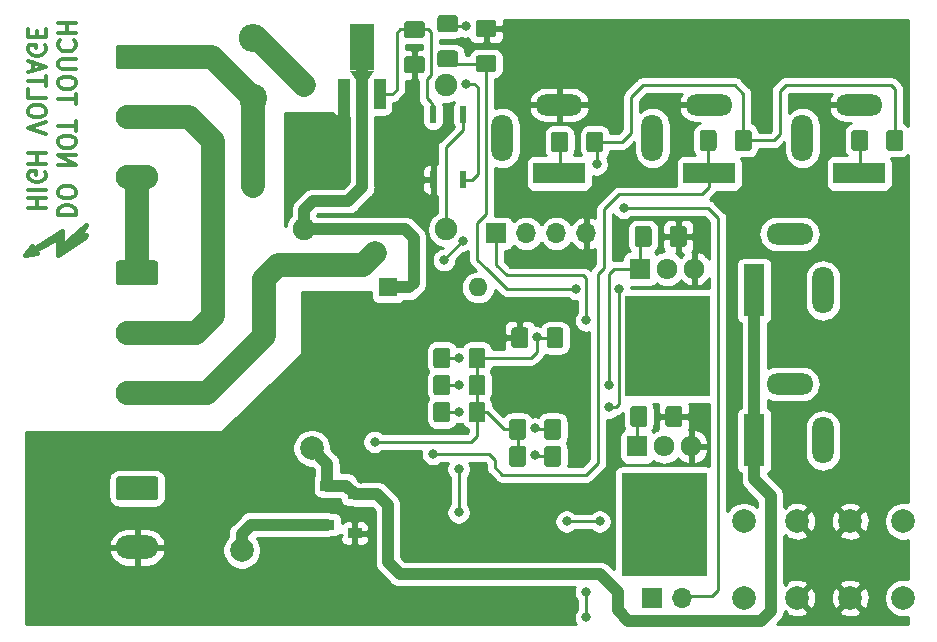
<source format=gbr>
G04 #@! TF.GenerationSoftware,KiCad,Pcbnew,(5.1.2)-2*
G04 #@! TF.CreationDate,2020-09-10T18:09:44+02:00*
G04 #@! TF.ProjectId,enclosure_helper,656e636c-6f73-4757-9265-5f68656c7065,rev?*
G04 #@! TF.SameCoordinates,Original*
G04 #@! TF.FileFunction,Copper,L2,Bot*
G04 #@! TF.FilePolarity,Positive*
%FSLAX46Y46*%
G04 Gerber Fmt 4.6, Leading zero omitted, Abs format (unit mm)*
G04 Created by KiCad (PCBNEW (5.1.2)-2) date 2020-09-10 18:09:44*
%MOMM*%
%LPD*%
G04 APERTURE LIST*
%ADD10C,0.300000*%
%ADD11C,0.100000*%
%ADD12C,0.381000*%
%ADD13C,1.800000*%
%ADD14R,4.400000X1.800000*%
%ADD15O,4.000000X1.800000*%
%ADD16O,1.800000X4.000000*%
%ADD17C,1.900000*%
%ADD18C,0.750000*%
%ADD19R,2.000000X4.000000*%
%ADD20R,1.000000X2.500000*%
%ADD21O,2.400000X2.400000*%
%ADD22C,2.400000*%
%ADD23C,0.550000*%
%ADD24C,1.425000*%
%ADD25R,1.200000X0.900000*%
%ADD26O,1.700000X1.700000*%
%ADD27R,1.700000X1.700000*%
%ADD28O,3.600000X2.080000*%
%ADD29C,2.080000*%
%ADD30O,3.600000X2.000000*%
%ADD31C,2.000000*%
%ADD32O,1.717500X1.800000*%
%ADD33R,1.717500X1.800000*%
%ADD34R,5.700000X6.200000*%
%ADD35O,1.600000X1.600000*%
%ADD36R,1.600000X1.600000*%
%ADD37R,1.800000X4.400000*%
%ADD38C,0.800000*%
%ADD39C,2.000000*%
%ADD40C,0.250000*%
%ADD41C,1.000000*%
%ADD42C,0.254000*%
G04 APERTURE END LIST*
D10*
X112153228Y-86755857D02*
X113653228Y-86755857D01*
X113653228Y-86398714D01*
X113581800Y-86184428D01*
X113438942Y-86041571D01*
X113296085Y-85970142D01*
X113010371Y-85898714D01*
X112796085Y-85898714D01*
X112510371Y-85970142D01*
X112367514Y-86041571D01*
X112224657Y-86184428D01*
X112153228Y-86398714D01*
X112153228Y-86755857D01*
X113653228Y-84970142D02*
X113653228Y-84684428D01*
X113581800Y-84541571D01*
X113438942Y-84398714D01*
X113153228Y-84327285D01*
X112653228Y-84327285D01*
X112367514Y-84398714D01*
X112224657Y-84541571D01*
X112153228Y-84684428D01*
X112153228Y-84970142D01*
X112224657Y-85113000D01*
X112367514Y-85255857D01*
X112653228Y-85327285D01*
X113153228Y-85327285D01*
X113438942Y-85255857D01*
X113581800Y-85113000D01*
X113653228Y-84970142D01*
X112153228Y-82541571D02*
X113653228Y-82541571D01*
X112153228Y-81684428D01*
X113653228Y-81684428D01*
X113653228Y-80684428D02*
X113653228Y-80398714D01*
X113581800Y-80255857D01*
X113438942Y-80113000D01*
X113153228Y-80041571D01*
X112653228Y-80041571D01*
X112367514Y-80113000D01*
X112224657Y-80255857D01*
X112153228Y-80398714D01*
X112153228Y-80684428D01*
X112224657Y-80827285D01*
X112367514Y-80970142D01*
X112653228Y-81041571D01*
X113153228Y-81041571D01*
X113438942Y-80970142D01*
X113581800Y-80827285D01*
X113653228Y-80684428D01*
X113653228Y-79613000D02*
X113653228Y-78755857D01*
X112153228Y-79184428D02*
X113653228Y-79184428D01*
X113653228Y-77327285D02*
X113653228Y-76470142D01*
X112153228Y-76898714D02*
X113653228Y-76898714D01*
X113653228Y-75684428D02*
X113653228Y-75398714D01*
X113581800Y-75255857D01*
X113438942Y-75113000D01*
X113153228Y-75041571D01*
X112653228Y-75041571D01*
X112367514Y-75113000D01*
X112224657Y-75255857D01*
X112153228Y-75398714D01*
X112153228Y-75684428D01*
X112224657Y-75827285D01*
X112367514Y-75970142D01*
X112653228Y-76041571D01*
X113153228Y-76041571D01*
X113438942Y-75970142D01*
X113581800Y-75827285D01*
X113653228Y-75684428D01*
X113653228Y-74398714D02*
X112438942Y-74398714D01*
X112296085Y-74327285D01*
X112224657Y-74255857D01*
X112153228Y-74113000D01*
X112153228Y-73827285D01*
X112224657Y-73684428D01*
X112296085Y-73613000D01*
X112438942Y-73541571D01*
X113653228Y-73541571D01*
X112296085Y-71970142D02*
X112224657Y-72041571D01*
X112153228Y-72255857D01*
X112153228Y-72398714D01*
X112224657Y-72613000D01*
X112367514Y-72755857D01*
X112510371Y-72827285D01*
X112796085Y-72898714D01*
X113010371Y-72898714D01*
X113296085Y-72827285D01*
X113438942Y-72755857D01*
X113581800Y-72613000D01*
X113653228Y-72398714D01*
X113653228Y-72255857D01*
X113581800Y-72041571D01*
X113510371Y-71970142D01*
X112153228Y-71327285D02*
X113653228Y-71327285D01*
X112938942Y-71327285D02*
X112938942Y-70470142D01*
X112153228Y-70470142D02*
X113653228Y-70470142D01*
X109603228Y-86184428D02*
X111103228Y-86184428D01*
X110388942Y-86184428D02*
X110388942Y-85327285D01*
X109603228Y-85327285D02*
X111103228Y-85327285D01*
X109603228Y-84613000D02*
X111103228Y-84613000D01*
X111031800Y-83113000D02*
X111103228Y-83255857D01*
X111103228Y-83470142D01*
X111031800Y-83684428D01*
X110888942Y-83827285D01*
X110746085Y-83898714D01*
X110460371Y-83970142D01*
X110246085Y-83970142D01*
X109960371Y-83898714D01*
X109817514Y-83827285D01*
X109674657Y-83684428D01*
X109603228Y-83470142D01*
X109603228Y-83327285D01*
X109674657Y-83113000D01*
X109746085Y-83041571D01*
X110246085Y-83041571D01*
X110246085Y-83327285D01*
X109603228Y-82398714D02*
X111103228Y-82398714D01*
X110388942Y-82398714D02*
X110388942Y-81541571D01*
X109603228Y-81541571D02*
X111103228Y-81541571D01*
X111103228Y-79898714D02*
X109603228Y-79398714D01*
X111103228Y-78898714D01*
X111103228Y-78113000D02*
X111103228Y-77827285D01*
X111031800Y-77684428D01*
X110888942Y-77541571D01*
X110603228Y-77470142D01*
X110103228Y-77470142D01*
X109817514Y-77541571D01*
X109674657Y-77684428D01*
X109603228Y-77827285D01*
X109603228Y-78113000D01*
X109674657Y-78255857D01*
X109817514Y-78398714D01*
X110103228Y-78470142D01*
X110603228Y-78470142D01*
X110888942Y-78398714D01*
X111031800Y-78255857D01*
X111103228Y-78113000D01*
X109603228Y-76113000D02*
X109603228Y-76827285D01*
X111103228Y-76827285D01*
X111103228Y-75827285D02*
X111103228Y-74970142D01*
X109603228Y-75398714D02*
X111103228Y-75398714D01*
X110031800Y-74541571D02*
X110031800Y-73827285D01*
X109603228Y-74684428D02*
X111103228Y-74184428D01*
X109603228Y-73684428D01*
X111031800Y-72398714D02*
X111103228Y-72541571D01*
X111103228Y-72755857D01*
X111031800Y-72970142D01*
X110888942Y-73113000D01*
X110746085Y-73184428D01*
X110460371Y-73255857D01*
X110246085Y-73255857D01*
X109960371Y-73184428D01*
X109817514Y-73113000D01*
X109674657Y-72970142D01*
X109603228Y-72755857D01*
X109603228Y-72613000D01*
X109674657Y-72398714D01*
X109746085Y-72327285D01*
X110246085Y-72327285D01*
X110246085Y-72613000D01*
X110388942Y-71684428D02*
X110388942Y-71184428D01*
X109603228Y-70970142D02*
X109603228Y-71684428D01*
X111103228Y-71684428D01*
X111103228Y-70970142D01*
D11*
G36*
X167017700Y-117271800D02*
G01*
X159905700Y-117271800D01*
X159905700Y-108635800D01*
X167017700Y-108635800D01*
X167017700Y-117271800D01*
G37*
X167017700Y-117271800D02*
X159905700Y-117271800D01*
X159905700Y-108635800D01*
X167017700Y-108635800D01*
X167017700Y-117271800D01*
G36*
X167271700Y-102031800D02*
G01*
X160159700Y-102031800D01*
X160159700Y-93649800D01*
X167271700Y-93649800D01*
X167271700Y-102031800D01*
G37*
X167271700Y-102031800D02*
X160159700Y-102031800D01*
X160159700Y-93649800D01*
X167271700Y-93649800D01*
X167271700Y-102031800D01*
D12*
X109816900Y-89877900D02*
X110324900Y-90004900D01*
X112102900Y-88734900D02*
X109816900Y-89877900D01*
X112102900Y-90131900D02*
X112102900Y-88734900D01*
X114388900Y-88607900D02*
X112102900Y-90131900D01*
X114007900Y-88353900D02*
X114515900Y-88480900D01*
X114515900Y-87591900D02*
X114007900Y-88353900D01*
X112483900Y-89369900D02*
X114515900Y-87591900D01*
X112483900Y-88099900D02*
X112483900Y-89369900D01*
X109689900Y-89877900D02*
X112483900Y-88099900D01*
X109943900Y-89369900D02*
X109689900Y-89877900D01*
X109308900Y-90131900D02*
X109943900Y-89369900D01*
X110324900Y-90004900D02*
X109308900Y-90131900D01*
X112229900Y-89750900D02*
X112229900Y-88480900D01*
X114134900Y-88353900D02*
X112229900Y-89750900D01*
D13*
X125251000Y-91815300D03*
X128651000Y-84315300D03*
D14*
X154571700Y-83235800D03*
D15*
X154571700Y-77435800D03*
D16*
X149771700Y-80235800D03*
D17*
X132969700Y-75769800D03*
X144969700Y-75769800D03*
X138969700Y-89969800D03*
X132969700Y-87969800D03*
X144969700Y-87969800D03*
D18*
X137883900Y-74917800D03*
D11*
G36*
X137383900Y-75292800D02*
G01*
X136883900Y-74542800D01*
X138883900Y-74542800D01*
X138383900Y-75292800D01*
X137383900Y-75292800D01*
X137383900Y-75292800D01*
G37*
D19*
X137883900Y-72567800D03*
D20*
X136383900Y-76527800D03*
X137883900Y-76527800D03*
X139383900Y-76527800D03*
D21*
X128651000Y-71780400D03*
D22*
X128651000Y-76860400D03*
D11*
G36*
X146581977Y-77526262D02*
G01*
X146595325Y-77528242D01*
X146608414Y-77531521D01*
X146621119Y-77536067D01*
X146633317Y-77541836D01*
X146644891Y-77548773D01*
X146655729Y-77556811D01*
X146665727Y-77565873D01*
X146674789Y-77575871D01*
X146682827Y-77586709D01*
X146689764Y-77598283D01*
X146695533Y-77610481D01*
X146700079Y-77623186D01*
X146703358Y-77636275D01*
X146705338Y-77649623D01*
X146706000Y-77663100D01*
X146706000Y-78838100D01*
X146705338Y-78851577D01*
X146703358Y-78864925D01*
X146700079Y-78878014D01*
X146695533Y-78890719D01*
X146689764Y-78902917D01*
X146682827Y-78914491D01*
X146674789Y-78925329D01*
X146665727Y-78935327D01*
X146655729Y-78944389D01*
X146644891Y-78952427D01*
X146633317Y-78959364D01*
X146621119Y-78965133D01*
X146608414Y-78969679D01*
X146595325Y-78972958D01*
X146581977Y-78974938D01*
X146568500Y-78975600D01*
X146293500Y-78975600D01*
X146280023Y-78974938D01*
X146266675Y-78972958D01*
X146253586Y-78969679D01*
X146240881Y-78965133D01*
X146228683Y-78959364D01*
X146217109Y-78952427D01*
X146206271Y-78944389D01*
X146196273Y-78935327D01*
X146187211Y-78925329D01*
X146179173Y-78914491D01*
X146172236Y-78902917D01*
X146166467Y-78890719D01*
X146161921Y-78878014D01*
X146158642Y-78864925D01*
X146156662Y-78851577D01*
X146156000Y-78838100D01*
X146156000Y-77663100D01*
X146156662Y-77649623D01*
X146158642Y-77636275D01*
X146161921Y-77623186D01*
X146166467Y-77610481D01*
X146172236Y-77598283D01*
X146179173Y-77586709D01*
X146187211Y-77575871D01*
X146196273Y-77565873D01*
X146206271Y-77556811D01*
X146217109Y-77548773D01*
X146228683Y-77541836D01*
X146240881Y-77536067D01*
X146253586Y-77531521D01*
X146266675Y-77528242D01*
X146280023Y-77526262D01*
X146293500Y-77525600D01*
X146568500Y-77525600D01*
X146581977Y-77526262D01*
X146581977Y-77526262D01*
G37*
D23*
X146431000Y-78250600D03*
D11*
G36*
X144041977Y-77526262D02*
G01*
X144055325Y-77528242D01*
X144068414Y-77531521D01*
X144081119Y-77536067D01*
X144093317Y-77541836D01*
X144104891Y-77548773D01*
X144115729Y-77556811D01*
X144125727Y-77565873D01*
X144134789Y-77575871D01*
X144142827Y-77586709D01*
X144149764Y-77598283D01*
X144155533Y-77610481D01*
X144160079Y-77623186D01*
X144163358Y-77636275D01*
X144165338Y-77649623D01*
X144166000Y-77663100D01*
X144166000Y-78838100D01*
X144165338Y-78851577D01*
X144163358Y-78864925D01*
X144160079Y-78878014D01*
X144155533Y-78890719D01*
X144149764Y-78902917D01*
X144142827Y-78914491D01*
X144134789Y-78925329D01*
X144125727Y-78935327D01*
X144115729Y-78944389D01*
X144104891Y-78952427D01*
X144093317Y-78959364D01*
X144081119Y-78965133D01*
X144068414Y-78969679D01*
X144055325Y-78972958D01*
X144041977Y-78974938D01*
X144028500Y-78975600D01*
X143753500Y-78975600D01*
X143740023Y-78974938D01*
X143726675Y-78972958D01*
X143713586Y-78969679D01*
X143700881Y-78965133D01*
X143688683Y-78959364D01*
X143677109Y-78952427D01*
X143666271Y-78944389D01*
X143656273Y-78935327D01*
X143647211Y-78925329D01*
X143639173Y-78914491D01*
X143632236Y-78902917D01*
X143626467Y-78890719D01*
X143621921Y-78878014D01*
X143618642Y-78864925D01*
X143616662Y-78851577D01*
X143616000Y-78838100D01*
X143616000Y-77663100D01*
X143616662Y-77649623D01*
X143618642Y-77636275D01*
X143621921Y-77623186D01*
X143626467Y-77610481D01*
X143632236Y-77598283D01*
X143639173Y-77586709D01*
X143647211Y-77575871D01*
X143656273Y-77565873D01*
X143666271Y-77556811D01*
X143677109Y-77548773D01*
X143688683Y-77541836D01*
X143700881Y-77536067D01*
X143713586Y-77531521D01*
X143726675Y-77528242D01*
X143740023Y-77526262D01*
X143753500Y-77525600D01*
X144028500Y-77525600D01*
X144041977Y-77526262D01*
X144041977Y-77526262D01*
G37*
D23*
X143891000Y-78250600D03*
D11*
G36*
X144041977Y-83026262D02*
G01*
X144055325Y-83028242D01*
X144068414Y-83031521D01*
X144081119Y-83036067D01*
X144093317Y-83041836D01*
X144104891Y-83048773D01*
X144115729Y-83056811D01*
X144125727Y-83065873D01*
X144134789Y-83075871D01*
X144142827Y-83086709D01*
X144149764Y-83098283D01*
X144155533Y-83110481D01*
X144160079Y-83123186D01*
X144163358Y-83136275D01*
X144165338Y-83149623D01*
X144166000Y-83163100D01*
X144166000Y-84338100D01*
X144165338Y-84351577D01*
X144163358Y-84364925D01*
X144160079Y-84378014D01*
X144155533Y-84390719D01*
X144149764Y-84402917D01*
X144142827Y-84414491D01*
X144134789Y-84425329D01*
X144125727Y-84435327D01*
X144115729Y-84444389D01*
X144104891Y-84452427D01*
X144093317Y-84459364D01*
X144081119Y-84465133D01*
X144068414Y-84469679D01*
X144055325Y-84472958D01*
X144041977Y-84474938D01*
X144028500Y-84475600D01*
X143753500Y-84475600D01*
X143740023Y-84474938D01*
X143726675Y-84472958D01*
X143713586Y-84469679D01*
X143700881Y-84465133D01*
X143688683Y-84459364D01*
X143677109Y-84452427D01*
X143666271Y-84444389D01*
X143656273Y-84435327D01*
X143647211Y-84425329D01*
X143639173Y-84414491D01*
X143632236Y-84402917D01*
X143626467Y-84390719D01*
X143621921Y-84378014D01*
X143618642Y-84364925D01*
X143616662Y-84351577D01*
X143616000Y-84338100D01*
X143616000Y-83163100D01*
X143616662Y-83149623D01*
X143618642Y-83136275D01*
X143621921Y-83123186D01*
X143626467Y-83110481D01*
X143632236Y-83098283D01*
X143639173Y-83086709D01*
X143647211Y-83075871D01*
X143656273Y-83065873D01*
X143666271Y-83056811D01*
X143677109Y-83048773D01*
X143688683Y-83041836D01*
X143700881Y-83036067D01*
X143713586Y-83031521D01*
X143726675Y-83028242D01*
X143740023Y-83026262D01*
X143753500Y-83025600D01*
X144028500Y-83025600D01*
X144041977Y-83026262D01*
X144041977Y-83026262D01*
G37*
D23*
X143891000Y-83750600D03*
D11*
G36*
X146581977Y-83026262D02*
G01*
X146595325Y-83028242D01*
X146608414Y-83031521D01*
X146621119Y-83036067D01*
X146633317Y-83041836D01*
X146644891Y-83048773D01*
X146655729Y-83056811D01*
X146665727Y-83065873D01*
X146674789Y-83075871D01*
X146682827Y-83086709D01*
X146689764Y-83098283D01*
X146695533Y-83110481D01*
X146700079Y-83123186D01*
X146703358Y-83136275D01*
X146705338Y-83149623D01*
X146706000Y-83163100D01*
X146706000Y-84338100D01*
X146705338Y-84351577D01*
X146703358Y-84364925D01*
X146700079Y-84378014D01*
X146695533Y-84390719D01*
X146689764Y-84402917D01*
X146682827Y-84414491D01*
X146674789Y-84425329D01*
X146665727Y-84435327D01*
X146655729Y-84444389D01*
X146644891Y-84452427D01*
X146633317Y-84459364D01*
X146621119Y-84465133D01*
X146608414Y-84469679D01*
X146595325Y-84472958D01*
X146581977Y-84474938D01*
X146568500Y-84475600D01*
X146293500Y-84475600D01*
X146280023Y-84474938D01*
X146266675Y-84472958D01*
X146253586Y-84469679D01*
X146240881Y-84465133D01*
X146228683Y-84459364D01*
X146217109Y-84452427D01*
X146206271Y-84444389D01*
X146196273Y-84435327D01*
X146187211Y-84425329D01*
X146179173Y-84414491D01*
X146172236Y-84402917D01*
X146166467Y-84390719D01*
X146161921Y-84378014D01*
X146158642Y-84364925D01*
X146156662Y-84351577D01*
X146156000Y-84338100D01*
X146156000Y-83163100D01*
X146156662Y-83149623D01*
X146158642Y-83136275D01*
X146161921Y-83123186D01*
X146166467Y-83110481D01*
X146172236Y-83098283D01*
X146179173Y-83086709D01*
X146187211Y-83075871D01*
X146196273Y-83065873D01*
X146206271Y-83056811D01*
X146217109Y-83048773D01*
X146228683Y-83041836D01*
X146240881Y-83036067D01*
X146253586Y-83031521D01*
X146266675Y-83028242D01*
X146280023Y-83026262D01*
X146293500Y-83025600D01*
X146568500Y-83025600D01*
X146581977Y-83026262D01*
X146581977Y-83026262D01*
G37*
D23*
X146431000Y-83750600D03*
D11*
G36*
X142965704Y-73307504D02*
G01*
X142989973Y-73311104D01*
X143013771Y-73317065D01*
X143036871Y-73325330D01*
X143059049Y-73335820D01*
X143080093Y-73348433D01*
X143099798Y-73363047D01*
X143117977Y-73379523D01*
X143134453Y-73397702D01*
X143149067Y-73417407D01*
X143161680Y-73438451D01*
X143172170Y-73460629D01*
X143180435Y-73483729D01*
X143186396Y-73507527D01*
X143189996Y-73531796D01*
X143191200Y-73556300D01*
X143191200Y-74481300D01*
X143189996Y-74505804D01*
X143186396Y-74530073D01*
X143180435Y-74553871D01*
X143172170Y-74576971D01*
X143161680Y-74599149D01*
X143149067Y-74620193D01*
X143134453Y-74639898D01*
X143117977Y-74658077D01*
X143099798Y-74674553D01*
X143080093Y-74689167D01*
X143059049Y-74701780D01*
X143036871Y-74712270D01*
X143013771Y-74720535D01*
X142989973Y-74726496D01*
X142965704Y-74730096D01*
X142941200Y-74731300D01*
X141691200Y-74731300D01*
X141666696Y-74730096D01*
X141642427Y-74726496D01*
X141618629Y-74720535D01*
X141595529Y-74712270D01*
X141573351Y-74701780D01*
X141552307Y-74689167D01*
X141532602Y-74674553D01*
X141514423Y-74658077D01*
X141497947Y-74639898D01*
X141483333Y-74620193D01*
X141470720Y-74599149D01*
X141460230Y-74576971D01*
X141451965Y-74553871D01*
X141446004Y-74530073D01*
X141442404Y-74505804D01*
X141441200Y-74481300D01*
X141441200Y-73556300D01*
X141442404Y-73531796D01*
X141446004Y-73507527D01*
X141451965Y-73483729D01*
X141460230Y-73460629D01*
X141470720Y-73438451D01*
X141483333Y-73417407D01*
X141497947Y-73397702D01*
X141514423Y-73379523D01*
X141532602Y-73363047D01*
X141552307Y-73348433D01*
X141573351Y-73335820D01*
X141595529Y-73325330D01*
X141618629Y-73317065D01*
X141642427Y-73311104D01*
X141666696Y-73307504D01*
X141691200Y-73306300D01*
X142941200Y-73306300D01*
X142965704Y-73307504D01*
X142965704Y-73307504D01*
G37*
D24*
X142316200Y-74018800D03*
D11*
G36*
X142965704Y-70332504D02*
G01*
X142989973Y-70336104D01*
X143013771Y-70342065D01*
X143036871Y-70350330D01*
X143059049Y-70360820D01*
X143080093Y-70373433D01*
X143099798Y-70388047D01*
X143117977Y-70404523D01*
X143134453Y-70422702D01*
X143149067Y-70442407D01*
X143161680Y-70463451D01*
X143172170Y-70485629D01*
X143180435Y-70508729D01*
X143186396Y-70532527D01*
X143189996Y-70556796D01*
X143191200Y-70581300D01*
X143191200Y-71506300D01*
X143189996Y-71530804D01*
X143186396Y-71555073D01*
X143180435Y-71578871D01*
X143172170Y-71601971D01*
X143161680Y-71624149D01*
X143149067Y-71645193D01*
X143134453Y-71664898D01*
X143117977Y-71683077D01*
X143099798Y-71699553D01*
X143080093Y-71714167D01*
X143059049Y-71726780D01*
X143036871Y-71737270D01*
X143013771Y-71745535D01*
X142989973Y-71751496D01*
X142965704Y-71755096D01*
X142941200Y-71756300D01*
X141691200Y-71756300D01*
X141666696Y-71755096D01*
X141642427Y-71751496D01*
X141618629Y-71745535D01*
X141595529Y-71737270D01*
X141573351Y-71726780D01*
X141552307Y-71714167D01*
X141532602Y-71699553D01*
X141514423Y-71683077D01*
X141497947Y-71664898D01*
X141483333Y-71645193D01*
X141470720Y-71624149D01*
X141460230Y-71601971D01*
X141451965Y-71578871D01*
X141446004Y-71555073D01*
X141442404Y-71530804D01*
X141441200Y-71506300D01*
X141441200Y-70581300D01*
X141442404Y-70556796D01*
X141446004Y-70532527D01*
X141451965Y-70508729D01*
X141460230Y-70485629D01*
X141470720Y-70463451D01*
X141483333Y-70442407D01*
X141497947Y-70422702D01*
X141514423Y-70404523D01*
X141532602Y-70388047D01*
X141552307Y-70373433D01*
X141573351Y-70360820D01*
X141595529Y-70350330D01*
X141618629Y-70342065D01*
X141642427Y-70336104D01*
X141666696Y-70332504D01*
X141691200Y-70331300D01*
X142941200Y-70331300D01*
X142965704Y-70332504D01*
X142965704Y-70332504D01*
G37*
D24*
X142316200Y-71043800D03*
D11*
G36*
X145785104Y-69846704D02*
G01*
X145809373Y-69850304D01*
X145833171Y-69856265D01*
X145856271Y-69864530D01*
X145878449Y-69875020D01*
X145899493Y-69887633D01*
X145919198Y-69902247D01*
X145937377Y-69918723D01*
X145953853Y-69936902D01*
X145968467Y-69956607D01*
X145981080Y-69977651D01*
X145991570Y-69999829D01*
X145999835Y-70022929D01*
X146005796Y-70046727D01*
X146009396Y-70070996D01*
X146010600Y-70095500D01*
X146010600Y-71020500D01*
X146009396Y-71045004D01*
X146005796Y-71069273D01*
X145999835Y-71093071D01*
X145991570Y-71116171D01*
X145981080Y-71138349D01*
X145968467Y-71159393D01*
X145953853Y-71179098D01*
X145937377Y-71197277D01*
X145919198Y-71213753D01*
X145899493Y-71228367D01*
X145878449Y-71240980D01*
X145856271Y-71251470D01*
X145833171Y-71259735D01*
X145809373Y-71265696D01*
X145785104Y-71269296D01*
X145760600Y-71270500D01*
X144510600Y-71270500D01*
X144486096Y-71269296D01*
X144461827Y-71265696D01*
X144438029Y-71259735D01*
X144414929Y-71251470D01*
X144392751Y-71240980D01*
X144371707Y-71228367D01*
X144352002Y-71213753D01*
X144333823Y-71197277D01*
X144317347Y-71179098D01*
X144302733Y-71159393D01*
X144290120Y-71138349D01*
X144279630Y-71116171D01*
X144271365Y-71093071D01*
X144265404Y-71069273D01*
X144261804Y-71045004D01*
X144260600Y-71020500D01*
X144260600Y-70095500D01*
X144261804Y-70070996D01*
X144265404Y-70046727D01*
X144271365Y-70022929D01*
X144279630Y-69999829D01*
X144290120Y-69977651D01*
X144302733Y-69956607D01*
X144317347Y-69936902D01*
X144333823Y-69918723D01*
X144352002Y-69902247D01*
X144371707Y-69887633D01*
X144392751Y-69875020D01*
X144414929Y-69864530D01*
X144438029Y-69856265D01*
X144461827Y-69850304D01*
X144486096Y-69846704D01*
X144510600Y-69845500D01*
X145760600Y-69845500D01*
X145785104Y-69846704D01*
X145785104Y-69846704D01*
G37*
D24*
X145135600Y-70558000D03*
D11*
G36*
X145785104Y-72821704D02*
G01*
X145809373Y-72825304D01*
X145833171Y-72831265D01*
X145856271Y-72839530D01*
X145878449Y-72850020D01*
X145899493Y-72862633D01*
X145919198Y-72877247D01*
X145937377Y-72893723D01*
X145953853Y-72911902D01*
X145968467Y-72931607D01*
X145981080Y-72952651D01*
X145991570Y-72974829D01*
X145999835Y-72997929D01*
X146005796Y-73021727D01*
X146009396Y-73045996D01*
X146010600Y-73070500D01*
X146010600Y-73995500D01*
X146009396Y-74020004D01*
X146005796Y-74044273D01*
X145999835Y-74068071D01*
X145991570Y-74091171D01*
X145981080Y-74113349D01*
X145968467Y-74134393D01*
X145953853Y-74154098D01*
X145937377Y-74172277D01*
X145919198Y-74188753D01*
X145899493Y-74203367D01*
X145878449Y-74215980D01*
X145856271Y-74226470D01*
X145833171Y-74234735D01*
X145809373Y-74240696D01*
X145785104Y-74244296D01*
X145760600Y-74245500D01*
X144510600Y-74245500D01*
X144486096Y-74244296D01*
X144461827Y-74240696D01*
X144438029Y-74234735D01*
X144414929Y-74226470D01*
X144392751Y-74215980D01*
X144371707Y-74203367D01*
X144352002Y-74188753D01*
X144333823Y-74172277D01*
X144317347Y-74154098D01*
X144302733Y-74134393D01*
X144290120Y-74113349D01*
X144279630Y-74091171D01*
X144271365Y-74068071D01*
X144265404Y-74044273D01*
X144261804Y-74020004D01*
X144260600Y-73995500D01*
X144260600Y-73070500D01*
X144261804Y-73045996D01*
X144265404Y-73021727D01*
X144271365Y-72997929D01*
X144279630Y-72974829D01*
X144290120Y-72952651D01*
X144302733Y-72931607D01*
X144317347Y-72911902D01*
X144333823Y-72893723D01*
X144352002Y-72877247D01*
X144371707Y-72862633D01*
X144392751Y-72850020D01*
X144414929Y-72839530D01*
X144438029Y-72831265D01*
X144461827Y-72825304D01*
X144486096Y-72821704D01*
X144510600Y-72820500D01*
X145760600Y-72820500D01*
X145785104Y-72821704D01*
X145785104Y-72821704D01*
G37*
D24*
X145135600Y-73533000D03*
D25*
X137248900Y-113690400D03*
X137248900Y-110390400D03*
X134924800Y-112966500D03*
X134924800Y-109666500D03*
D14*
X167271700Y-83235800D03*
D15*
X167271700Y-77435800D03*
D16*
X162471700Y-80235800D03*
D26*
X164998400Y-119214900D03*
D27*
X162458400Y-119214900D03*
D28*
X118846600Y-83540600D03*
X118846600Y-78460600D03*
D11*
G36*
X120421105Y-72341804D02*
G01*
X120445373Y-72345404D01*
X120469172Y-72351365D01*
X120492271Y-72359630D01*
X120514450Y-72370120D01*
X120535493Y-72382732D01*
X120555199Y-72397347D01*
X120573377Y-72413823D01*
X120589853Y-72432001D01*
X120604468Y-72451707D01*
X120617080Y-72472750D01*
X120627570Y-72494929D01*
X120635835Y-72518028D01*
X120641796Y-72541827D01*
X120645396Y-72566095D01*
X120646600Y-72590599D01*
X120646600Y-74170601D01*
X120645396Y-74195105D01*
X120641796Y-74219373D01*
X120635835Y-74243172D01*
X120627570Y-74266271D01*
X120617080Y-74288450D01*
X120604468Y-74309493D01*
X120589853Y-74329199D01*
X120573377Y-74347377D01*
X120555199Y-74363853D01*
X120535493Y-74378468D01*
X120514450Y-74391080D01*
X120492271Y-74401570D01*
X120469172Y-74409835D01*
X120445373Y-74415796D01*
X120421105Y-74419396D01*
X120396601Y-74420600D01*
X117296599Y-74420600D01*
X117272095Y-74419396D01*
X117247827Y-74415796D01*
X117224028Y-74409835D01*
X117200929Y-74401570D01*
X117178750Y-74391080D01*
X117157707Y-74378468D01*
X117138001Y-74363853D01*
X117119823Y-74347377D01*
X117103347Y-74329199D01*
X117088732Y-74309493D01*
X117076120Y-74288450D01*
X117065630Y-74266271D01*
X117057365Y-74243172D01*
X117051404Y-74219373D01*
X117047804Y-74195105D01*
X117046600Y-74170601D01*
X117046600Y-72590599D01*
X117047804Y-72566095D01*
X117051404Y-72541827D01*
X117057365Y-72518028D01*
X117065630Y-72494929D01*
X117076120Y-72472750D01*
X117088732Y-72451707D01*
X117103347Y-72432001D01*
X117119823Y-72413823D01*
X117138001Y-72397347D01*
X117157707Y-72382732D01*
X117178750Y-72370120D01*
X117200929Y-72359630D01*
X117224028Y-72351365D01*
X117247827Y-72345404D01*
X117272095Y-72341804D01*
X117296599Y-72340600D01*
X120396601Y-72340600D01*
X120421105Y-72341804D01*
X120421105Y-72341804D01*
G37*
D29*
X118846600Y-73380600D03*
D28*
X118833900Y-101803200D03*
X118833900Y-96723200D03*
D11*
G36*
X120408405Y-90604404D02*
G01*
X120432673Y-90608004D01*
X120456472Y-90613965D01*
X120479571Y-90622230D01*
X120501750Y-90632720D01*
X120522793Y-90645332D01*
X120542499Y-90659947D01*
X120560677Y-90676423D01*
X120577153Y-90694601D01*
X120591768Y-90714307D01*
X120604380Y-90735350D01*
X120614870Y-90757529D01*
X120623135Y-90780628D01*
X120629096Y-90804427D01*
X120632696Y-90828695D01*
X120633900Y-90853199D01*
X120633900Y-92433201D01*
X120632696Y-92457705D01*
X120629096Y-92481973D01*
X120623135Y-92505772D01*
X120614870Y-92528871D01*
X120604380Y-92551050D01*
X120591768Y-92572093D01*
X120577153Y-92591799D01*
X120560677Y-92609977D01*
X120542499Y-92626453D01*
X120522793Y-92641068D01*
X120501750Y-92653680D01*
X120479571Y-92664170D01*
X120456472Y-92672435D01*
X120432673Y-92678396D01*
X120408405Y-92681996D01*
X120383901Y-92683200D01*
X117283899Y-92683200D01*
X117259395Y-92681996D01*
X117235127Y-92678396D01*
X117211328Y-92672435D01*
X117188229Y-92664170D01*
X117166050Y-92653680D01*
X117145007Y-92641068D01*
X117125301Y-92626453D01*
X117107123Y-92609977D01*
X117090647Y-92591799D01*
X117076032Y-92572093D01*
X117063420Y-92551050D01*
X117052930Y-92528871D01*
X117044665Y-92505772D01*
X117038704Y-92481973D01*
X117035104Y-92457705D01*
X117033900Y-92433201D01*
X117033900Y-90853199D01*
X117035104Y-90828695D01*
X117038704Y-90804427D01*
X117044665Y-90780628D01*
X117052930Y-90757529D01*
X117063420Y-90735350D01*
X117076032Y-90714307D01*
X117090647Y-90694601D01*
X117107123Y-90676423D01*
X117125301Y-90659947D01*
X117145007Y-90645332D01*
X117166050Y-90632720D01*
X117188229Y-90622230D01*
X117211328Y-90613965D01*
X117235127Y-90608004D01*
X117259395Y-90604404D01*
X117283899Y-90603200D01*
X120383901Y-90603200D01*
X120408405Y-90604404D01*
X120408405Y-90604404D01*
G37*
D29*
X118833900Y-91643200D03*
D30*
X118846600Y-114880400D03*
D11*
G36*
X120421104Y-108881604D02*
G01*
X120445373Y-108885204D01*
X120469171Y-108891165D01*
X120492271Y-108899430D01*
X120514449Y-108909920D01*
X120535493Y-108922533D01*
X120555198Y-108937147D01*
X120573377Y-108953623D01*
X120589853Y-108971802D01*
X120604467Y-108991507D01*
X120617080Y-109012551D01*
X120627570Y-109034729D01*
X120635835Y-109057829D01*
X120641796Y-109081627D01*
X120645396Y-109105896D01*
X120646600Y-109130400D01*
X120646600Y-110630400D01*
X120645396Y-110654904D01*
X120641796Y-110679173D01*
X120635835Y-110702971D01*
X120627570Y-110726071D01*
X120617080Y-110748249D01*
X120604467Y-110769293D01*
X120589853Y-110788998D01*
X120573377Y-110807177D01*
X120555198Y-110823653D01*
X120535493Y-110838267D01*
X120514449Y-110850880D01*
X120492271Y-110861370D01*
X120469171Y-110869635D01*
X120445373Y-110875596D01*
X120421104Y-110879196D01*
X120396600Y-110880400D01*
X117296600Y-110880400D01*
X117272096Y-110879196D01*
X117247827Y-110875596D01*
X117224029Y-110869635D01*
X117200929Y-110861370D01*
X117178751Y-110850880D01*
X117157707Y-110838267D01*
X117138002Y-110823653D01*
X117119823Y-110807177D01*
X117103347Y-110788998D01*
X117088733Y-110769293D01*
X117076120Y-110748249D01*
X117065630Y-110726071D01*
X117057365Y-110702971D01*
X117051404Y-110679173D01*
X117047804Y-110654904D01*
X117046600Y-110630400D01*
X117046600Y-109130400D01*
X117047804Y-109105896D01*
X117051404Y-109081627D01*
X117057365Y-109057829D01*
X117065630Y-109034729D01*
X117076120Y-109012551D01*
X117088733Y-108991507D01*
X117103347Y-108971802D01*
X117119823Y-108953623D01*
X117138002Y-108937147D01*
X117157707Y-108922533D01*
X117178751Y-108909920D01*
X117200929Y-108899430D01*
X117224029Y-108891165D01*
X117247827Y-108885204D01*
X117272096Y-108881604D01*
X117296600Y-108880400D01*
X120396600Y-108880400D01*
X120421104Y-108881604D01*
X120421104Y-108881604D01*
G37*
D31*
X118846600Y-109880400D03*
D32*
X166005700Y-91296467D03*
X163715700Y-91296467D03*
D33*
X161425700Y-91296467D03*
D34*
X163715700Y-98729800D03*
D32*
X165755700Y-106349800D03*
X163465700Y-106349800D03*
D33*
X161175700Y-106349800D03*
D34*
X163465700Y-113783133D03*
D26*
X156857700Y-88315800D03*
X154317700Y-88315800D03*
X151777700Y-88315800D03*
D27*
X149237700Y-88315800D03*
D35*
X147713700Y-92887800D03*
D36*
X140093700Y-92887800D03*
D11*
G36*
X151729704Y-96268504D02*
G01*
X151753973Y-96272104D01*
X151777771Y-96278065D01*
X151800871Y-96286330D01*
X151823049Y-96296820D01*
X151844093Y-96309433D01*
X151863798Y-96324047D01*
X151881977Y-96340523D01*
X151898453Y-96358702D01*
X151913067Y-96378407D01*
X151925680Y-96399451D01*
X151936170Y-96421629D01*
X151944435Y-96444729D01*
X151950396Y-96468527D01*
X151953996Y-96492796D01*
X151955200Y-96517300D01*
X151955200Y-97767300D01*
X151953996Y-97791804D01*
X151950396Y-97816073D01*
X151944435Y-97839871D01*
X151936170Y-97862971D01*
X151925680Y-97885149D01*
X151913067Y-97906193D01*
X151898453Y-97925898D01*
X151881977Y-97944077D01*
X151863798Y-97960553D01*
X151844093Y-97975167D01*
X151823049Y-97987780D01*
X151800871Y-97998270D01*
X151777771Y-98006535D01*
X151753973Y-98012496D01*
X151729704Y-98016096D01*
X151705200Y-98017300D01*
X150780200Y-98017300D01*
X150755696Y-98016096D01*
X150731427Y-98012496D01*
X150707629Y-98006535D01*
X150684529Y-97998270D01*
X150662351Y-97987780D01*
X150641307Y-97975167D01*
X150621602Y-97960553D01*
X150603423Y-97944077D01*
X150586947Y-97925898D01*
X150572333Y-97906193D01*
X150559720Y-97885149D01*
X150549230Y-97862971D01*
X150540965Y-97839871D01*
X150535004Y-97816073D01*
X150531404Y-97791804D01*
X150530200Y-97767300D01*
X150530200Y-96517300D01*
X150531404Y-96492796D01*
X150535004Y-96468527D01*
X150540965Y-96444729D01*
X150549230Y-96421629D01*
X150559720Y-96399451D01*
X150572333Y-96378407D01*
X150586947Y-96358702D01*
X150603423Y-96340523D01*
X150621602Y-96324047D01*
X150641307Y-96309433D01*
X150662351Y-96296820D01*
X150684529Y-96286330D01*
X150707629Y-96278065D01*
X150731427Y-96272104D01*
X150755696Y-96268504D01*
X150780200Y-96267300D01*
X151705200Y-96267300D01*
X151729704Y-96268504D01*
X151729704Y-96268504D01*
G37*
D24*
X151242700Y-97142300D03*
D11*
G36*
X154704704Y-96268504D02*
G01*
X154728973Y-96272104D01*
X154752771Y-96278065D01*
X154775871Y-96286330D01*
X154798049Y-96296820D01*
X154819093Y-96309433D01*
X154838798Y-96324047D01*
X154856977Y-96340523D01*
X154873453Y-96358702D01*
X154888067Y-96378407D01*
X154900680Y-96399451D01*
X154911170Y-96421629D01*
X154919435Y-96444729D01*
X154925396Y-96468527D01*
X154928996Y-96492796D01*
X154930200Y-96517300D01*
X154930200Y-97767300D01*
X154928996Y-97791804D01*
X154925396Y-97816073D01*
X154919435Y-97839871D01*
X154911170Y-97862971D01*
X154900680Y-97885149D01*
X154888067Y-97906193D01*
X154873453Y-97925898D01*
X154856977Y-97944077D01*
X154838798Y-97960553D01*
X154819093Y-97975167D01*
X154798049Y-97987780D01*
X154775871Y-97998270D01*
X154752771Y-98006535D01*
X154728973Y-98012496D01*
X154704704Y-98016096D01*
X154680200Y-98017300D01*
X153755200Y-98017300D01*
X153730696Y-98016096D01*
X153706427Y-98012496D01*
X153682629Y-98006535D01*
X153659529Y-97998270D01*
X153637351Y-97987780D01*
X153616307Y-97975167D01*
X153596602Y-97960553D01*
X153578423Y-97944077D01*
X153561947Y-97925898D01*
X153547333Y-97906193D01*
X153534720Y-97885149D01*
X153524230Y-97862971D01*
X153515965Y-97839871D01*
X153510004Y-97816073D01*
X153506404Y-97791804D01*
X153505200Y-97767300D01*
X153505200Y-96517300D01*
X153506404Y-96492796D01*
X153510004Y-96468527D01*
X153515965Y-96444729D01*
X153524230Y-96421629D01*
X153534720Y-96399451D01*
X153547333Y-96378407D01*
X153561947Y-96358702D01*
X153578423Y-96340523D01*
X153596602Y-96324047D01*
X153616307Y-96309433D01*
X153637351Y-96296820D01*
X153659529Y-96286330D01*
X153682629Y-96278065D01*
X153706427Y-96272104D01*
X153730696Y-96268504D01*
X153755200Y-96267300D01*
X154680200Y-96267300D01*
X154704704Y-96268504D01*
X154704704Y-96268504D01*
G37*
D24*
X154217700Y-97142300D03*
D11*
G36*
X165145704Y-87696004D02*
G01*
X165169973Y-87699604D01*
X165193771Y-87705565D01*
X165216871Y-87713830D01*
X165239049Y-87724320D01*
X165260093Y-87736933D01*
X165279798Y-87751547D01*
X165297977Y-87768023D01*
X165314453Y-87786202D01*
X165329067Y-87805907D01*
X165341680Y-87826951D01*
X165352170Y-87849129D01*
X165360435Y-87872229D01*
X165366396Y-87896027D01*
X165369996Y-87920296D01*
X165371200Y-87944800D01*
X165371200Y-89194800D01*
X165369996Y-89219304D01*
X165366396Y-89243573D01*
X165360435Y-89267371D01*
X165352170Y-89290471D01*
X165341680Y-89312649D01*
X165329067Y-89333693D01*
X165314453Y-89353398D01*
X165297977Y-89371577D01*
X165279798Y-89388053D01*
X165260093Y-89402667D01*
X165239049Y-89415280D01*
X165216871Y-89425770D01*
X165193771Y-89434035D01*
X165169973Y-89439996D01*
X165145704Y-89443596D01*
X165121200Y-89444800D01*
X164196200Y-89444800D01*
X164171696Y-89443596D01*
X164147427Y-89439996D01*
X164123629Y-89434035D01*
X164100529Y-89425770D01*
X164078351Y-89415280D01*
X164057307Y-89402667D01*
X164037602Y-89388053D01*
X164019423Y-89371577D01*
X164002947Y-89353398D01*
X163988333Y-89333693D01*
X163975720Y-89312649D01*
X163965230Y-89290471D01*
X163956965Y-89267371D01*
X163951004Y-89243573D01*
X163947404Y-89219304D01*
X163946200Y-89194800D01*
X163946200Y-87944800D01*
X163947404Y-87920296D01*
X163951004Y-87896027D01*
X163956965Y-87872229D01*
X163965230Y-87849129D01*
X163975720Y-87826951D01*
X163988333Y-87805907D01*
X164002947Y-87786202D01*
X164019423Y-87768023D01*
X164037602Y-87751547D01*
X164057307Y-87736933D01*
X164078351Y-87724320D01*
X164100529Y-87713830D01*
X164123629Y-87705565D01*
X164147427Y-87699604D01*
X164171696Y-87696004D01*
X164196200Y-87694800D01*
X165121200Y-87694800D01*
X165145704Y-87696004D01*
X165145704Y-87696004D01*
G37*
D24*
X164658700Y-88569800D03*
D11*
G36*
X162170704Y-87696004D02*
G01*
X162194973Y-87699604D01*
X162218771Y-87705565D01*
X162241871Y-87713830D01*
X162264049Y-87724320D01*
X162285093Y-87736933D01*
X162304798Y-87751547D01*
X162322977Y-87768023D01*
X162339453Y-87786202D01*
X162354067Y-87805907D01*
X162366680Y-87826951D01*
X162377170Y-87849129D01*
X162385435Y-87872229D01*
X162391396Y-87896027D01*
X162394996Y-87920296D01*
X162396200Y-87944800D01*
X162396200Y-89194800D01*
X162394996Y-89219304D01*
X162391396Y-89243573D01*
X162385435Y-89267371D01*
X162377170Y-89290471D01*
X162366680Y-89312649D01*
X162354067Y-89333693D01*
X162339453Y-89353398D01*
X162322977Y-89371577D01*
X162304798Y-89388053D01*
X162285093Y-89402667D01*
X162264049Y-89415280D01*
X162241871Y-89425770D01*
X162218771Y-89434035D01*
X162194973Y-89439996D01*
X162170704Y-89443596D01*
X162146200Y-89444800D01*
X161221200Y-89444800D01*
X161196696Y-89443596D01*
X161172427Y-89439996D01*
X161148629Y-89434035D01*
X161125529Y-89425770D01*
X161103351Y-89415280D01*
X161082307Y-89402667D01*
X161062602Y-89388053D01*
X161044423Y-89371577D01*
X161027947Y-89353398D01*
X161013333Y-89333693D01*
X161000720Y-89312649D01*
X160990230Y-89290471D01*
X160981965Y-89267371D01*
X160976004Y-89243573D01*
X160972404Y-89219304D01*
X160971200Y-89194800D01*
X160971200Y-87944800D01*
X160972404Y-87920296D01*
X160976004Y-87896027D01*
X160981965Y-87872229D01*
X160990230Y-87849129D01*
X161000720Y-87826951D01*
X161013333Y-87805907D01*
X161027947Y-87786202D01*
X161044423Y-87768023D01*
X161062602Y-87751547D01*
X161082307Y-87736933D01*
X161103351Y-87724320D01*
X161125529Y-87713830D01*
X161148629Y-87705565D01*
X161172427Y-87699604D01*
X161196696Y-87696004D01*
X161221200Y-87694800D01*
X162146200Y-87694800D01*
X162170704Y-87696004D01*
X162170704Y-87696004D01*
G37*
D24*
X161683700Y-88569800D03*
D11*
G36*
X167668204Y-79568004D02*
G01*
X167692473Y-79571604D01*
X167716271Y-79577565D01*
X167739371Y-79585830D01*
X167761549Y-79596320D01*
X167782593Y-79608933D01*
X167802298Y-79623547D01*
X167820477Y-79640023D01*
X167836953Y-79658202D01*
X167851567Y-79677907D01*
X167864180Y-79698951D01*
X167874670Y-79721129D01*
X167882935Y-79744229D01*
X167888896Y-79768027D01*
X167892496Y-79792296D01*
X167893700Y-79816800D01*
X167893700Y-81066800D01*
X167892496Y-81091304D01*
X167888896Y-81115573D01*
X167882935Y-81139371D01*
X167874670Y-81162471D01*
X167864180Y-81184649D01*
X167851567Y-81205693D01*
X167836953Y-81225398D01*
X167820477Y-81243577D01*
X167802298Y-81260053D01*
X167782593Y-81274667D01*
X167761549Y-81287280D01*
X167739371Y-81297770D01*
X167716271Y-81306035D01*
X167692473Y-81311996D01*
X167668204Y-81315596D01*
X167643700Y-81316800D01*
X166718700Y-81316800D01*
X166694196Y-81315596D01*
X166669927Y-81311996D01*
X166646129Y-81306035D01*
X166623029Y-81297770D01*
X166600851Y-81287280D01*
X166579807Y-81274667D01*
X166560102Y-81260053D01*
X166541923Y-81243577D01*
X166525447Y-81225398D01*
X166510833Y-81205693D01*
X166498220Y-81184649D01*
X166487730Y-81162471D01*
X166479465Y-81139371D01*
X166473504Y-81115573D01*
X166469904Y-81091304D01*
X166468700Y-81066800D01*
X166468700Y-79816800D01*
X166469904Y-79792296D01*
X166473504Y-79768027D01*
X166479465Y-79744229D01*
X166487730Y-79721129D01*
X166498220Y-79698951D01*
X166510833Y-79677907D01*
X166525447Y-79658202D01*
X166541923Y-79640023D01*
X166560102Y-79623547D01*
X166579807Y-79608933D01*
X166600851Y-79596320D01*
X166623029Y-79585830D01*
X166646129Y-79577565D01*
X166669927Y-79571604D01*
X166694196Y-79568004D01*
X166718700Y-79566800D01*
X167643700Y-79566800D01*
X167668204Y-79568004D01*
X167668204Y-79568004D01*
G37*
D24*
X167181200Y-80441800D03*
D11*
G36*
X170643204Y-79568004D02*
G01*
X170667473Y-79571604D01*
X170691271Y-79577565D01*
X170714371Y-79585830D01*
X170736549Y-79596320D01*
X170757593Y-79608933D01*
X170777298Y-79623547D01*
X170795477Y-79640023D01*
X170811953Y-79658202D01*
X170826567Y-79677907D01*
X170839180Y-79698951D01*
X170849670Y-79721129D01*
X170857935Y-79744229D01*
X170863896Y-79768027D01*
X170867496Y-79792296D01*
X170868700Y-79816800D01*
X170868700Y-81066800D01*
X170867496Y-81091304D01*
X170863896Y-81115573D01*
X170857935Y-81139371D01*
X170849670Y-81162471D01*
X170839180Y-81184649D01*
X170826567Y-81205693D01*
X170811953Y-81225398D01*
X170795477Y-81243577D01*
X170777298Y-81260053D01*
X170757593Y-81274667D01*
X170736549Y-81287280D01*
X170714371Y-81297770D01*
X170691271Y-81306035D01*
X170667473Y-81311996D01*
X170643204Y-81315596D01*
X170618700Y-81316800D01*
X169693700Y-81316800D01*
X169669196Y-81315596D01*
X169644927Y-81311996D01*
X169621129Y-81306035D01*
X169598029Y-81297770D01*
X169575851Y-81287280D01*
X169554807Y-81274667D01*
X169535102Y-81260053D01*
X169516923Y-81243577D01*
X169500447Y-81225398D01*
X169485833Y-81205693D01*
X169473220Y-81184649D01*
X169462730Y-81162471D01*
X169454465Y-81139371D01*
X169448504Y-81115573D01*
X169444904Y-81091304D01*
X169443700Y-81066800D01*
X169443700Y-79816800D01*
X169444904Y-79792296D01*
X169448504Y-79768027D01*
X169454465Y-79744229D01*
X169462730Y-79721129D01*
X169473220Y-79698951D01*
X169485833Y-79677907D01*
X169500447Y-79658202D01*
X169516923Y-79640023D01*
X169535102Y-79623547D01*
X169554807Y-79608933D01*
X169575851Y-79596320D01*
X169598029Y-79585830D01*
X169621129Y-79577565D01*
X169644927Y-79571604D01*
X169669196Y-79568004D01*
X169693700Y-79566800D01*
X170618700Y-79566800D01*
X170643204Y-79568004D01*
X170643204Y-79568004D01*
G37*
D24*
X170156200Y-80441800D03*
D11*
G36*
X180495204Y-79568004D02*
G01*
X180519473Y-79571604D01*
X180543271Y-79577565D01*
X180566371Y-79585830D01*
X180588549Y-79596320D01*
X180609593Y-79608933D01*
X180629298Y-79623547D01*
X180647477Y-79640023D01*
X180663953Y-79658202D01*
X180678567Y-79677907D01*
X180691180Y-79698951D01*
X180701670Y-79721129D01*
X180709935Y-79744229D01*
X180715896Y-79768027D01*
X180719496Y-79792296D01*
X180720700Y-79816800D01*
X180720700Y-81066800D01*
X180719496Y-81091304D01*
X180715896Y-81115573D01*
X180709935Y-81139371D01*
X180701670Y-81162471D01*
X180691180Y-81184649D01*
X180678567Y-81205693D01*
X180663953Y-81225398D01*
X180647477Y-81243577D01*
X180629298Y-81260053D01*
X180609593Y-81274667D01*
X180588549Y-81287280D01*
X180566371Y-81297770D01*
X180543271Y-81306035D01*
X180519473Y-81311996D01*
X180495204Y-81315596D01*
X180470700Y-81316800D01*
X179545700Y-81316800D01*
X179521196Y-81315596D01*
X179496927Y-81311996D01*
X179473129Y-81306035D01*
X179450029Y-81297770D01*
X179427851Y-81287280D01*
X179406807Y-81274667D01*
X179387102Y-81260053D01*
X179368923Y-81243577D01*
X179352447Y-81225398D01*
X179337833Y-81205693D01*
X179325220Y-81184649D01*
X179314730Y-81162471D01*
X179306465Y-81139371D01*
X179300504Y-81115573D01*
X179296904Y-81091304D01*
X179295700Y-81066800D01*
X179295700Y-79816800D01*
X179296904Y-79792296D01*
X179300504Y-79768027D01*
X179306465Y-79744229D01*
X179314730Y-79721129D01*
X179325220Y-79698951D01*
X179337833Y-79677907D01*
X179352447Y-79658202D01*
X179368923Y-79640023D01*
X179387102Y-79623547D01*
X179406807Y-79608933D01*
X179427851Y-79596320D01*
X179450029Y-79585830D01*
X179473129Y-79577565D01*
X179496927Y-79571604D01*
X179521196Y-79568004D01*
X179545700Y-79566800D01*
X180470700Y-79566800D01*
X180495204Y-79568004D01*
X180495204Y-79568004D01*
G37*
D24*
X180008200Y-80441800D03*
D11*
G36*
X183470204Y-79568004D02*
G01*
X183494473Y-79571604D01*
X183518271Y-79577565D01*
X183541371Y-79585830D01*
X183563549Y-79596320D01*
X183584593Y-79608933D01*
X183604298Y-79623547D01*
X183622477Y-79640023D01*
X183638953Y-79658202D01*
X183653567Y-79677907D01*
X183666180Y-79698951D01*
X183676670Y-79721129D01*
X183684935Y-79744229D01*
X183690896Y-79768027D01*
X183694496Y-79792296D01*
X183695700Y-79816800D01*
X183695700Y-81066800D01*
X183694496Y-81091304D01*
X183690896Y-81115573D01*
X183684935Y-81139371D01*
X183676670Y-81162471D01*
X183666180Y-81184649D01*
X183653567Y-81205693D01*
X183638953Y-81225398D01*
X183622477Y-81243577D01*
X183604298Y-81260053D01*
X183584593Y-81274667D01*
X183563549Y-81287280D01*
X183541371Y-81297770D01*
X183518271Y-81306035D01*
X183494473Y-81311996D01*
X183470204Y-81315596D01*
X183445700Y-81316800D01*
X182520700Y-81316800D01*
X182496196Y-81315596D01*
X182471927Y-81311996D01*
X182448129Y-81306035D01*
X182425029Y-81297770D01*
X182402851Y-81287280D01*
X182381807Y-81274667D01*
X182362102Y-81260053D01*
X182343923Y-81243577D01*
X182327447Y-81225398D01*
X182312833Y-81205693D01*
X182300220Y-81184649D01*
X182289730Y-81162471D01*
X182281465Y-81139371D01*
X182275504Y-81115573D01*
X182271904Y-81091304D01*
X182270700Y-81066800D01*
X182270700Y-79816800D01*
X182271904Y-79792296D01*
X182275504Y-79768027D01*
X182281465Y-79744229D01*
X182289730Y-79721129D01*
X182300220Y-79698951D01*
X182312833Y-79677907D01*
X182327447Y-79658202D01*
X182343923Y-79640023D01*
X182362102Y-79623547D01*
X182381807Y-79608933D01*
X182402851Y-79596320D01*
X182425029Y-79585830D01*
X182448129Y-79577565D01*
X182471927Y-79571604D01*
X182496196Y-79568004D01*
X182520700Y-79566800D01*
X183445700Y-79566800D01*
X183470204Y-79568004D01*
X183470204Y-79568004D01*
G37*
D24*
X182983200Y-80441800D03*
D11*
G36*
X164764704Y-102936004D02*
G01*
X164788973Y-102939604D01*
X164812771Y-102945565D01*
X164835871Y-102953830D01*
X164858049Y-102964320D01*
X164879093Y-102976933D01*
X164898798Y-102991547D01*
X164916977Y-103008023D01*
X164933453Y-103026202D01*
X164948067Y-103045907D01*
X164960680Y-103066951D01*
X164971170Y-103089129D01*
X164979435Y-103112229D01*
X164985396Y-103136027D01*
X164988996Y-103160296D01*
X164990200Y-103184800D01*
X164990200Y-104434800D01*
X164988996Y-104459304D01*
X164985396Y-104483573D01*
X164979435Y-104507371D01*
X164971170Y-104530471D01*
X164960680Y-104552649D01*
X164948067Y-104573693D01*
X164933453Y-104593398D01*
X164916977Y-104611577D01*
X164898798Y-104628053D01*
X164879093Y-104642667D01*
X164858049Y-104655280D01*
X164835871Y-104665770D01*
X164812771Y-104674035D01*
X164788973Y-104679996D01*
X164764704Y-104683596D01*
X164740200Y-104684800D01*
X163815200Y-104684800D01*
X163790696Y-104683596D01*
X163766427Y-104679996D01*
X163742629Y-104674035D01*
X163719529Y-104665770D01*
X163697351Y-104655280D01*
X163676307Y-104642667D01*
X163656602Y-104628053D01*
X163638423Y-104611577D01*
X163621947Y-104593398D01*
X163607333Y-104573693D01*
X163594720Y-104552649D01*
X163584230Y-104530471D01*
X163575965Y-104507371D01*
X163570004Y-104483573D01*
X163566404Y-104459304D01*
X163565200Y-104434800D01*
X163565200Y-103184800D01*
X163566404Y-103160296D01*
X163570004Y-103136027D01*
X163575965Y-103112229D01*
X163584230Y-103089129D01*
X163594720Y-103066951D01*
X163607333Y-103045907D01*
X163621947Y-103026202D01*
X163638423Y-103008023D01*
X163656602Y-102991547D01*
X163676307Y-102976933D01*
X163697351Y-102964320D01*
X163719529Y-102953830D01*
X163742629Y-102945565D01*
X163766427Y-102939604D01*
X163790696Y-102936004D01*
X163815200Y-102934800D01*
X164740200Y-102934800D01*
X164764704Y-102936004D01*
X164764704Y-102936004D01*
G37*
D24*
X164277700Y-103809800D03*
D11*
G36*
X161789704Y-102936004D02*
G01*
X161813973Y-102939604D01*
X161837771Y-102945565D01*
X161860871Y-102953830D01*
X161883049Y-102964320D01*
X161904093Y-102976933D01*
X161923798Y-102991547D01*
X161941977Y-103008023D01*
X161958453Y-103026202D01*
X161973067Y-103045907D01*
X161985680Y-103066951D01*
X161996170Y-103089129D01*
X162004435Y-103112229D01*
X162010396Y-103136027D01*
X162013996Y-103160296D01*
X162015200Y-103184800D01*
X162015200Y-104434800D01*
X162013996Y-104459304D01*
X162010396Y-104483573D01*
X162004435Y-104507371D01*
X161996170Y-104530471D01*
X161985680Y-104552649D01*
X161973067Y-104573693D01*
X161958453Y-104593398D01*
X161941977Y-104611577D01*
X161923798Y-104628053D01*
X161904093Y-104642667D01*
X161883049Y-104655280D01*
X161860871Y-104665770D01*
X161837771Y-104674035D01*
X161813973Y-104679996D01*
X161789704Y-104683596D01*
X161765200Y-104684800D01*
X160840200Y-104684800D01*
X160815696Y-104683596D01*
X160791427Y-104679996D01*
X160767629Y-104674035D01*
X160744529Y-104665770D01*
X160722351Y-104655280D01*
X160701307Y-104642667D01*
X160681602Y-104628053D01*
X160663423Y-104611577D01*
X160646947Y-104593398D01*
X160632333Y-104573693D01*
X160619720Y-104552649D01*
X160609230Y-104530471D01*
X160600965Y-104507371D01*
X160595004Y-104483573D01*
X160591404Y-104459304D01*
X160590200Y-104434800D01*
X160590200Y-103184800D01*
X160591404Y-103160296D01*
X160595004Y-103136027D01*
X160600965Y-103112229D01*
X160609230Y-103089129D01*
X160619720Y-103066951D01*
X160632333Y-103045907D01*
X160646947Y-103026202D01*
X160663423Y-103008023D01*
X160681602Y-102991547D01*
X160701307Y-102976933D01*
X160722351Y-102964320D01*
X160744529Y-102953830D01*
X160767629Y-102945565D01*
X160791427Y-102939604D01*
X160815696Y-102936004D01*
X160840200Y-102934800D01*
X161765200Y-102934800D01*
X161789704Y-102936004D01*
X161789704Y-102936004D01*
G37*
D24*
X161302700Y-103809800D03*
D11*
G36*
X155095204Y-79695004D02*
G01*
X155119473Y-79698604D01*
X155143271Y-79704565D01*
X155166371Y-79712830D01*
X155188549Y-79723320D01*
X155209593Y-79735933D01*
X155229298Y-79750547D01*
X155247477Y-79767023D01*
X155263953Y-79785202D01*
X155278567Y-79804907D01*
X155291180Y-79825951D01*
X155301670Y-79848129D01*
X155309935Y-79871229D01*
X155315896Y-79895027D01*
X155319496Y-79919296D01*
X155320700Y-79943800D01*
X155320700Y-81193800D01*
X155319496Y-81218304D01*
X155315896Y-81242573D01*
X155309935Y-81266371D01*
X155301670Y-81289471D01*
X155291180Y-81311649D01*
X155278567Y-81332693D01*
X155263953Y-81352398D01*
X155247477Y-81370577D01*
X155229298Y-81387053D01*
X155209593Y-81401667D01*
X155188549Y-81414280D01*
X155166371Y-81424770D01*
X155143271Y-81433035D01*
X155119473Y-81438996D01*
X155095204Y-81442596D01*
X155070700Y-81443800D01*
X154145700Y-81443800D01*
X154121196Y-81442596D01*
X154096927Y-81438996D01*
X154073129Y-81433035D01*
X154050029Y-81424770D01*
X154027851Y-81414280D01*
X154006807Y-81401667D01*
X153987102Y-81387053D01*
X153968923Y-81370577D01*
X153952447Y-81352398D01*
X153937833Y-81332693D01*
X153925220Y-81311649D01*
X153914730Y-81289471D01*
X153906465Y-81266371D01*
X153900504Y-81242573D01*
X153896904Y-81218304D01*
X153895700Y-81193800D01*
X153895700Y-79943800D01*
X153896904Y-79919296D01*
X153900504Y-79895027D01*
X153906465Y-79871229D01*
X153914730Y-79848129D01*
X153925220Y-79825951D01*
X153937833Y-79804907D01*
X153952447Y-79785202D01*
X153968923Y-79767023D01*
X153987102Y-79750547D01*
X154006807Y-79735933D01*
X154027851Y-79723320D01*
X154050029Y-79712830D01*
X154073129Y-79704565D01*
X154096927Y-79698604D01*
X154121196Y-79695004D01*
X154145700Y-79693800D01*
X155070700Y-79693800D01*
X155095204Y-79695004D01*
X155095204Y-79695004D01*
G37*
D24*
X154608200Y-80568800D03*
D11*
G36*
X158070204Y-79695004D02*
G01*
X158094473Y-79698604D01*
X158118271Y-79704565D01*
X158141371Y-79712830D01*
X158163549Y-79723320D01*
X158184593Y-79735933D01*
X158204298Y-79750547D01*
X158222477Y-79767023D01*
X158238953Y-79785202D01*
X158253567Y-79804907D01*
X158266180Y-79825951D01*
X158276670Y-79848129D01*
X158284935Y-79871229D01*
X158290896Y-79895027D01*
X158294496Y-79919296D01*
X158295700Y-79943800D01*
X158295700Y-81193800D01*
X158294496Y-81218304D01*
X158290896Y-81242573D01*
X158284935Y-81266371D01*
X158276670Y-81289471D01*
X158266180Y-81311649D01*
X158253567Y-81332693D01*
X158238953Y-81352398D01*
X158222477Y-81370577D01*
X158204298Y-81387053D01*
X158184593Y-81401667D01*
X158163549Y-81414280D01*
X158141371Y-81424770D01*
X158118271Y-81433035D01*
X158094473Y-81438996D01*
X158070204Y-81442596D01*
X158045700Y-81443800D01*
X157120700Y-81443800D01*
X157096196Y-81442596D01*
X157071927Y-81438996D01*
X157048129Y-81433035D01*
X157025029Y-81424770D01*
X157002851Y-81414280D01*
X156981807Y-81401667D01*
X156962102Y-81387053D01*
X156943923Y-81370577D01*
X156927447Y-81352398D01*
X156912833Y-81332693D01*
X156900220Y-81311649D01*
X156889730Y-81289471D01*
X156881465Y-81266371D01*
X156875504Y-81242573D01*
X156871904Y-81218304D01*
X156870700Y-81193800D01*
X156870700Y-79943800D01*
X156871904Y-79919296D01*
X156875504Y-79895027D01*
X156881465Y-79871229D01*
X156889730Y-79848129D01*
X156900220Y-79825951D01*
X156912833Y-79804907D01*
X156927447Y-79785202D01*
X156943923Y-79767023D01*
X156962102Y-79750547D01*
X156981807Y-79735933D01*
X157002851Y-79723320D01*
X157025029Y-79712830D01*
X157048129Y-79704565D01*
X157071927Y-79698604D01*
X157096196Y-79695004D01*
X157120700Y-79693800D01*
X158045700Y-79693800D01*
X158070204Y-79695004D01*
X158070204Y-79695004D01*
G37*
D24*
X157583200Y-80568800D03*
D11*
G36*
X149036304Y-70243604D02*
G01*
X149060573Y-70247204D01*
X149084371Y-70253165D01*
X149107471Y-70261430D01*
X149129649Y-70271920D01*
X149150693Y-70284533D01*
X149170398Y-70299147D01*
X149188577Y-70315623D01*
X149205053Y-70333802D01*
X149219667Y-70353507D01*
X149232280Y-70374551D01*
X149242770Y-70396729D01*
X149251035Y-70419829D01*
X149256996Y-70443627D01*
X149260596Y-70467896D01*
X149261800Y-70492400D01*
X149261800Y-71417400D01*
X149260596Y-71441904D01*
X149256996Y-71466173D01*
X149251035Y-71489971D01*
X149242770Y-71513071D01*
X149232280Y-71535249D01*
X149219667Y-71556293D01*
X149205053Y-71575998D01*
X149188577Y-71594177D01*
X149170398Y-71610653D01*
X149150693Y-71625267D01*
X149129649Y-71637880D01*
X149107471Y-71648370D01*
X149084371Y-71656635D01*
X149060573Y-71662596D01*
X149036304Y-71666196D01*
X149011800Y-71667400D01*
X147761800Y-71667400D01*
X147737296Y-71666196D01*
X147713027Y-71662596D01*
X147689229Y-71656635D01*
X147666129Y-71648370D01*
X147643951Y-71637880D01*
X147622907Y-71625267D01*
X147603202Y-71610653D01*
X147585023Y-71594177D01*
X147568547Y-71575998D01*
X147553933Y-71556293D01*
X147541320Y-71535249D01*
X147530830Y-71513071D01*
X147522565Y-71489971D01*
X147516604Y-71466173D01*
X147513004Y-71441904D01*
X147511800Y-71417400D01*
X147511800Y-70492400D01*
X147513004Y-70467896D01*
X147516604Y-70443627D01*
X147522565Y-70419829D01*
X147530830Y-70396729D01*
X147541320Y-70374551D01*
X147553933Y-70353507D01*
X147568547Y-70333802D01*
X147585023Y-70315623D01*
X147603202Y-70299147D01*
X147622907Y-70284533D01*
X147643951Y-70271920D01*
X147666129Y-70261430D01*
X147689229Y-70253165D01*
X147713027Y-70247204D01*
X147737296Y-70243604D01*
X147761800Y-70242400D01*
X149011800Y-70242400D01*
X149036304Y-70243604D01*
X149036304Y-70243604D01*
G37*
D24*
X148386800Y-70954900D03*
D11*
G36*
X149036304Y-73218604D02*
G01*
X149060573Y-73222204D01*
X149084371Y-73228165D01*
X149107471Y-73236430D01*
X149129649Y-73246920D01*
X149150693Y-73259533D01*
X149170398Y-73274147D01*
X149188577Y-73290623D01*
X149205053Y-73308802D01*
X149219667Y-73328507D01*
X149232280Y-73349551D01*
X149242770Y-73371729D01*
X149251035Y-73394829D01*
X149256996Y-73418627D01*
X149260596Y-73442896D01*
X149261800Y-73467400D01*
X149261800Y-74392400D01*
X149260596Y-74416904D01*
X149256996Y-74441173D01*
X149251035Y-74464971D01*
X149242770Y-74488071D01*
X149232280Y-74510249D01*
X149219667Y-74531293D01*
X149205053Y-74550998D01*
X149188577Y-74569177D01*
X149170398Y-74585653D01*
X149150693Y-74600267D01*
X149129649Y-74612880D01*
X149107471Y-74623370D01*
X149084371Y-74631635D01*
X149060573Y-74637596D01*
X149036304Y-74641196D01*
X149011800Y-74642400D01*
X147761800Y-74642400D01*
X147737296Y-74641196D01*
X147713027Y-74637596D01*
X147689229Y-74631635D01*
X147666129Y-74623370D01*
X147643951Y-74612880D01*
X147622907Y-74600267D01*
X147603202Y-74585653D01*
X147585023Y-74569177D01*
X147568547Y-74550998D01*
X147553933Y-74531293D01*
X147541320Y-74510249D01*
X147530830Y-74488071D01*
X147522565Y-74464971D01*
X147516604Y-74441173D01*
X147513004Y-74416904D01*
X147511800Y-74392400D01*
X147511800Y-73467400D01*
X147513004Y-73442896D01*
X147516604Y-73418627D01*
X147522565Y-73394829D01*
X147530830Y-73371729D01*
X147541320Y-73349551D01*
X147553933Y-73328507D01*
X147568547Y-73308802D01*
X147585023Y-73290623D01*
X147603202Y-73274147D01*
X147622907Y-73259533D01*
X147643951Y-73246920D01*
X147666129Y-73236430D01*
X147689229Y-73228165D01*
X147713027Y-73222204D01*
X147737296Y-73218604D01*
X147761800Y-73217400D01*
X149011800Y-73217400D01*
X149036304Y-73218604D01*
X149036304Y-73218604D01*
G37*
D24*
X148386800Y-73929900D03*
D11*
G36*
X145125704Y-97983004D02*
G01*
X145149973Y-97986604D01*
X145173771Y-97992565D01*
X145196871Y-98000830D01*
X145219049Y-98011320D01*
X145240093Y-98023933D01*
X145259798Y-98038547D01*
X145277977Y-98055023D01*
X145294453Y-98073202D01*
X145309067Y-98092907D01*
X145321680Y-98113951D01*
X145332170Y-98136129D01*
X145340435Y-98159229D01*
X145346396Y-98183027D01*
X145349996Y-98207296D01*
X145351200Y-98231800D01*
X145351200Y-99481800D01*
X145349996Y-99506304D01*
X145346396Y-99530573D01*
X145340435Y-99554371D01*
X145332170Y-99577471D01*
X145321680Y-99599649D01*
X145309067Y-99620693D01*
X145294453Y-99640398D01*
X145277977Y-99658577D01*
X145259798Y-99675053D01*
X145240093Y-99689667D01*
X145219049Y-99702280D01*
X145196871Y-99712770D01*
X145173771Y-99721035D01*
X145149973Y-99726996D01*
X145125704Y-99730596D01*
X145101200Y-99731800D01*
X144176200Y-99731800D01*
X144151696Y-99730596D01*
X144127427Y-99726996D01*
X144103629Y-99721035D01*
X144080529Y-99712770D01*
X144058351Y-99702280D01*
X144037307Y-99689667D01*
X144017602Y-99675053D01*
X143999423Y-99658577D01*
X143982947Y-99640398D01*
X143968333Y-99620693D01*
X143955720Y-99599649D01*
X143945230Y-99577471D01*
X143936965Y-99554371D01*
X143931004Y-99530573D01*
X143927404Y-99506304D01*
X143926200Y-99481800D01*
X143926200Y-98231800D01*
X143927404Y-98207296D01*
X143931004Y-98183027D01*
X143936965Y-98159229D01*
X143945230Y-98136129D01*
X143955720Y-98113951D01*
X143968333Y-98092907D01*
X143982947Y-98073202D01*
X143999423Y-98055023D01*
X144017602Y-98038547D01*
X144037307Y-98023933D01*
X144058351Y-98011320D01*
X144080529Y-98000830D01*
X144103629Y-97992565D01*
X144127427Y-97986604D01*
X144151696Y-97983004D01*
X144176200Y-97981800D01*
X145101200Y-97981800D01*
X145125704Y-97983004D01*
X145125704Y-97983004D01*
G37*
D24*
X144638700Y-98856800D03*
D11*
G36*
X148100704Y-97983004D02*
G01*
X148124973Y-97986604D01*
X148148771Y-97992565D01*
X148171871Y-98000830D01*
X148194049Y-98011320D01*
X148215093Y-98023933D01*
X148234798Y-98038547D01*
X148252977Y-98055023D01*
X148269453Y-98073202D01*
X148284067Y-98092907D01*
X148296680Y-98113951D01*
X148307170Y-98136129D01*
X148315435Y-98159229D01*
X148321396Y-98183027D01*
X148324996Y-98207296D01*
X148326200Y-98231800D01*
X148326200Y-99481800D01*
X148324996Y-99506304D01*
X148321396Y-99530573D01*
X148315435Y-99554371D01*
X148307170Y-99577471D01*
X148296680Y-99599649D01*
X148284067Y-99620693D01*
X148269453Y-99640398D01*
X148252977Y-99658577D01*
X148234798Y-99675053D01*
X148215093Y-99689667D01*
X148194049Y-99702280D01*
X148171871Y-99712770D01*
X148148771Y-99721035D01*
X148124973Y-99726996D01*
X148100704Y-99730596D01*
X148076200Y-99731800D01*
X147151200Y-99731800D01*
X147126696Y-99730596D01*
X147102427Y-99726996D01*
X147078629Y-99721035D01*
X147055529Y-99712770D01*
X147033351Y-99702280D01*
X147012307Y-99689667D01*
X146992602Y-99675053D01*
X146974423Y-99658577D01*
X146957947Y-99640398D01*
X146943333Y-99620693D01*
X146930720Y-99599649D01*
X146920230Y-99577471D01*
X146911965Y-99554371D01*
X146906004Y-99530573D01*
X146902404Y-99506304D01*
X146901200Y-99481800D01*
X146901200Y-98231800D01*
X146902404Y-98207296D01*
X146906004Y-98183027D01*
X146911965Y-98159229D01*
X146920230Y-98136129D01*
X146930720Y-98113951D01*
X146943333Y-98092907D01*
X146957947Y-98073202D01*
X146974423Y-98055023D01*
X146992602Y-98038547D01*
X147012307Y-98023933D01*
X147033351Y-98011320D01*
X147055529Y-98000830D01*
X147078629Y-97992565D01*
X147102427Y-97986604D01*
X147126696Y-97983004D01*
X147151200Y-97981800D01*
X148076200Y-97981800D01*
X148100704Y-97983004D01*
X148100704Y-97983004D01*
G37*
D24*
X147613700Y-98856800D03*
D11*
G36*
X145125704Y-100269004D02*
G01*
X145149973Y-100272604D01*
X145173771Y-100278565D01*
X145196871Y-100286830D01*
X145219049Y-100297320D01*
X145240093Y-100309933D01*
X145259798Y-100324547D01*
X145277977Y-100341023D01*
X145294453Y-100359202D01*
X145309067Y-100378907D01*
X145321680Y-100399951D01*
X145332170Y-100422129D01*
X145340435Y-100445229D01*
X145346396Y-100469027D01*
X145349996Y-100493296D01*
X145351200Y-100517800D01*
X145351200Y-101767800D01*
X145349996Y-101792304D01*
X145346396Y-101816573D01*
X145340435Y-101840371D01*
X145332170Y-101863471D01*
X145321680Y-101885649D01*
X145309067Y-101906693D01*
X145294453Y-101926398D01*
X145277977Y-101944577D01*
X145259798Y-101961053D01*
X145240093Y-101975667D01*
X145219049Y-101988280D01*
X145196871Y-101998770D01*
X145173771Y-102007035D01*
X145149973Y-102012996D01*
X145125704Y-102016596D01*
X145101200Y-102017800D01*
X144176200Y-102017800D01*
X144151696Y-102016596D01*
X144127427Y-102012996D01*
X144103629Y-102007035D01*
X144080529Y-101998770D01*
X144058351Y-101988280D01*
X144037307Y-101975667D01*
X144017602Y-101961053D01*
X143999423Y-101944577D01*
X143982947Y-101926398D01*
X143968333Y-101906693D01*
X143955720Y-101885649D01*
X143945230Y-101863471D01*
X143936965Y-101840371D01*
X143931004Y-101816573D01*
X143927404Y-101792304D01*
X143926200Y-101767800D01*
X143926200Y-100517800D01*
X143927404Y-100493296D01*
X143931004Y-100469027D01*
X143936965Y-100445229D01*
X143945230Y-100422129D01*
X143955720Y-100399951D01*
X143968333Y-100378907D01*
X143982947Y-100359202D01*
X143999423Y-100341023D01*
X144017602Y-100324547D01*
X144037307Y-100309933D01*
X144058351Y-100297320D01*
X144080529Y-100286830D01*
X144103629Y-100278565D01*
X144127427Y-100272604D01*
X144151696Y-100269004D01*
X144176200Y-100267800D01*
X145101200Y-100267800D01*
X145125704Y-100269004D01*
X145125704Y-100269004D01*
G37*
D24*
X144638700Y-101142800D03*
D11*
G36*
X148100704Y-100269004D02*
G01*
X148124973Y-100272604D01*
X148148771Y-100278565D01*
X148171871Y-100286830D01*
X148194049Y-100297320D01*
X148215093Y-100309933D01*
X148234798Y-100324547D01*
X148252977Y-100341023D01*
X148269453Y-100359202D01*
X148284067Y-100378907D01*
X148296680Y-100399951D01*
X148307170Y-100422129D01*
X148315435Y-100445229D01*
X148321396Y-100469027D01*
X148324996Y-100493296D01*
X148326200Y-100517800D01*
X148326200Y-101767800D01*
X148324996Y-101792304D01*
X148321396Y-101816573D01*
X148315435Y-101840371D01*
X148307170Y-101863471D01*
X148296680Y-101885649D01*
X148284067Y-101906693D01*
X148269453Y-101926398D01*
X148252977Y-101944577D01*
X148234798Y-101961053D01*
X148215093Y-101975667D01*
X148194049Y-101988280D01*
X148171871Y-101998770D01*
X148148771Y-102007035D01*
X148124973Y-102012996D01*
X148100704Y-102016596D01*
X148076200Y-102017800D01*
X147151200Y-102017800D01*
X147126696Y-102016596D01*
X147102427Y-102012996D01*
X147078629Y-102007035D01*
X147055529Y-101998770D01*
X147033351Y-101988280D01*
X147012307Y-101975667D01*
X146992602Y-101961053D01*
X146974423Y-101944577D01*
X146957947Y-101926398D01*
X146943333Y-101906693D01*
X146930720Y-101885649D01*
X146920230Y-101863471D01*
X146911965Y-101840371D01*
X146906004Y-101816573D01*
X146902404Y-101792304D01*
X146901200Y-101767800D01*
X146901200Y-100517800D01*
X146902404Y-100493296D01*
X146906004Y-100469027D01*
X146911965Y-100445229D01*
X146920230Y-100422129D01*
X146930720Y-100399951D01*
X146943333Y-100378907D01*
X146957947Y-100359202D01*
X146974423Y-100341023D01*
X146992602Y-100324547D01*
X147012307Y-100309933D01*
X147033351Y-100297320D01*
X147055529Y-100286830D01*
X147078629Y-100278565D01*
X147102427Y-100272604D01*
X147126696Y-100269004D01*
X147151200Y-100267800D01*
X148076200Y-100267800D01*
X148100704Y-100269004D01*
X148100704Y-100269004D01*
G37*
D24*
X147613700Y-101142800D03*
D11*
G36*
X145125704Y-102555004D02*
G01*
X145149973Y-102558604D01*
X145173771Y-102564565D01*
X145196871Y-102572830D01*
X145219049Y-102583320D01*
X145240093Y-102595933D01*
X145259798Y-102610547D01*
X145277977Y-102627023D01*
X145294453Y-102645202D01*
X145309067Y-102664907D01*
X145321680Y-102685951D01*
X145332170Y-102708129D01*
X145340435Y-102731229D01*
X145346396Y-102755027D01*
X145349996Y-102779296D01*
X145351200Y-102803800D01*
X145351200Y-104053800D01*
X145349996Y-104078304D01*
X145346396Y-104102573D01*
X145340435Y-104126371D01*
X145332170Y-104149471D01*
X145321680Y-104171649D01*
X145309067Y-104192693D01*
X145294453Y-104212398D01*
X145277977Y-104230577D01*
X145259798Y-104247053D01*
X145240093Y-104261667D01*
X145219049Y-104274280D01*
X145196871Y-104284770D01*
X145173771Y-104293035D01*
X145149973Y-104298996D01*
X145125704Y-104302596D01*
X145101200Y-104303800D01*
X144176200Y-104303800D01*
X144151696Y-104302596D01*
X144127427Y-104298996D01*
X144103629Y-104293035D01*
X144080529Y-104284770D01*
X144058351Y-104274280D01*
X144037307Y-104261667D01*
X144017602Y-104247053D01*
X143999423Y-104230577D01*
X143982947Y-104212398D01*
X143968333Y-104192693D01*
X143955720Y-104171649D01*
X143945230Y-104149471D01*
X143936965Y-104126371D01*
X143931004Y-104102573D01*
X143927404Y-104078304D01*
X143926200Y-104053800D01*
X143926200Y-102803800D01*
X143927404Y-102779296D01*
X143931004Y-102755027D01*
X143936965Y-102731229D01*
X143945230Y-102708129D01*
X143955720Y-102685951D01*
X143968333Y-102664907D01*
X143982947Y-102645202D01*
X143999423Y-102627023D01*
X144017602Y-102610547D01*
X144037307Y-102595933D01*
X144058351Y-102583320D01*
X144080529Y-102572830D01*
X144103629Y-102564565D01*
X144127427Y-102558604D01*
X144151696Y-102555004D01*
X144176200Y-102553800D01*
X145101200Y-102553800D01*
X145125704Y-102555004D01*
X145125704Y-102555004D01*
G37*
D24*
X144638700Y-103428800D03*
D11*
G36*
X148100704Y-102555004D02*
G01*
X148124973Y-102558604D01*
X148148771Y-102564565D01*
X148171871Y-102572830D01*
X148194049Y-102583320D01*
X148215093Y-102595933D01*
X148234798Y-102610547D01*
X148252977Y-102627023D01*
X148269453Y-102645202D01*
X148284067Y-102664907D01*
X148296680Y-102685951D01*
X148307170Y-102708129D01*
X148315435Y-102731229D01*
X148321396Y-102755027D01*
X148324996Y-102779296D01*
X148326200Y-102803800D01*
X148326200Y-104053800D01*
X148324996Y-104078304D01*
X148321396Y-104102573D01*
X148315435Y-104126371D01*
X148307170Y-104149471D01*
X148296680Y-104171649D01*
X148284067Y-104192693D01*
X148269453Y-104212398D01*
X148252977Y-104230577D01*
X148234798Y-104247053D01*
X148215093Y-104261667D01*
X148194049Y-104274280D01*
X148171871Y-104284770D01*
X148148771Y-104293035D01*
X148124973Y-104298996D01*
X148100704Y-104302596D01*
X148076200Y-104303800D01*
X147151200Y-104303800D01*
X147126696Y-104302596D01*
X147102427Y-104298996D01*
X147078629Y-104293035D01*
X147055529Y-104284770D01*
X147033351Y-104274280D01*
X147012307Y-104261667D01*
X146992602Y-104247053D01*
X146974423Y-104230577D01*
X146957947Y-104212398D01*
X146943333Y-104192693D01*
X146930720Y-104171649D01*
X146920230Y-104149471D01*
X146911965Y-104126371D01*
X146906004Y-104102573D01*
X146902404Y-104078304D01*
X146901200Y-104053800D01*
X146901200Y-102803800D01*
X146902404Y-102779296D01*
X146906004Y-102755027D01*
X146911965Y-102731229D01*
X146920230Y-102708129D01*
X146930720Y-102685951D01*
X146943333Y-102664907D01*
X146957947Y-102645202D01*
X146974423Y-102627023D01*
X146992602Y-102610547D01*
X147012307Y-102595933D01*
X147033351Y-102583320D01*
X147055529Y-102572830D01*
X147078629Y-102564565D01*
X147102427Y-102558604D01*
X147126696Y-102555004D01*
X147151200Y-102553800D01*
X148076200Y-102553800D01*
X148100704Y-102555004D01*
X148100704Y-102555004D01*
G37*
D24*
X147613700Y-103428800D03*
D11*
G36*
X154514204Y-104015504D02*
G01*
X154538473Y-104019104D01*
X154562271Y-104025065D01*
X154585371Y-104033330D01*
X154607549Y-104043820D01*
X154628593Y-104056433D01*
X154648298Y-104071047D01*
X154666477Y-104087523D01*
X154682953Y-104105702D01*
X154697567Y-104125407D01*
X154710180Y-104146451D01*
X154720670Y-104168629D01*
X154728935Y-104191729D01*
X154734896Y-104215527D01*
X154738496Y-104239796D01*
X154739700Y-104264300D01*
X154739700Y-105514300D01*
X154738496Y-105538804D01*
X154734896Y-105563073D01*
X154728935Y-105586871D01*
X154720670Y-105609971D01*
X154710180Y-105632149D01*
X154697567Y-105653193D01*
X154682953Y-105672898D01*
X154666477Y-105691077D01*
X154648298Y-105707553D01*
X154628593Y-105722167D01*
X154607549Y-105734780D01*
X154585371Y-105745270D01*
X154562271Y-105753535D01*
X154538473Y-105759496D01*
X154514204Y-105763096D01*
X154489700Y-105764300D01*
X153564700Y-105764300D01*
X153540196Y-105763096D01*
X153515927Y-105759496D01*
X153492129Y-105753535D01*
X153469029Y-105745270D01*
X153446851Y-105734780D01*
X153425807Y-105722167D01*
X153406102Y-105707553D01*
X153387923Y-105691077D01*
X153371447Y-105672898D01*
X153356833Y-105653193D01*
X153344220Y-105632149D01*
X153333730Y-105609971D01*
X153325465Y-105586871D01*
X153319504Y-105563073D01*
X153315904Y-105538804D01*
X153314700Y-105514300D01*
X153314700Y-104264300D01*
X153315904Y-104239796D01*
X153319504Y-104215527D01*
X153325465Y-104191729D01*
X153333730Y-104168629D01*
X153344220Y-104146451D01*
X153356833Y-104125407D01*
X153371447Y-104105702D01*
X153387923Y-104087523D01*
X153406102Y-104071047D01*
X153425807Y-104056433D01*
X153446851Y-104043820D01*
X153469029Y-104033330D01*
X153492129Y-104025065D01*
X153515927Y-104019104D01*
X153540196Y-104015504D01*
X153564700Y-104014300D01*
X154489700Y-104014300D01*
X154514204Y-104015504D01*
X154514204Y-104015504D01*
G37*
D24*
X154027200Y-104889300D03*
D11*
G36*
X151539204Y-104015504D02*
G01*
X151563473Y-104019104D01*
X151587271Y-104025065D01*
X151610371Y-104033330D01*
X151632549Y-104043820D01*
X151653593Y-104056433D01*
X151673298Y-104071047D01*
X151691477Y-104087523D01*
X151707953Y-104105702D01*
X151722567Y-104125407D01*
X151735180Y-104146451D01*
X151745670Y-104168629D01*
X151753935Y-104191729D01*
X151759896Y-104215527D01*
X151763496Y-104239796D01*
X151764700Y-104264300D01*
X151764700Y-105514300D01*
X151763496Y-105538804D01*
X151759896Y-105563073D01*
X151753935Y-105586871D01*
X151745670Y-105609971D01*
X151735180Y-105632149D01*
X151722567Y-105653193D01*
X151707953Y-105672898D01*
X151691477Y-105691077D01*
X151673298Y-105707553D01*
X151653593Y-105722167D01*
X151632549Y-105734780D01*
X151610371Y-105745270D01*
X151587271Y-105753535D01*
X151563473Y-105759496D01*
X151539204Y-105763096D01*
X151514700Y-105764300D01*
X150589700Y-105764300D01*
X150565196Y-105763096D01*
X150540927Y-105759496D01*
X150517129Y-105753535D01*
X150494029Y-105745270D01*
X150471851Y-105734780D01*
X150450807Y-105722167D01*
X150431102Y-105707553D01*
X150412923Y-105691077D01*
X150396447Y-105672898D01*
X150381833Y-105653193D01*
X150369220Y-105632149D01*
X150358730Y-105609971D01*
X150350465Y-105586871D01*
X150344504Y-105563073D01*
X150340904Y-105538804D01*
X150339700Y-105514300D01*
X150339700Y-104264300D01*
X150340904Y-104239796D01*
X150344504Y-104215527D01*
X150350465Y-104191729D01*
X150358730Y-104168629D01*
X150369220Y-104146451D01*
X150381833Y-104125407D01*
X150396447Y-104105702D01*
X150412923Y-104087523D01*
X150431102Y-104071047D01*
X150450807Y-104056433D01*
X150471851Y-104043820D01*
X150494029Y-104033330D01*
X150517129Y-104025065D01*
X150540927Y-104019104D01*
X150565196Y-104015504D01*
X150589700Y-104014300D01*
X151514700Y-104014300D01*
X151539204Y-104015504D01*
X151539204Y-104015504D01*
G37*
D24*
X151052200Y-104889300D03*
D11*
G36*
X154514204Y-106301504D02*
G01*
X154538473Y-106305104D01*
X154562271Y-106311065D01*
X154585371Y-106319330D01*
X154607549Y-106329820D01*
X154628593Y-106342433D01*
X154648298Y-106357047D01*
X154666477Y-106373523D01*
X154682953Y-106391702D01*
X154697567Y-106411407D01*
X154710180Y-106432451D01*
X154720670Y-106454629D01*
X154728935Y-106477729D01*
X154734896Y-106501527D01*
X154738496Y-106525796D01*
X154739700Y-106550300D01*
X154739700Y-107800300D01*
X154738496Y-107824804D01*
X154734896Y-107849073D01*
X154728935Y-107872871D01*
X154720670Y-107895971D01*
X154710180Y-107918149D01*
X154697567Y-107939193D01*
X154682953Y-107958898D01*
X154666477Y-107977077D01*
X154648298Y-107993553D01*
X154628593Y-108008167D01*
X154607549Y-108020780D01*
X154585371Y-108031270D01*
X154562271Y-108039535D01*
X154538473Y-108045496D01*
X154514204Y-108049096D01*
X154489700Y-108050300D01*
X153564700Y-108050300D01*
X153540196Y-108049096D01*
X153515927Y-108045496D01*
X153492129Y-108039535D01*
X153469029Y-108031270D01*
X153446851Y-108020780D01*
X153425807Y-108008167D01*
X153406102Y-107993553D01*
X153387923Y-107977077D01*
X153371447Y-107958898D01*
X153356833Y-107939193D01*
X153344220Y-107918149D01*
X153333730Y-107895971D01*
X153325465Y-107872871D01*
X153319504Y-107849073D01*
X153315904Y-107824804D01*
X153314700Y-107800300D01*
X153314700Y-106550300D01*
X153315904Y-106525796D01*
X153319504Y-106501527D01*
X153325465Y-106477729D01*
X153333730Y-106454629D01*
X153344220Y-106432451D01*
X153356833Y-106411407D01*
X153371447Y-106391702D01*
X153387923Y-106373523D01*
X153406102Y-106357047D01*
X153425807Y-106342433D01*
X153446851Y-106329820D01*
X153469029Y-106319330D01*
X153492129Y-106311065D01*
X153515927Y-106305104D01*
X153540196Y-106301504D01*
X153564700Y-106300300D01*
X154489700Y-106300300D01*
X154514204Y-106301504D01*
X154514204Y-106301504D01*
G37*
D24*
X154027200Y-107175300D03*
D11*
G36*
X151539204Y-106301504D02*
G01*
X151563473Y-106305104D01*
X151587271Y-106311065D01*
X151610371Y-106319330D01*
X151632549Y-106329820D01*
X151653593Y-106342433D01*
X151673298Y-106357047D01*
X151691477Y-106373523D01*
X151707953Y-106391702D01*
X151722567Y-106411407D01*
X151735180Y-106432451D01*
X151745670Y-106454629D01*
X151753935Y-106477729D01*
X151759896Y-106501527D01*
X151763496Y-106525796D01*
X151764700Y-106550300D01*
X151764700Y-107800300D01*
X151763496Y-107824804D01*
X151759896Y-107849073D01*
X151753935Y-107872871D01*
X151745670Y-107895971D01*
X151735180Y-107918149D01*
X151722567Y-107939193D01*
X151707953Y-107958898D01*
X151691477Y-107977077D01*
X151673298Y-107993553D01*
X151653593Y-108008167D01*
X151632549Y-108020780D01*
X151610371Y-108031270D01*
X151587271Y-108039535D01*
X151563473Y-108045496D01*
X151539204Y-108049096D01*
X151514700Y-108050300D01*
X150589700Y-108050300D01*
X150565196Y-108049096D01*
X150540927Y-108045496D01*
X150517129Y-108039535D01*
X150494029Y-108031270D01*
X150471851Y-108020780D01*
X150450807Y-108008167D01*
X150431102Y-107993553D01*
X150412923Y-107977077D01*
X150396447Y-107958898D01*
X150381833Y-107939193D01*
X150369220Y-107918149D01*
X150358730Y-107895971D01*
X150350465Y-107872871D01*
X150344504Y-107849073D01*
X150340904Y-107824804D01*
X150339700Y-107800300D01*
X150339700Y-106550300D01*
X150340904Y-106525796D01*
X150344504Y-106501527D01*
X150350465Y-106477729D01*
X150358730Y-106454629D01*
X150369220Y-106432451D01*
X150381833Y-106411407D01*
X150396447Y-106391702D01*
X150412923Y-106373523D01*
X150431102Y-106357047D01*
X150450807Y-106342433D01*
X150471851Y-106329820D01*
X150494029Y-106319330D01*
X150517129Y-106311065D01*
X150540927Y-106305104D01*
X150565196Y-106301504D01*
X150589700Y-106300300D01*
X151514700Y-106300300D01*
X151539204Y-106301504D01*
X151539204Y-106301504D01*
G37*
D24*
X151052200Y-107175300D03*
D14*
X179971700Y-83235800D03*
D15*
X179971700Y-77435800D03*
D16*
X175171700Y-80235800D03*
D37*
X171081700Y-105841800D03*
D16*
X176881700Y-105841800D03*
D15*
X174081700Y-101041800D03*
D37*
X171081700Y-93141800D03*
D16*
X176881700Y-93141800D03*
D15*
X174081700Y-88341800D03*
D31*
X170192700Y-112676800D03*
X174692700Y-112676800D03*
X170192700Y-119176800D03*
X174692700Y-119176800D03*
X179209700Y-112676800D03*
X183709700Y-112676800D03*
X179209700Y-119176800D03*
X183709700Y-119176800D03*
D38*
X160032700Y-86156800D03*
X137807700Y-109143800D03*
X141643100Y-95879920D03*
D31*
X135445500Y-80111600D03*
X133616700Y-106507280D03*
D38*
X146391753Y-88913847D03*
X144818100Y-90563700D03*
X143903700Y-106984800D03*
X152666700Y-97119802D03*
X157746700Y-82473800D03*
X156857700Y-95681800D03*
X138950700Y-105968800D03*
X158762700Y-101142800D03*
X158799700Y-103047800D03*
X159651700Y-93014800D03*
X155968700Y-93014800D03*
X152539700Y-107111800D03*
X152539700Y-104825800D03*
X156857700Y-120827800D03*
X156857700Y-118668800D03*
X146062700Y-103428800D03*
X146062700Y-108254800D03*
X146062700Y-111937800D03*
X155206700Y-112699800D03*
X158000700Y-112699800D03*
X146062700Y-101142800D03*
X146062700Y-98856800D03*
D31*
X127685800Y-115138200D03*
D38*
X161429700Y-96189800D03*
X161429700Y-97713800D03*
X161429700Y-99237800D03*
X161429700Y-100761800D03*
X162953700Y-100761800D03*
X162953700Y-99237800D03*
X162953700Y-97713800D03*
X162953700Y-96189800D03*
X164477700Y-96189800D03*
X164477700Y-97713800D03*
X164477700Y-99237800D03*
X164477700Y-100761800D03*
X166001700Y-100761800D03*
X166001700Y-99237800D03*
X166001700Y-97713800D03*
X166001700Y-96189800D03*
X161175700Y-111175800D03*
X161175700Y-112699800D03*
X161175700Y-114223800D03*
X161175700Y-115747800D03*
X162699700Y-111175800D03*
X164223700Y-111175800D03*
X165747700Y-111175800D03*
X165747700Y-112699800D03*
X164223700Y-112699800D03*
X162699700Y-112699800D03*
X162699700Y-114223800D03*
X164223700Y-114223800D03*
X165747700Y-114223800D03*
X162699700Y-115747800D03*
X164223700Y-115747800D03*
X165747700Y-115747800D03*
X146646900Y-75641200D03*
X146646900Y-70789800D03*
D39*
X118833900Y-101803200D02*
X124739400Y-101803200D01*
X124739400Y-101803200D02*
X129552700Y-96989900D01*
X129552700Y-96989900D02*
X129552700Y-92202000D01*
X129552700Y-92202000D02*
X130746500Y-91008200D01*
X137931300Y-91008200D02*
X138969700Y-89969800D01*
X130746500Y-91008200D02*
X137931300Y-91008200D01*
X118846600Y-91630500D02*
X118833900Y-91643200D01*
X118846600Y-83540600D02*
X118846600Y-91630500D01*
X128980300Y-71780400D02*
X132969700Y-75769800D01*
X128651000Y-71780400D02*
X128980300Y-71780400D01*
D40*
X154608200Y-83199300D02*
X154571700Y-83235800D01*
X154608200Y-80568800D02*
X154608200Y-83199300D01*
X164985700Y-119049800D02*
X166187781Y-119049800D01*
X166187781Y-119049800D02*
X167525700Y-119049800D01*
X167525700Y-119049800D02*
X168033700Y-118541800D01*
X168033700Y-118541800D02*
X168033700Y-87045800D01*
X168033700Y-87045800D02*
X167144700Y-86156800D01*
X167144700Y-86156800D02*
X160032700Y-86156800D01*
X141811100Y-74056900D02*
X141807900Y-74053700D01*
X142786100Y-74056900D02*
X141811100Y-74056900D01*
D41*
X136383900Y-76527800D02*
X136383900Y-79173200D01*
X136383900Y-79173200D02*
X135445500Y-80111600D01*
X171081700Y-102641800D02*
X171081700Y-93141800D01*
X171081700Y-105841800D02*
X171081700Y-102641800D01*
X134924800Y-107815380D02*
X134924800Y-109666500D01*
X133616700Y-106507280D02*
X134924800Y-107815380D01*
X136525000Y-109666500D02*
X137248900Y-110390400D01*
X134924800Y-109666500D02*
X136525000Y-109666500D01*
D40*
X144969700Y-81026800D02*
X144969700Y-87969800D01*
X146431000Y-78250600D02*
X146431000Y-79565500D01*
X146431000Y-79565500D02*
X144969700Y-81026800D01*
D41*
X171081700Y-109143800D02*
X171081700Y-105841800D01*
X172478700Y-110540800D02*
X171081700Y-109143800D01*
X160439701Y-121107801D02*
X171690699Y-121107801D01*
X159524700Y-120192800D02*
X160439701Y-121107801D01*
X159524700Y-118668800D02*
X159524700Y-120192800D01*
X172478700Y-120319800D02*
X172478700Y-110540800D01*
X137248900Y-110390400D02*
X139155900Y-110390400D01*
X140081000Y-116166900D02*
X141058900Y-117144800D01*
X171690699Y-121107801D02*
X172478700Y-120319800D01*
X139155900Y-110390400D02*
X140081000Y-111315500D01*
X141058900Y-117144800D02*
X158000700Y-117144800D01*
X140081000Y-111315500D02*
X140081000Y-116166900D01*
X158000700Y-117144800D02*
X159524700Y-118668800D01*
D40*
X180008200Y-83199300D02*
X179971700Y-83235800D01*
X180008200Y-80441800D02*
X180008200Y-83199300D01*
X144818100Y-90563700D02*
X144818100Y-90551000D01*
X144818100Y-90487500D02*
X144818100Y-90563700D01*
X146391753Y-88913847D02*
X144818100Y-90487500D01*
X167181200Y-83145300D02*
X167271700Y-83235800D01*
X167181200Y-80441800D02*
X167181200Y-83145300D01*
X167271700Y-84385800D02*
X166643700Y-85013800D01*
X167271700Y-83235800D02*
X167271700Y-84385800D01*
X166643700Y-85013800D02*
X159651700Y-85013800D01*
X159651700Y-85013800D02*
X158381700Y-86283800D01*
X158381700Y-86283800D02*
X158381700Y-91236800D01*
X158381700Y-91236800D02*
X157873700Y-91744800D01*
X157873700Y-91744800D02*
X157873700Y-107746800D01*
X157873700Y-107746800D02*
X156857700Y-108762800D01*
X156857700Y-108762800D02*
X149745700Y-108762800D01*
X149745700Y-108762800D02*
X149110700Y-108127800D01*
X149110700Y-108127800D02*
X149110700Y-107492800D01*
X149110700Y-107492800D02*
X148602700Y-106984800D01*
X148602700Y-106984800D02*
X143903700Y-106984800D01*
D39*
X122633900Y-96723200D02*
X122659300Y-96748600D01*
X118833900Y-96723200D02*
X122633900Y-96723200D01*
X122659300Y-96748600D02*
X123799600Y-96748600D01*
X123799600Y-96748600D02*
X125272800Y-95275400D01*
X125251000Y-95253600D02*
X125251000Y-91815300D01*
X125272800Y-95275400D02*
X125251000Y-95253600D01*
X125251000Y-80470800D02*
X125251000Y-91815300D01*
X118846600Y-78460600D02*
X123240800Y-78460600D01*
X123240800Y-78460600D02*
X125251000Y-80470800D01*
D41*
X142252700Y-92528800D02*
X142252700Y-88696800D01*
X141893700Y-92887800D02*
X142252700Y-92528800D01*
X140093700Y-92887800D02*
X141893700Y-92887800D01*
X137883900Y-76527800D02*
X137883900Y-72567800D01*
X142252700Y-88696800D02*
X141525700Y-87969800D01*
X141525700Y-87969800D02*
X132969700Y-87969800D01*
X132969700Y-86308500D02*
X132969700Y-87969800D01*
X133705600Y-85572600D02*
X132969700Y-86308500D01*
X136702800Y-85572600D02*
X133705600Y-85572600D01*
X137883900Y-76527800D02*
X137883900Y-84391500D01*
X137883900Y-84391500D02*
X136702800Y-85572600D01*
D40*
X154217700Y-97142300D02*
X152689198Y-97142300D01*
X152689198Y-97142300D02*
X152666700Y-97119802D01*
X151052200Y-107175300D02*
X151052200Y-104889300D01*
X147613700Y-103428800D02*
X147613700Y-98856800D01*
X149886700Y-104889300D02*
X151052200Y-104889300D01*
X147613700Y-103428800D02*
X148426200Y-103428800D01*
X148426200Y-103428800D02*
X149886700Y-104889300D01*
X147613700Y-98856800D02*
X152158700Y-98856800D01*
X152666700Y-98348800D02*
X152666700Y-97119802D01*
X152158700Y-98856800D02*
X152666700Y-98348800D01*
X157746700Y-80732300D02*
X157583200Y-80568800D01*
X157746700Y-82473800D02*
X157746700Y-80732300D01*
X170156200Y-76468300D02*
X170156200Y-80441800D01*
X159905700Y-80568800D02*
X160667700Y-79806800D01*
X157583200Y-80568800D02*
X159905700Y-80568800D01*
X160667700Y-79806800D02*
X160667700Y-76758800D01*
X160667700Y-76758800D02*
X161683700Y-75742800D01*
X161683700Y-75742800D02*
X169430700Y-75742800D01*
X169430700Y-75742800D02*
X170156200Y-76468300D01*
X170156200Y-80441800D02*
X172732700Y-80441800D01*
X172732700Y-80441800D02*
X173240700Y-79933800D01*
X173240700Y-79933800D02*
X173240700Y-76250800D01*
X173240700Y-76250800D02*
X173748700Y-75742800D01*
X173748700Y-75742800D02*
X182638700Y-75742800D01*
X182983200Y-76087300D02*
X182983200Y-80441800D01*
X182638700Y-75742800D02*
X182983200Y-76087300D01*
X156857700Y-92125800D02*
X156857700Y-95681800D01*
X156603700Y-91871800D02*
X156857700Y-92125800D01*
X150126700Y-91871800D02*
X156603700Y-91871800D01*
X149237700Y-90982800D02*
X150126700Y-91871800D01*
X149237700Y-88315800D02*
X149237700Y-90982800D01*
X138950700Y-105968800D02*
X147078700Y-105968800D01*
X147613700Y-105433800D02*
X147613700Y-103428800D01*
X147078700Y-105968800D02*
X147613700Y-105433800D01*
X161175700Y-103936800D02*
X161302700Y-103809800D01*
X161175700Y-106349800D02*
X161175700Y-103936800D01*
X161425700Y-88827800D02*
X161683700Y-88569800D01*
X161425700Y-91296467D02*
X161425700Y-88827800D01*
X159211033Y-91296467D02*
X161425700Y-91296467D01*
X158762700Y-101142800D02*
X158762700Y-91744800D01*
X158762700Y-91744800D02*
X159211033Y-91296467D01*
X159365385Y-103047800D02*
X159651700Y-102761485D01*
X158799700Y-103047800D02*
X159365385Y-103047800D01*
X159651700Y-102761485D02*
X159651700Y-93014800D01*
X145340400Y-73942600D02*
X145135600Y-73737800D01*
X148158200Y-73942600D02*
X145340400Y-73942600D01*
X148386800Y-75222100D02*
X148386800Y-73929900D01*
X150126700Y-93014800D02*
X148475700Y-91363800D01*
X155968700Y-93014800D02*
X150126700Y-93014800D01*
X148386800Y-75222100D02*
X148386800Y-84010500D01*
X148361400Y-86664800D02*
X147637500Y-87388700D01*
X147637500Y-90525600D02*
X148475700Y-91363800D01*
X147637500Y-87388700D02*
X147637500Y-90525600D01*
X148386800Y-86639400D02*
X148361400Y-86664800D01*
X148386800Y-73929900D02*
X148386800Y-86639400D01*
X154027200Y-107175300D02*
X152603200Y-107175300D01*
X152603200Y-107175300D02*
X152539700Y-107111800D01*
X154027200Y-104889300D02*
X152603200Y-104889300D01*
X152603200Y-104889300D02*
X152539700Y-104825800D01*
X156857700Y-120827800D02*
X156857700Y-118668800D01*
X144638700Y-103428800D02*
X146062700Y-103428800D01*
X146062700Y-108254800D02*
X146062700Y-111937800D01*
X155206700Y-112699800D02*
X158000700Y-112699800D01*
X144638700Y-101142800D02*
X146062700Y-101142800D01*
X144638700Y-98856800D02*
X146062700Y-98856800D01*
D41*
X128443287Y-112966500D02*
X134924800Y-112966500D01*
X127685800Y-115138200D02*
X127685800Y-113723987D01*
X127685800Y-113723987D02*
X128443287Y-112966500D01*
D39*
X128651000Y-76860400D02*
X128651000Y-84315300D01*
X125171200Y-73380600D02*
X128651000Y-76860400D01*
X118846600Y-73380600D02*
X125171200Y-73380600D01*
D40*
X141135100Y-71043800D02*
X142316200Y-71043800D01*
X140830300Y-71348600D02*
X141135100Y-71043800D01*
X140830300Y-76149200D02*
X140830300Y-71348600D01*
X139383900Y-76527800D02*
X140451700Y-76527800D01*
X140451700Y-76527800D02*
X140830300Y-76149200D01*
X143891000Y-77425600D02*
X143891000Y-78250600D01*
X143700500Y-77235100D02*
X143891000Y-77425600D01*
X143446500Y-71043800D02*
X143700500Y-71297800D01*
X142316200Y-71043800D02*
X143446500Y-71043800D01*
X143700500Y-77235100D02*
X143700500Y-77203300D01*
X143700500Y-77203300D02*
X143370300Y-76873100D01*
X143370300Y-76873100D02*
X143370300Y-75196700D01*
X143700500Y-74866500D02*
X143700500Y-71297800D01*
X143370300Y-75196700D02*
X143700500Y-74866500D01*
X146646900Y-70789800D02*
X145162600Y-70789800D01*
X145162600Y-70789800D02*
X145135600Y-70762800D01*
X147370800Y-75641200D02*
X146646900Y-75641200D01*
X147662900Y-75933300D02*
X147370800Y-75641200D01*
X147662900Y-83273900D02*
X147662900Y-75933300D01*
X146431000Y-83750600D02*
X147186200Y-83750600D01*
X147186200Y-83750600D02*
X147662900Y-83273900D01*
D42*
G36*
X141691200Y-72394372D02*
G01*
X142940501Y-72394372D01*
X142940501Y-72669535D01*
X142601950Y-72671300D01*
X142443200Y-72830050D01*
X142443200Y-73891800D01*
X142463200Y-73891800D01*
X142463200Y-74145800D01*
X142443200Y-74145800D01*
X142443200Y-75207550D01*
X142601950Y-75366300D01*
X142610301Y-75366344D01*
X142610300Y-76835777D01*
X142606624Y-76873100D01*
X142610300Y-76910422D01*
X142610300Y-76910432D01*
X142621297Y-77022085D01*
X142655049Y-77133353D01*
X142664754Y-77165346D01*
X142735326Y-77297376D01*
X142765587Y-77334249D01*
X142830299Y-77413101D01*
X142859303Y-77436904D01*
X142987573Y-77565174D01*
X142977928Y-77663100D01*
X142977928Y-78838100D01*
X142992830Y-78989407D01*
X143036965Y-79134899D01*
X143108635Y-79268985D01*
X143205088Y-79386512D01*
X143322615Y-79482965D01*
X143456701Y-79554635D01*
X143602193Y-79598770D01*
X143753500Y-79613672D01*
X144028500Y-79613672D01*
X144179807Y-79598770D01*
X144325299Y-79554635D01*
X144459385Y-79482965D01*
X144576912Y-79386512D01*
X144673365Y-79268985D01*
X144745035Y-79134899D01*
X144789170Y-78989407D01*
X144804072Y-78838100D01*
X144804072Y-77663100D01*
X144789170Y-77511793D01*
X144745035Y-77366301D01*
X144730000Y-77338173D01*
X144813591Y-77354800D01*
X145125809Y-77354800D01*
X145432027Y-77293889D01*
X145683508Y-77189723D01*
X145648635Y-77232215D01*
X145576965Y-77366301D01*
X145532830Y-77511793D01*
X145517928Y-77663100D01*
X145517928Y-78838100D01*
X145532830Y-78989407D01*
X145576965Y-79134899D01*
X145648635Y-79268985D01*
X145650473Y-79271225D01*
X144458703Y-80462996D01*
X144429699Y-80486799D01*
X144374571Y-80553974D01*
X144334726Y-80602524D01*
X144315044Y-80639346D01*
X144264154Y-80734554D01*
X144220697Y-80877815D01*
X144209700Y-80989468D01*
X144209700Y-80989478D01*
X144206024Y-81026800D01*
X144209700Y-81064123D01*
X144209700Y-82393372D01*
X144176750Y-82390600D01*
X144018000Y-82549350D01*
X144018000Y-83623600D01*
X144038000Y-83623600D01*
X144038000Y-83877600D01*
X144018000Y-83877600D01*
X144018000Y-84951850D01*
X144176750Y-85110600D01*
X144209701Y-85107828D01*
X144209701Y-86571352D01*
X143959321Y-86738650D01*
X143738550Y-86959421D01*
X143565091Y-87219021D01*
X143445611Y-87507473D01*
X143384700Y-87813691D01*
X143384700Y-88125909D01*
X143445611Y-88432127D01*
X143565091Y-88720579D01*
X143738550Y-88980179D01*
X143959321Y-89200950D01*
X144218921Y-89374409D01*
X144507373Y-89493889D01*
X144698827Y-89531972D01*
X144698607Y-89532192D01*
X144516202Y-89568474D01*
X144327844Y-89646495D01*
X144158326Y-89759763D01*
X144014163Y-89903926D01*
X143900895Y-90073444D01*
X143822874Y-90261802D01*
X143783100Y-90461761D01*
X143783100Y-90665639D01*
X143822874Y-90865598D01*
X143900895Y-91053956D01*
X144014163Y-91223474D01*
X144158326Y-91367637D01*
X144327844Y-91480905D01*
X144516202Y-91558926D01*
X144716161Y-91598700D01*
X144920039Y-91598700D01*
X145119998Y-91558926D01*
X145308356Y-91480905D01*
X145477874Y-91367637D01*
X145622037Y-91223474D01*
X145735305Y-91053956D01*
X145813326Y-90865598D01*
X145853100Y-90665639D01*
X145853100Y-90527302D01*
X146431555Y-89948847D01*
X146493692Y-89948847D01*
X146693651Y-89909073D01*
X146877501Y-89832919D01*
X146877501Y-90488268D01*
X146873824Y-90525600D01*
X146877501Y-90562933D01*
X146888498Y-90674586D01*
X146895485Y-90697620D01*
X146931954Y-90817846D01*
X147002526Y-90949876D01*
X147050392Y-91008200D01*
X147097500Y-91065601D01*
X147126498Y-91089399D01*
X147503645Y-91466546D01*
X147432391Y-91473564D01*
X147161892Y-91555618D01*
X146912599Y-91688868D01*
X146694092Y-91868192D01*
X146514768Y-92086699D01*
X146381518Y-92335992D01*
X146299464Y-92606491D01*
X146271757Y-92887800D01*
X146299464Y-93169109D01*
X146381518Y-93439608D01*
X146514768Y-93688901D01*
X146694092Y-93907408D01*
X146912599Y-94086732D01*
X147161892Y-94219982D01*
X147432391Y-94302036D01*
X147643208Y-94322800D01*
X147784192Y-94322800D01*
X147995009Y-94302036D01*
X148265508Y-94219982D01*
X148514801Y-94086732D01*
X148733308Y-93907408D01*
X148912632Y-93688901D01*
X149045882Y-93439608D01*
X149127936Y-93169109D01*
X149134954Y-93097856D01*
X149562901Y-93525803D01*
X149586699Y-93554801D01*
X149615697Y-93578599D01*
X149702424Y-93649774D01*
X149834453Y-93720346D01*
X149977714Y-93763803D01*
X150126700Y-93778477D01*
X150164033Y-93774800D01*
X155264989Y-93774800D01*
X155308926Y-93818737D01*
X155478444Y-93932005D01*
X155666802Y-94010026D01*
X155866761Y-94049800D01*
X156070639Y-94049800D01*
X156097701Y-94044417D01*
X156097701Y-94978088D01*
X156053763Y-95022026D01*
X155940495Y-95191544D01*
X155862474Y-95379902D01*
X155822700Y-95579861D01*
X155822700Y-95783739D01*
X155862474Y-95983698D01*
X155940495Y-96172056D01*
X156053763Y-96341574D01*
X156197926Y-96485737D01*
X156367444Y-96599005D01*
X156555802Y-96677026D01*
X156755761Y-96716800D01*
X156959639Y-96716800D01*
X157113700Y-96686156D01*
X157113701Y-107431997D01*
X156542899Y-108002800D01*
X155351836Y-108002800D01*
X155360708Y-107973554D01*
X155377772Y-107800300D01*
X155377772Y-106550300D01*
X155360708Y-106377046D01*
X155310172Y-106210450D01*
X155228105Y-106056914D01*
X155207905Y-106032300D01*
X155228105Y-106007686D01*
X155310172Y-105854150D01*
X155360708Y-105687554D01*
X155377772Y-105514300D01*
X155377772Y-104264300D01*
X155360708Y-104091046D01*
X155310172Y-103924450D01*
X155228105Y-103770914D01*
X155117662Y-103636338D01*
X154983086Y-103525895D01*
X154829550Y-103443828D01*
X154662954Y-103393292D01*
X154489700Y-103376228D01*
X153564700Y-103376228D01*
X153391446Y-103393292D01*
X153224850Y-103443828D01*
X153071314Y-103525895D01*
X152936738Y-103636338D01*
X152826295Y-103770914D01*
X152798941Y-103822089D01*
X152641639Y-103790800D01*
X152437761Y-103790800D01*
X152280459Y-103822089D01*
X152253105Y-103770914D01*
X152142662Y-103636338D01*
X152008086Y-103525895D01*
X151854550Y-103443828D01*
X151687954Y-103393292D01*
X151514700Y-103376228D01*
X150589700Y-103376228D01*
X150416446Y-103393292D01*
X150249850Y-103443828D01*
X150096314Y-103525895D01*
X149961738Y-103636338D01*
X149851295Y-103770914D01*
X149848446Y-103776244D01*
X148990004Y-102917803D01*
X148966201Y-102888799D01*
X148964272Y-102887216D01*
X148964272Y-102803800D01*
X148947208Y-102630546D01*
X148896672Y-102463950D01*
X148814605Y-102310414D01*
X148794405Y-102285800D01*
X148814605Y-102261186D01*
X148896672Y-102107650D01*
X148947208Y-101941054D01*
X148964272Y-101767800D01*
X148964272Y-100517800D01*
X148947208Y-100344546D01*
X148896672Y-100177950D01*
X148814605Y-100024414D01*
X148794405Y-99999800D01*
X148814605Y-99975186D01*
X148896672Y-99821650D01*
X148947208Y-99655054D01*
X148950976Y-99616800D01*
X152121378Y-99616800D01*
X152158700Y-99620476D01*
X152196022Y-99616800D01*
X152196033Y-99616800D01*
X152307686Y-99605803D01*
X152450947Y-99562346D01*
X152582976Y-99491774D01*
X152698701Y-99396801D01*
X152722503Y-99367798D01*
X153177703Y-98912598D01*
X153206701Y-98888801D01*
X153301674Y-98773076D01*
X153372246Y-98641047D01*
X153392166Y-98575380D01*
X153415350Y-98587772D01*
X153581946Y-98638308D01*
X153755200Y-98655372D01*
X154680200Y-98655372D01*
X154853454Y-98638308D01*
X155020050Y-98587772D01*
X155173586Y-98505705D01*
X155308162Y-98395262D01*
X155418605Y-98260686D01*
X155500672Y-98107150D01*
X155551208Y-97940554D01*
X155568272Y-97767300D01*
X155568272Y-96517300D01*
X155551208Y-96344046D01*
X155500672Y-96177450D01*
X155418605Y-96023914D01*
X155308162Y-95889338D01*
X155173586Y-95778895D01*
X155020050Y-95696828D01*
X154853454Y-95646292D01*
X154680200Y-95629228D01*
X153755200Y-95629228D01*
X153581946Y-95646292D01*
X153415350Y-95696828D01*
X153261814Y-95778895D01*
X153127238Y-95889338D01*
X153016795Y-96023914D01*
X152963529Y-96123568D01*
X152768639Y-96084802D01*
X152564761Y-96084802D01*
X152563490Y-96085055D01*
X152544702Y-96023120D01*
X152485737Y-95912806D01*
X152406385Y-95816115D01*
X152309694Y-95736763D01*
X152199380Y-95677798D01*
X152079682Y-95641488D01*
X151955200Y-95629228D01*
X151528450Y-95632300D01*
X151369700Y-95791050D01*
X151369700Y-97015300D01*
X151389700Y-97015300D01*
X151389700Y-97269300D01*
X151369700Y-97269300D01*
X151369700Y-97289300D01*
X151115700Y-97289300D01*
X151115700Y-97269300D01*
X150053950Y-97269300D01*
X149895200Y-97428050D01*
X149892128Y-98017300D01*
X149899958Y-98096800D01*
X148950976Y-98096800D01*
X148947208Y-98058546D01*
X148896672Y-97891950D01*
X148814605Y-97738414D01*
X148704162Y-97603838D01*
X148569586Y-97493395D01*
X148416050Y-97411328D01*
X148249454Y-97360792D01*
X148076200Y-97343728D01*
X147151200Y-97343728D01*
X146977946Y-97360792D01*
X146811350Y-97411328D01*
X146657814Y-97493395D01*
X146523238Y-97603838D01*
X146412795Y-97738414D01*
X146348659Y-97858404D01*
X146164639Y-97821800D01*
X145960761Y-97821800D01*
X145891536Y-97835570D01*
X145839605Y-97738414D01*
X145729162Y-97603838D01*
X145594586Y-97493395D01*
X145441050Y-97411328D01*
X145274454Y-97360792D01*
X145101200Y-97343728D01*
X144176200Y-97343728D01*
X144002946Y-97360792D01*
X143836350Y-97411328D01*
X143682814Y-97493395D01*
X143548238Y-97603838D01*
X143437795Y-97738414D01*
X143355728Y-97891950D01*
X143305192Y-98058546D01*
X143288128Y-98231800D01*
X143288128Y-99481800D01*
X143305192Y-99655054D01*
X143355728Y-99821650D01*
X143437795Y-99975186D01*
X143457995Y-99999800D01*
X143437795Y-100024414D01*
X143355728Y-100177950D01*
X143305192Y-100344546D01*
X143288128Y-100517800D01*
X143288128Y-101767800D01*
X143305192Y-101941054D01*
X143355728Y-102107650D01*
X143437795Y-102261186D01*
X143457995Y-102285800D01*
X143437795Y-102310414D01*
X143355728Y-102463950D01*
X143305192Y-102630546D01*
X143288128Y-102803800D01*
X143288128Y-104053800D01*
X143305192Y-104227054D01*
X143355728Y-104393650D01*
X143437795Y-104547186D01*
X143548238Y-104681762D01*
X143682814Y-104792205D01*
X143836350Y-104874272D01*
X144002946Y-104924808D01*
X144176200Y-104941872D01*
X145101200Y-104941872D01*
X145274454Y-104924808D01*
X145441050Y-104874272D01*
X145594586Y-104792205D01*
X145729162Y-104681762D01*
X145839605Y-104547186D01*
X145891536Y-104450030D01*
X145960761Y-104463800D01*
X146164639Y-104463800D01*
X146348659Y-104427196D01*
X146412795Y-104547186D01*
X146523238Y-104681762D01*
X146657814Y-104792205D01*
X146811350Y-104874272D01*
X146853700Y-104887119D01*
X146853700Y-105118998D01*
X146763899Y-105208800D01*
X139654411Y-105208800D01*
X139610474Y-105164863D01*
X139440956Y-105051595D01*
X139252598Y-104973574D01*
X139052639Y-104933800D01*
X138848761Y-104933800D01*
X138648802Y-104973574D01*
X138460444Y-105051595D01*
X138290926Y-105164863D01*
X138146763Y-105309026D01*
X138033495Y-105478544D01*
X137955474Y-105666902D01*
X137915700Y-105866861D01*
X137915700Y-106070739D01*
X137955474Y-106270698D01*
X138033495Y-106459056D01*
X138146763Y-106628574D01*
X138290926Y-106772737D01*
X138460444Y-106886005D01*
X138648802Y-106964026D01*
X138848761Y-107003800D01*
X139052639Y-107003800D01*
X139252598Y-106964026D01*
X139440956Y-106886005D01*
X139610474Y-106772737D01*
X139654411Y-106728800D01*
X142899344Y-106728800D01*
X142868700Y-106882861D01*
X142868700Y-107086739D01*
X142908474Y-107286698D01*
X142986495Y-107475056D01*
X143099763Y-107644574D01*
X143243926Y-107788737D01*
X143413444Y-107902005D01*
X143601802Y-107980026D01*
X143801761Y-108019800D01*
X144005639Y-108019800D01*
X144205598Y-107980026D01*
X144393956Y-107902005D01*
X144563474Y-107788737D01*
X144607411Y-107744800D01*
X145158687Y-107744800D01*
X145145495Y-107764544D01*
X145067474Y-107952902D01*
X145027700Y-108152861D01*
X145027700Y-108356739D01*
X145067474Y-108556698D01*
X145145495Y-108745056D01*
X145258763Y-108914574D01*
X145302700Y-108958511D01*
X145302701Y-111234088D01*
X145258763Y-111278026D01*
X145145495Y-111447544D01*
X145067474Y-111635902D01*
X145027700Y-111835861D01*
X145027700Y-112039739D01*
X145067474Y-112239698D01*
X145145495Y-112428056D01*
X145258763Y-112597574D01*
X145402926Y-112741737D01*
X145572444Y-112855005D01*
X145760802Y-112933026D01*
X145960761Y-112972800D01*
X146164639Y-112972800D01*
X146364598Y-112933026D01*
X146552956Y-112855005D01*
X146722474Y-112741737D01*
X146866350Y-112597861D01*
X154171700Y-112597861D01*
X154171700Y-112801739D01*
X154211474Y-113001698D01*
X154289495Y-113190056D01*
X154402763Y-113359574D01*
X154546926Y-113503737D01*
X154716444Y-113617005D01*
X154904802Y-113695026D01*
X155104761Y-113734800D01*
X155308639Y-113734800D01*
X155508598Y-113695026D01*
X155696956Y-113617005D01*
X155866474Y-113503737D01*
X155910411Y-113459800D01*
X157296989Y-113459800D01*
X157340926Y-113503737D01*
X157510444Y-113617005D01*
X157698802Y-113695026D01*
X157898761Y-113734800D01*
X158102639Y-113734800D01*
X158302598Y-113695026D01*
X158490956Y-113617005D01*
X158660474Y-113503737D01*
X158804637Y-113359574D01*
X158917905Y-113190056D01*
X158995926Y-113001698D01*
X159035700Y-112801739D01*
X159035700Y-112597861D01*
X158995926Y-112397902D01*
X158917905Y-112209544D01*
X158804637Y-112040026D01*
X158660474Y-111895863D01*
X158490956Y-111782595D01*
X158302598Y-111704574D01*
X158102639Y-111664800D01*
X157898761Y-111664800D01*
X157698802Y-111704574D01*
X157510444Y-111782595D01*
X157340926Y-111895863D01*
X157296989Y-111939800D01*
X155910411Y-111939800D01*
X155866474Y-111895863D01*
X155696956Y-111782595D01*
X155508598Y-111704574D01*
X155308639Y-111664800D01*
X155104761Y-111664800D01*
X154904802Y-111704574D01*
X154716444Y-111782595D01*
X154546926Y-111895863D01*
X154402763Y-112040026D01*
X154289495Y-112209544D01*
X154211474Y-112397902D01*
X154171700Y-112597861D01*
X146866350Y-112597861D01*
X146866637Y-112597574D01*
X146979905Y-112428056D01*
X147057926Y-112239698D01*
X147097700Y-112039739D01*
X147097700Y-111835861D01*
X147057926Y-111635902D01*
X146979905Y-111447544D01*
X146866637Y-111278026D01*
X146822700Y-111234089D01*
X146822700Y-108958511D01*
X146866637Y-108914574D01*
X146979905Y-108745056D01*
X147057926Y-108556698D01*
X147097700Y-108356739D01*
X147097700Y-108152861D01*
X147057926Y-107952902D01*
X146979905Y-107764544D01*
X146966713Y-107744800D01*
X148287899Y-107744800D01*
X148350700Y-107807602D01*
X148350700Y-108090478D01*
X148347024Y-108127800D01*
X148350700Y-108165122D01*
X148350700Y-108165132D01*
X148361697Y-108276785D01*
X148390080Y-108370352D01*
X148405154Y-108420046D01*
X148475726Y-108552076D01*
X148515571Y-108600626D01*
X148570699Y-108667801D01*
X148599702Y-108691603D01*
X149181900Y-109273802D01*
X149205699Y-109302801D01*
X149234697Y-109326599D01*
X149321424Y-109397774D01*
X149453453Y-109468346D01*
X149596714Y-109511803D01*
X149745700Y-109526477D01*
X149783033Y-109522800D01*
X156820378Y-109522800D01*
X156857700Y-109526476D01*
X156895022Y-109522800D01*
X156895033Y-109522800D01*
X157006686Y-109511803D01*
X157149947Y-109468346D01*
X157281976Y-109397774D01*
X157397701Y-109302801D01*
X157421504Y-109273798D01*
X158384703Y-108310599D01*
X158413701Y-108286801D01*
X158488616Y-108195517D01*
X158508674Y-108171077D01*
X158579246Y-108039047D01*
X158590336Y-108002486D01*
X158622703Y-107895786D01*
X158633700Y-107784133D01*
X158633700Y-107784123D01*
X158637376Y-107746800D01*
X158633700Y-107709478D01*
X158633700Y-104070058D01*
X158697761Y-104082800D01*
X158901639Y-104082800D01*
X159101598Y-104043026D01*
X159289956Y-103965005D01*
X159459474Y-103851737D01*
X159514424Y-103796787D01*
X159657632Y-103753346D01*
X159789661Y-103682774D01*
X159905386Y-103587801D01*
X159929189Y-103558797D01*
X159952128Y-103535858D01*
X159952128Y-104434800D01*
X159969192Y-104608054D01*
X160019728Y-104774650D01*
X160067122Y-104863317D01*
X159962456Y-104919263D01*
X159865765Y-104998615D01*
X159786413Y-105095306D01*
X159727448Y-105205620D01*
X159691138Y-105325318D01*
X159678878Y-105449800D01*
X159678878Y-107249800D01*
X159691138Y-107374282D01*
X159727448Y-107493980D01*
X159786413Y-107604294D01*
X159865765Y-107700985D01*
X159962456Y-107780337D01*
X160072770Y-107839302D01*
X160192468Y-107875612D01*
X160316950Y-107887872D01*
X162034450Y-107887872D01*
X162158932Y-107875612D01*
X162278630Y-107839302D01*
X162388944Y-107780337D01*
X162485635Y-107700985D01*
X162564987Y-107604294D01*
X162572441Y-107590350D01*
X162631803Y-107639067D01*
X162891302Y-107777772D01*
X163172875Y-107863186D01*
X163465700Y-107892027D01*
X163758526Y-107863186D01*
X164040099Y-107777772D01*
X164299598Y-107639067D01*
X164527051Y-107452401D01*
X164616113Y-107343878D01*
X164719690Y-107465502D01*
X164949212Y-107646972D01*
X165209727Y-107780178D01*
X165397436Y-107841200D01*
X165628700Y-107719995D01*
X165628700Y-106476800D01*
X165882700Y-106476800D01*
X165882700Y-107719995D01*
X166113964Y-107841200D01*
X166301673Y-107780178D01*
X166562188Y-107646972D01*
X166791710Y-107465502D01*
X166981418Y-107242741D01*
X167124023Y-106987250D01*
X167214044Y-106708848D01*
X167087054Y-106476800D01*
X165882700Y-106476800D01*
X165628700Y-106476800D01*
X165608700Y-106476800D01*
X165608700Y-106222800D01*
X165628700Y-106222800D01*
X165628700Y-104979605D01*
X165882700Y-104979605D01*
X165882700Y-106222800D01*
X167087054Y-106222800D01*
X167214044Y-105990752D01*
X167124023Y-105712350D01*
X166981418Y-105456859D01*
X166791710Y-105234098D01*
X166562188Y-105052628D01*
X166301673Y-104919422D01*
X166113964Y-104858400D01*
X165882700Y-104979605D01*
X165628700Y-104979605D01*
X165569286Y-104948466D01*
X165579702Y-104928980D01*
X165616012Y-104809282D01*
X165628272Y-104684800D01*
X165625200Y-104095550D01*
X165466450Y-103936800D01*
X164404700Y-103936800D01*
X164404700Y-103956800D01*
X164150700Y-103956800D01*
X164150700Y-103936800D01*
X163088950Y-103936800D01*
X162930200Y-104095550D01*
X162927128Y-104684800D01*
X162939388Y-104809282D01*
X162966600Y-104898986D01*
X162891301Y-104921828D01*
X162631802Y-105060533D01*
X162572440Y-105109250D01*
X162564987Y-105095306D01*
X162485635Y-104998615D01*
X162461835Y-104979083D01*
X162503605Y-104928186D01*
X162585672Y-104774650D01*
X162636208Y-104608054D01*
X162653272Y-104434800D01*
X162653272Y-103184800D01*
X162636208Y-103011546D01*
X162585672Y-102844950D01*
X162517174Y-102716800D01*
X162967756Y-102716800D01*
X162939388Y-102810318D01*
X162927128Y-102934800D01*
X162930200Y-103524050D01*
X163088950Y-103682800D01*
X164150700Y-103682800D01*
X164150700Y-103662800D01*
X164404700Y-103662800D01*
X164404700Y-103682800D01*
X165466450Y-103682800D01*
X165625200Y-103524050D01*
X165628272Y-102934800D01*
X165616012Y-102810318D01*
X165587644Y-102716800D01*
X167271700Y-102716800D01*
X167273701Y-102716604D01*
X167273700Y-108001399D01*
X167221616Y-107985276D01*
X167160120Y-107965769D01*
X167157732Y-107965501D01*
X167155438Y-107964791D01*
X167091334Y-107958054D01*
X167027264Y-107950867D01*
X167022650Y-107950835D01*
X167022482Y-107950817D01*
X167022314Y-107950832D01*
X167017700Y-107950800D01*
X159905700Y-107950800D01*
X159841555Y-107957090D01*
X159777344Y-107962933D01*
X159775038Y-107963612D01*
X159772649Y-107963846D01*
X159710977Y-107982466D01*
X159649094Y-108000679D01*
X159646964Y-108001792D01*
X159644667Y-108002486D01*
X159587814Y-108032716D01*
X159530619Y-108062616D01*
X159528745Y-108064123D01*
X159526627Y-108065249D01*
X159476714Y-108105957D01*
X159426431Y-108146386D01*
X159424887Y-108148227D01*
X159423026Y-108149744D01*
X159381934Y-108199416D01*
X159340497Y-108248798D01*
X159339340Y-108250902D01*
X159337809Y-108252753D01*
X159307159Y-108309439D01*
X159276092Y-108365950D01*
X159275365Y-108368242D01*
X159274224Y-108370352D01*
X159255176Y-108431884D01*
X159235669Y-108493380D01*
X159235401Y-108495768D01*
X159234691Y-108498062D01*
X159227954Y-108562166D01*
X159220767Y-108626236D01*
X159220735Y-108630850D01*
X159220717Y-108631018D01*
X159220732Y-108631186D01*
X159220700Y-108635800D01*
X159220700Y-116759669D01*
X158842696Y-116381665D01*
X158807149Y-116338351D01*
X158634323Y-116196516D01*
X158437147Y-116091124D01*
X158223199Y-116026223D01*
X158056452Y-116009800D01*
X158056451Y-116009800D01*
X158000700Y-116004309D01*
X157944949Y-116009800D01*
X141529032Y-116009800D01*
X141216000Y-115696769D01*
X141216000Y-111371251D01*
X141221491Y-111315500D01*
X141212862Y-111227882D01*
X141199577Y-111093001D01*
X141134676Y-110879053D01*
X141029284Y-110681877D01*
X140887449Y-110509051D01*
X140844140Y-110473508D01*
X139997895Y-109627264D01*
X139962349Y-109583951D01*
X139789523Y-109442116D01*
X139592347Y-109336724D01*
X139378399Y-109271823D01*
X139211652Y-109255400D01*
X139211651Y-109255400D01*
X139155900Y-109249909D01*
X139100149Y-109255400D01*
X137719031Y-109255400D01*
X137366996Y-108903365D01*
X137331449Y-108860051D01*
X137158623Y-108718216D01*
X136961447Y-108612824D01*
X136747499Y-108547923D01*
X136580752Y-108531500D01*
X136580751Y-108531500D01*
X136525000Y-108526009D01*
X136469249Y-108531500D01*
X136059800Y-108531500D01*
X136059800Y-107871132D01*
X136065291Y-107815380D01*
X136055897Y-107719995D01*
X136043377Y-107592881D01*
X135978476Y-107378933D01*
X135873084Y-107181757D01*
X135731249Y-107008931D01*
X135687940Y-106973388D01*
X135251700Y-106537148D01*
X135251700Y-106346247D01*
X135188868Y-106030368D01*
X135065618Y-105732817D01*
X134886687Y-105465028D01*
X134658952Y-105237293D01*
X134391163Y-105058362D01*
X134093612Y-104935112D01*
X133777733Y-104872280D01*
X133455667Y-104872280D01*
X133139788Y-104935112D01*
X132842237Y-105058362D01*
X132574448Y-105237293D01*
X132346713Y-105465028D01*
X132167782Y-105732817D01*
X132044532Y-106030368D01*
X131981700Y-106346247D01*
X131981700Y-106668313D01*
X132044532Y-106984192D01*
X132167782Y-107281743D01*
X132346713Y-107549532D01*
X132574448Y-107777267D01*
X132842237Y-107956198D01*
X133139788Y-108079448D01*
X133455667Y-108142280D01*
X133646568Y-108142280D01*
X133789800Y-108285512D01*
X133789801Y-108870354D01*
X133735298Y-108972320D01*
X133698988Y-109092018D01*
X133686728Y-109216500D01*
X133686728Y-110116500D01*
X133698988Y-110240982D01*
X133735298Y-110360680D01*
X133794263Y-110470994D01*
X133873615Y-110567685D01*
X133970306Y-110647037D01*
X134080620Y-110706002D01*
X134200318Y-110742312D01*
X134324800Y-110754572D01*
X134601740Y-110754572D01*
X134702301Y-110785077D01*
X134869048Y-110801500D01*
X134869049Y-110801500D01*
X134924800Y-110806991D01*
X134980552Y-110801500D01*
X136010828Y-110801500D01*
X136010828Y-110840400D01*
X136023088Y-110964882D01*
X136059398Y-111084580D01*
X136118363Y-111194894D01*
X136197715Y-111291585D01*
X136294406Y-111370937D01*
X136404720Y-111429902D01*
X136524418Y-111466212D01*
X136648900Y-111478472D01*
X136925840Y-111478472D01*
X136960820Y-111489083D01*
X137026400Y-111508977D01*
X137047393Y-111511044D01*
X137193148Y-111525400D01*
X137193155Y-111525400D01*
X137248899Y-111530890D01*
X137304643Y-111525400D01*
X138685769Y-111525400D01*
X138946000Y-111785632D01*
X138946001Y-116111139D01*
X138940509Y-116166900D01*
X138962423Y-116389398D01*
X139027324Y-116603346D01*
X139076384Y-116695130D01*
X139132717Y-116800523D01*
X139274552Y-116973349D01*
X139317860Y-117008891D01*
X140216908Y-117907940D01*
X140252451Y-117951249D01*
X140425277Y-118093084D01*
X140622453Y-118198476D01*
X140836401Y-118263377D01*
X141003148Y-118279800D01*
X141003157Y-118279800D01*
X141058899Y-118285290D01*
X141114641Y-118279800D01*
X155898553Y-118279800D01*
X155862474Y-118366902D01*
X155822700Y-118566861D01*
X155822700Y-118770739D01*
X155862474Y-118970698D01*
X155940495Y-119159056D01*
X156053763Y-119328574D01*
X156097701Y-119372512D01*
X156097700Y-120124089D01*
X156053763Y-120168026D01*
X155940495Y-120337544D01*
X155862474Y-120525902D01*
X155822700Y-120725861D01*
X155822700Y-120929739D01*
X155862474Y-121129698D01*
X155940495Y-121318056D01*
X156003801Y-121412800D01*
X109397000Y-121412800D01*
X109397000Y-115260834D01*
X116456476Y-115260834D01*
X116487456Y-115388755D01*
X116616590Y-115683161D01*
X116800678Y-115946717D01*
X117032646Y-116169295D01*
X117303580Y-116342342D01*
X117603068Y-116459207D01*
X117919600Y-116515400D01*
X118719600Y-116515400D01*
X118719600Y-115007400D01*
X118973600Y-115007400D01*
X118973600Y-116515400D01*
X119773600Y-116515400D01*
X120090132Y-116459207D01*
X120389620Y-116342342D01*
X120660554Y-116169295D01*
X120892522Y-115946717D01*
X121076610Y-115683161D01*
X121205744Y-115388755D01*
X121236724Y-115260834D01*
X121117377Y-115007400D01*
X118973600Y-115007400D01*
X118719600Y-115007400D01*
X116575823Y-115007400D01*
X116456476Y-115260834D01*
X109397000Y-115260834D01*
X109397000Y-114977167D01*
X126050800Y-114977167D01*
X126050800Y-115299233D01*
X126113632Y-115615112D01*
X126236882Y-115912663D01*
X126415813Y-116180452D01*
X126643548Y-116408187D01*
X126911337Y-116587118D01*
X127208888Y-116710368D01*
X127524767Y-116773200D01*
X127846833Y-116773200D01*
X128162712Y-116710368D01*
X128460263Y-116587118D01*
X128728052Y-116408187D01*
X128955787Y-116180452D01*
X129134718Y-115912663D01*
X129257968Y-115615112D01*
X129320800Y-115299233D01*
X129320800Y-114977167D01*
X129257968Y-114661288D01*
X129134718Y-114363737D01*
X128959497Y-114101500D01*
X134980552Y-114101500D01*
X135147299Y-114085077D01*
X135247860Y-114054572D01*
X135524800Y-114054572D01*
X135649282Y-114042312D01*
X135768980Y-114006002D01*
X135879294Y-113947037D01*
X135975985Y-113867685D01*
X136017251Y-113817402D01*
X136172648Y-113817402D01*
X136013900Y-113976150D01*
X136010828Y-114140400D01*
X136023088Y-114264882D01*
X136059398Y-114384580D01*
X136118363Y-114494894D01*
X136197715Y-114591585D01*
X136294406Y-114670937D01*
X136404720Y-114729902D01*
X136524418Y-114766212D01*
X136648900Y-114778472D01*
X136963150Y-114775400D01*
X137121900Y-114616650D01*
X137121900Y-113817400D01*
X137375900Y-113817400D01*
X137375900Y-114616650D01*
X137534650Y-114775400D01*
X137848900Y-114778472D01*
X137973382Y-114766212D01*
X138093080Y-114729902D01*
X138203394Y-114670937D01*
X138300085Y-114591585D01*
X138379437Y-114494894D01*
X138438402Y-114384580D01*
X138474712Y-114264882D01*
X138486972Y-114140400D01*
X138483900Y-113976150D01*
X138325150Y-113817400D01*
X137375900Y-113817400D01*
X137121900Y-113817400D01*
X137101900Y-113817400D01*
X137101900Y-113563400D01*
X137121900Y-113563400D01*
X137121900Y-112764150D01*
X137375900Y-112764150D01*
X137375900Y-113563400D01*
X138325150Y-113563400D01*
X138483900Y-113404650D01*
X138486972Y-113240400D01*
X138474712Y-113115918D01*
X138438402Y-112996220D01*
X138379437Y-112885906D01*
X138300085Y-112789215D01*
X138203394Y-112709863D01*
X138093080Y-112650898D01*
X137973382Y-112614588D01*
X137848900Y-112602328D01*
X137534650Y-112605400D01*
X137375900Y-112764150D01*
X137121900Y-112764150D01*
X136963150Y-112605400D01*
X136648900Y-112602328D01*
X136524418Y-112614588D01*
X136404720Y-112650898D01*
X136294406Y-112709863D01*
X136197715Y-112789215D01*
X136162872Y-112831671D01*
X136162872Y-112516500D01*
X136150612Y-112392018D01*
X136114302Y-112272320D01*
X136055337Y-112162006D01*
X135975985Y-112065315D01*
X135879294Y-111985963D01*
X135768980Y-111926998D01*
X135649282Y-111890688D01*
X135524800Y-111878428D01*
X135247860Y-111878428D01*
X135147299Y-111847923D01*
X134980552Y-111831500D01*
X128499028Y-111831500D01*
X128443286Y-111826010D01*
X128387544Y-111831500D01*
X128387535Y-111831500D01*
X128220788Y-111847923D01*
X128006840Y-111912824D01*
X127809664Y-112018216D01*
X127636838Y-112160051D01*
X127601291Y-112203365D01*
X126922660Y-112881996D01*
X126879352Y-112917538D01*
X126737517Y-113090364D01*
X126632124Y-113287540D01*
X126567223Y-113501488D01*
X126564798Y-113526112D01*
X126545309Y-113723987D01*
X126550800Y-113779738D01*
X126550800Y-113960961D01*
X126415813Y-114095948D01*
X126236882Y-114363737D01*
X126113632Y-114661288D01*
X126050800Y-114977167D01*
X109397000Y-114977167D01*
X109397000Y-114499966D01*
X116456476Y-114499966D01*
X116575823Y-114753400D01*
X118719600Y-114753400D01*
X118719600Y-113245400D01*
X118973600Y-113245400D01*
X118973600Y-114753400D01*
X121117377Y-114753400D01*
X121236724Y-114499966D01*
X121205744Y-114372045D01*
X121076610Y-114077639D01*
X120892522Y-113814083D01*
X120660554Y-113591505D01*
X120389620Y-113418458D01*
X120090132Y-113301593D01*
X119773600Y-113245400D01*
X118973600Y-113245400D01*
X118719600Y-113245400D01*
X117919600Y-113245400D01*
X117603068Y-113301593D01*
X117303580Y-113418458D01*
X117032646Y-113591505D01*
X116800678Y-113814083D01*
X116616590Y-114077639D01*
X116487456Y-114372045D01*
X116456476Y-114499966D01*
X109397000Y-114499966D01*
X109397000Y-109130400D01*
X116408528Y-109130400D01*
X116408528Y-110630400D01*
X116425592Y-110803654D01*
X116476128Y-110970250D01*
X116558195Y-111123786D01*
X116668638Y-111258362D01*
X116803214Y-111368805D01*
X116956750Y-111450872D01*
X117123346Y-111501408D01*
X117296600Y-111518472D01*
X120396600Y-111518472D01*
X120569854Y-111501408D01*
X120736450Y-111450872D01*
X120889986Y-111368805D01*
X121024562Y-111258362D01*
X121135005Y-111123786D01*
X121217072Y-110970250D01*
X121267608Y-110803654D01*
X121284672Y-110630400D01*
X121284672Y-109130400D01*
X121267608Y-108957146D01*
X121217072Y-108790550D01*
X121135005Y-108637014D01*
X121024562Y-108502438D01*
X120889986Y-108391995D01*
X120736450Y-108309928D01*
X120569854Y-108259392D01*
X120396600Y-108242328D01*
X117296600Y-108242328D01*
X117123346Y-108259392D01*
X116956750Y-108309928D01*
X116803214Y-108391995D01*
X116668638Y-108502438D01*
X116558195Y-108637014D01*
X116476128Y-108790550D01*
X116425592Y-108957146D01*
X116408528Y-109130400D01*
X109397000Y-109130400D01*
X109397000Y-105092500D01*
X125996700Y-105092500D01*
X126021476Y-105090060D01*
X126045301Y-105082833D01*
X126067257Y-105071097D01*
X126085019Y-105056762D01*
X126872419Y-104294762D01*
X126872514Y-104294670D01*
X132752614Y-98592370D01*
X132768701Y-98573370D01*
X132780773Y-98551596D01*
X132788365Y-98527885D01*
X132791200Y-98501200D01*
X132791200Y-96267300D01*
X149892128Y-96267300D01*
X149895200Y-96856550D01*
X150053950Y-97015300D01*
X151115700Y-97015300D01*
X151115700Y-95791050D01*
X150956950Y-95632300D01*
X150530200Y-95629228D01*
X150405718Y-95641488D01*
X150286020Y-95677798D01*
X150175706Y-95736763D01*
X150079015Y-95816115D01*
X149999663Y-95912806D01*
X149940698Y-96023120D01*
X149904388Y-96142818D01*
X149892128Y-96267300D01*
X132791200Y-96267300D01*
X132791200Y-93306900D01*
X138655628Y-93306900D01*
X138655628Y-93687800D01*
X138667888Y-93812282D01*
X138704198Y-93931980D01*
X138763163Y-94042294D01*
X138842515Y-94138985D01*
X138939206Y-94218337D01*
X139049520Y-94277302D01*
X139169218Y-94313612D01*
X139293700Y-94325872D01*
X140893700Y-94325872D01*
X141018182Y-94313612D01*
X141137880Y-94277302D01*
X141248194Y-94218337D01*
X141344885Y-94138985D01*
X141424237Y-94042294D01*
X141434657Y-94022800D01*
X141837949Y-94022800D01*
X141893700Y-94028291D01*
X141949451Y-94022800D01*
X141949452Y-94022800D01*
X142116199Y-94006377D01*
X142330147Y-93941476D01*
X142527323Y-93836084D01*
X142700149Y-93694249D01*
X142735695Y-93650936D01*
X143015840Y-93370792D01*
X143059149Y-93335249D01*
X143200984Y-93162423D01*
X143306376Y-92965247D01*
X143371277Y-92751299D01*
X143387700Y-92584552D01*
X143387700Y-92584551D01*
X143393191Y-92528800D01*
X143387700Y-92473048D01*
X143387700Y-88752541D01*
X143393190Y-88696799D01*
X143387700Y-88641057D01*
X143387700Y-88641048D01*
X143371277Y-88474301D01*
X143306376Y-88260353D01*
X143200984Y-88063177D01*
X143059149Y-87890351D01*
X143015835Y-87854804D01*
X142367696Y-87206665D01*
X142332149Y-87163351D01*
X142159323Y-87021516D01*
X141962147Y-86916124D01*
X141748199Y-86851223D01*
X141581452Y-86834800D01*
X141581451Y-86834800D01*
X141525700Y-86829309D01*
X141469949Y-86834800D01*
X134104700Y-86834800D01*
X134104700Y-86778631D01*
X134175731Y-86707600D01*
X136647049Y-86707600D01*
X136702800Y-86713091D01*
X136758551Y-86707600D01*
X136758552Y-86707600D01*
X136925299Y-86691177D01*
X137139247Y-86626276D01*
X137336423Y-86520884D01*
X137509249Y-86379049D01*
X137544795Y-86335736D01*
X138647046Y-85233487D01*
X138690349Y-85197949D01*
X138771744Y-85098770D01*
X138832184Y-85025123D01*
X138937576Y-84827947D01*
X139002477Y-84613999D01*
X139016431Y-84472310D01*
X142977936Y-84472310D01*
X142989555Y-84596853D01*
X143025247Y-84716737D01*
X143083642Y-84827354D01*
X143162495Y-84924453D01*
X143258776Y-85004303D01*
X143368784Y-85063835D01*
X143488293Y-85100762D01*
X143605250Y-85110600D01*
X143764000Y-84951850D01*
X143764000Y-83877600D01*
X143139750Y-83877600D01*
X142981000Y-84036350D01*
X142977936Y-84472310D01*
X139016431Y-84472310D01*
X139024391Y-84391500D01*
X139018900Y-84335748D01*
X139018900Y-83028890D01*
X142977936Y-83028890D01*
X142981000Y-83464850D01*
X143139750Y-83623600D01*
X143764000Y-83623600D01*
X143764000Y-82549350D01*
X143605250Y-82390600D01*
X143488293Y-82400438D01*
X143368784Y-82437365D01*
X143258776Y-82496897D01*
X143162495Y-82576747D01*
X143083642Y-82673846D01*
X143025247Y-82784463D01*
X142989555Y-82904347D01*
X142977936Y-83028890D01*
X139018900Y-83028890D01*
X139018900Y-78415872D01*
X139883900Y-78415872D01*
X140008382Y-78403612D01*
X140128080Y-78367302D01*
X140238394Y-78308337D01*
X140335085Y-78228985D01*
X140414437Y-78132294D01*
X140473402Y-78021980D01*
X140509712Y-77902282D01*
X140521972Y-77777800D01*
X140521972Y-77284556D01*
X140600686Y-77276803D01*
X140743947Y-77233346D01*
X140875976Y-77162774D01*
X140991701Y-77067801D01*
X141015504Y-77038797D01*
X141341298Y-76713003D01*
X141370301Y-76689201D01*
X141465274Y-76573476D01*
X141535846Y-76441447D01*
X141579303Y-76298186D01*
X141590300Y-76186533D01*
X141590300Y-76186524D01*
X141593976Y-76149201D01*
X141590300Y-76111878D01*
X141590300Y-75368595D01*
X142030450Y-75366300D01*
X142189200Y-75207550D01*
X142189200Y-74145800D01*
X142169200Y-74145800D01*
X142169200Y-73891800D01*
X142189200Y-73891800D01*
X142189200Y-72830050D01*
X142030450Y-72671300D01*
X141590300Y-72669005D01*
X141590300Y-72384434D01*
X141691200Y-72394372D01*
X141691200Y-72394372D01*
G37*
X141691200Y-72394372D02*
X142940501Y-72394372D01*
X142940501Y-72669535D01*
X142601950Y-72671300D01*
X142443200Y-72830050D01*
X142443200Y-73891800D01*
X142463200Y-73891800D01*
X142463200Y-74145800D01*
X142443200Y-74145800D01*
X142443200Y-75207550D01*
X142601950Y-75366300D01*
X142610301Y-75366344D01*
X142610300Y-76835777D01*
X142606624Y-76873100D01*
X142610300Y-76910422D01*
X142610300Y-76910432D01*
X142621297Y-77022085D01*
X142655049Y-77133353D01*
X142664754Y-77165346D01*
X142735326Y-77297376D01*
X142765587Y-77334249D01*
X142830299Y-77413101D01*
X142859303Y-77436904D01*
X142987573Y-77565174D01*
X142977928Y-77663100D01*
X142977928Y-78838100D01*
X142992830Y-78989407D01*
X143036965Y-79134899D01*
X143108635Y-79268985D01*
X143205088Y-79386512D01*
X143322615Y-79482965D01*
X143456701Y-79554635D01*
X143602193Y-79598770D01*
X143753500Y-79613672D01*
X144028500Y-79613672D01*
X144179807Y-79598770D01*
X144325299Y-79554635D01*
X144459385Y-79482965D01*
X144576912Y-79386512D01*
X144673365Y-79268985D01*
X144745035Y-79134899D01*
X144789170Y-78989407D01*
X144804072Y-78838100D01*
X144804072Y-77663100D01*
X144789170Y-77511793D01*
X144745035Y-77366301D01*
X144730000Y-77338173D01*
X144813591Y-77354800D01*
X145125809Y-77354800D01*
X145432027Y-77293889D01*
X145683508Y-77189723D01*
X145648635Y-77232215D01*
X145576965Y-77366301D01*
X145532830Y-77511793D01*
X145517928Y-77663100D01*
X145517928Y-78838100D01*
X145532830Y-78989407D01*
X145576965Y-79134899D01*
X145648635Y-79268985D01*
X145650473Y-79271225D01*
X144458703Y-80462996D01*
X144429699Y-80486799D01*
X144374571Y-80553974D01*
X144334726Y-80602524D01*
X144315044Y-80639346D01*
X144264154Y-80734554D01*
X144220697Y-80877815D01*
X144209700Y-80989468D01*
X144209700Y-80989478D01*
X144206024Y-81026800D01*
X144209700Y-81064123D01*
X144209700Y-82393372D01*
X144176750Y-82390600D01*
X144018000Y-82549350D01*
X144018000Y-83623600D01*
X144038000Y-83623600D01*
X144038000Y-83877600D01*
X144018000Y-83877600D01*
X144018000Y-84951850D01*
X144176750Y-85110600D01*
X144209701Y-85107828D01*
X144209701Y-86571352D01*
X143959321Y-86738650D01*
X143738550Y-86959421D01*
X143565091Y-87219021D01*
X143445611Y-87507473D01*
X143384700Y-87813691D01*
X143384700Y-88125909D01*
X143445611Y-88432127D01*
X143565091Y-88720579D01*
X143738550Y-88980179D01*
X143959321Y-89200950D01*
X144218921Y-89374409D01*
X144507373Y-89493889D01*
X144698827Y-89531972D01*
X144698607Y-89532192D01*
X144516202Y-89568474D01*
X144327844Y-89646495D01*
X144158326Y-89759763D01*
X144014163Y-89903926D01*
X143900895Y-90073444D01*
X143822874Y-90261802D01*
X143783100Y-90461761D01*
X143783100Y-90665639D01*
X143822874Y-90865598D01*
X143900895Y-91053956D01*
X144014163Y-91223474D01*
X144158326Y-91367637D01*
X144327844Y-91480905D01*
X144516202Y-91558926D01*
X144716161Y-91598700D01*
X144920039Y-91598700D01*
X145119998Y-91558926D01*
X145308356Y-91480905D01*
X145477874Y-91367637D01*
X145622037Y-91223474D01*
X145735305Y-91053956D01*
X145813326Y-90865598D01*
X145853100Y-90665639D01*
X145853100Y-90527302D01*
X146431555Y-89948847D01*
X146493692Y-89948847D01*
X146693651Y-89909073D01*
X146877501Y-89832919D01*
X146877501Y-90488268D01*
X146873824Y-90525600D01*
X146877501Y-90562933D01*
X146888498Y-90674586D01*
X146895485Y-90697620D01*
X146931954Y-90817846D01*
X147002526Y-90949876D01*
X147050392Y-91008200D01*
X147097500Y-91065601D01*
X147126498Y-91089399D01*
X147503645Y-91466546D01*
X147432391Y-91473564D01*
X147161892Y-91555618D01*
X146912599Y-91688868D01*
X146694092Y-91868192D01*
X146514768Y-92086699D01*
X146381518Y-92335992D01*
X146299464Y-92606491D01*
X146271757Y-92887800D01*
X146299464Y-93169109D01*
X146381518Y-93439608D01*
X146514768Y-93688901D01*
X146694092Y-93907408D01*
X146912599Y-94086732D01*
X147161892Y-94219982D01*
X147432391Y-94302036D01*
X147643208Y-94322800D01*
X147784192Y-94322800D01*
X147995009Y-94302036D01*
X148265508Y-94219982D01*
X148514801Y-94086732D01*
X148733308Y-93907408D01*
X148912632Y-93688901D01*
X149045882Y-93439608D01*
X149127936Y-93169109D01*
X149134954Y-93097856D01*
X149562901Y-93525803D01*
X149586699Y-93554801D01*
X149615697Y-93578599D01*
X149702424Y-93649774D01*
X149834453Y-93720346D01*
X149977714Y-93763803D01*
X150126700Y-93778477D01*
X150164033Y-93774800D01*
X155264989Y-93774800D01*
X155308926Y-93818737D01*
X155478444Y-93932005D01*
X155666802Y-94010026D01*
X155866761Y-94049800D01*
X156070639Y-94049800D01*
X156097701Y-94044417D01*
X156097701Y-94978088D01*
X156053763Y-95022026D01*
X155940495Y-95191544D01*
X155862474Y-95379902D01*
X155822700Y-95579861D01*
X155822700Y-95783739D01*
X155862474Y-95983698D01*
X155940495Y-96172056D01*
X156053763Y-96341574D01*
X156197926Y-96485737D01*
X156367444Y-96599005D01*
X156555802Y-96677026D01*
X156755761Y-96716800D01*
X156959639Y-96716800D01*
X157113700Y-96686156D01*
X157113701Y-107431997D01*
X156542899Y-108002800D01*
X155351836Y-108002800D01*
X155360708Y-107973554D01*
X155377772Y-107800300D01*
X155377772Y-106550300D01*
X155360708Y-106377046D01*
X155310172Y-106210450D01*
X155228105Y-106056914D01*
X155207905Y-106032300D01*
X155228105Y-106007686D01*
X155310172Y-105854150D01*
X155360708Y-105687554D01*
X155377772Y-105514300D01*
X155377772Y-104264300D01*
X155360708Y-104091046D01*
X155310172Y-103924450D01*
X155228105Y-103770914D01*
X155117662Y-103636338D01*
X154983086Y-103525895D01*
X154829550Y-103443828D01*
X154662954Y-103393292D01*
X154489700Y-103376228D01*
X153564700Y-103376228D01*
X153391446Y-103393292D01*
X153224850Y-103443828D01*
X153071314Y-103525895D01*
X152936738Y-103636338D01*
X152826295Y-103770914D01*
X152798941Y-103822089D01*
X152641639Y-103790800D01*
X152437761Y-103790800D01*
X152280459Y-103822089D01*
X152253105Y-103770914D01*
X152142662Y-103636338D01*
X152008086Y-103525895D01*
X151854550Y-103443828D01*
X151687954Y-103393292D01*
X151514700Y-103376228D01*
X150589700Y-103376228D01*
X150416446Y-103393292D01*
X150249850Y-103443828D01*
X150096314Y-103525895D01*
X149961738Y-103636338D01*
X149851295Y-103770914D01*
X149848446Y-103776244D01*
X148990004Y-102917803D01*
X148966201Y-102888799D01*
X148964272Y-102887216D01*
X148964272Y-102803800D01*
X148947208Y-102630546D01*
X148896672Y-102463950D01*
X148814605Y-102310414D01*
X148794405Y-102285800D01*
X148814605Y-102261186D01*
X148896672Y-102107650D01*
X148947208Y-101941054D01*
X148964272Y-101767800D01*
X148964272Y-100517800D01*
X148947208Y-100344546D01*
X148896672Y-100177950D01*
X148814605Y-100024414D01*
X148794405Y-99999800D01*
X148814605Y-99975186D01*
X148896672Y-99821650D01*
X148947208Y-99655054D01*
X148950976Y-99616800D01*
X152121378Y-99616800D01*
X152158700Y-99620476D01*
X152196022Y-99616800D01*
X152196033Y-99616800D01*
X152307686Y-99605803D01*
X152450947Y-99562346D01*
X152582976Y-99491774D01*
X152698701Y-99396801D01*
X152722503Y-99367798D01*
X153177703Y-98912598D01*
X153206701Y-98888801D01*
X153301674Y-98773076D01*
X153372246Y-98641047D01*
X153392166Y-98575380D01*
X153415350Y-98587772D01*
X153581946Y-98638308D01*
X153755200Y-98655372D01*
X154680200Y-98655372D01*
X154853454Y-98638308D01*
X155020050Y-98587772D01*
X155173586Y-98505705D01*
X155308162Y-98395262D01*
X155418605Y-98260686D01*
X155500672Y-98107150D01*
X155551208Y-97940554D01*
X155568272Y-97767300D01*
X155568272Y-96517300D01*
X155551208Y-96344046D01*
X155500672Y-96177450D01*
X155418605Y-96023914D01*
X155308162Y-95889338D01*
X155173586Y-95778895D01*
X155020050Y-95696828D01*
X154853454Y-95646292D01*
X154680200Y-95629228D01*
X153755200Y-95629228D01*
X153581946Y-95646292D01*
X153415350Y-95696828D01*
X153261814Y-95778895D01*
X153127238Y-95889338D01*
X153016795Y-96023914D01*
X152963529Y-96123568D01*
X152768639Y-96084802D01*
X152564761Y-96084802D01*
X152563490Y-96085055D01*
X152544702Y-96023120D01*
X152485737Y-95912806D01*
X152406385Y-95816115D01*
X152309694Y-95736763D01*
X152199380Y-95677798D01*
X152079682Y-95641488D01*
X151955200Y-95629228D01*
X151528450Y-95632300D01*
X151369700Y-95791050D01*
X151369700Y-97015300D01*
X151389700Y-97015300D01*
X151389700Y-97269300D01*
X151369700Y-97269300D01*
X151369700Y-97289300D01*
X151115700Y-97289300D01*
X151115700Y-97269300D01*
X150053950Y-97269300D01*
X149895200Y-97428050D01*
X149892128Y-98017300D01*
X149899958Y-98096800D01*
X148950976Y-98096800D01*
X148947208Y-98058546D01*
X148896672Y-97891950D01*
X148814605Y-97738414D01*
X148704162Y-97603838D01*
X148569586Y-97493395D01*
X148416050Y-97411328D01*
X148249454Y-97360792D01*
X148076200Y-97343728D01*
X147151200Y-97343728D01*
X146977946Y-97360792D01*
X146811350Y-97411328D01*
X146657814Y-97493395D01*
X146523238Y-97603838D01*
X146412795Y-97738414D01*
X146348659Y-97858404D01*
X146164639Y-97821800D01*
X145960761Y-97821800D01*
X145891536Y-97835570D01*
X145839605Y-97738414D01*
X145729162Y-97603838D01*
X145594586Y-97493395D01*
X145441050Y-97411328D01*
X145274454Y-97360792D01*
X145101200Y-97343728D01*
X144176200Y-97343728D01*
X144002946Y-97360792D01*
X143836350Y-97411328D01*
X143682814Y-97493395D01*
X143548238Y-97603838D01*
X143437795Y-97738414D01*
X143355728Y-97891950D01*
X143305192Y-98058546D01*
X143288128Y-98231800D01*
X143288128Y-99481800D01*
X143305192Y-99655054D01*
X143355728Y-99821650D01*
X143437795Y-99975186D01*
X143457995Y-99999800D01*
X143437795Y-100024414D01*
X143355728Y-100177950D01*
X143305192Y-100344546D01*
X143288128Y-100517800D01*
X143288128Y-101767800D01*
X143305192Y-101941054D01*
X143355728Y-102107650D01*
X143437795Y-102261186D01*
X143457995Y-102285800D01*
X143437795Y-102310414D01*
X143355728Y-102463950D01*
X143305192Y-102630546D01*
X143288128Y-102803800D01*
X143288128Y-104053800D01*
X143305192Y-104227054D01*
X143355728Y-104393650D01*
X143437795Y-104547186D01*
X143548238Y-104681762D01*
X143682814Y-104792205D01*
X143836350Y-104874272D01*
X144002946Y-104924808D01*
X144176200Y-104941872D01*
X145101200Y-104941872D01*
X145274454Y-104924808D01*
X145441050Y-104874272D01*
X145594586Y-104792205D01*
X145729162Y-104681762D01*
X145839605Y-104547186D01*
X145891536Y-104450030D01*
X145960761Y-104463800D01*
X146164639Y-104463800D01*
X146348659Y-104427196D01*
X146412795Y-104547186D01*
X146523238Y-104681762D01*
X146657814Y-104792205D01*
X146811350Y-104874272D01*
X146853700Y-104887119D01*
X146853700Y-105118998D01*
X146763899Y-105208800D01*
X139654411Y-105208800D01*
X139610474Y-105164863D01*
X139440956Y-105051595D01*
X139252598Y-104973574D01*
X139052639Y-104933800D01*
X138848761Y-104933800D01*
X138648802Y-104973574D01*
X138460444Y-105051595D01*
X138290926Y-105164863D01*
X138146763Y-105309026D01*
X138033495Y-105478544D01*
X137955474Y-105666902D01*
X137915700Y-105866861D01*
X137915700Y-106070739D01*
X137955474Y-106270698D01*
X138033495Y-106459056D01*
X138146763Y-106628574D01*
X138290926Y-106772737D01*
X138460444Y-106886005D01*
X138648802Y-106964026D01*
X138848761Y-107003800D01*
X139052639Y-107003800D01*
X139252598Y-106964026D01*
X139440956Y-106886005D01*
X139610474Y-106772737D01*
X139654411Y-106728800D01*
X142899344Y-106728800D01*
X142868700Y-106882861D01*
X142868700Y-107086739D01*
X142908474Y-107286698D01*
X142986495Y-107475056D01*
X143099763Y-107644574D01*
X143243926Y-107788737D01*
X143413444Y-107902005D01*
X143601802Y-107980026D01*
X143801761Y-108019800D01*
X144005639Y-108019800D01*
X144205598Y-107980026D01*
X144393956Y-107902005D01*
X144563474Y-107788737D01*
X144607411Y-107744800D01*
X145158687Y-107744800D01*
X145145495Y-107764544D01*
X145067474Y-107952902D01*
X145027700Y-108152861D01*
X145027700Y-108356739D01*
X145067474Y-108556698D01*
X145145495Y-108745056D01*
X145258763Y-108914574D01*
X145302700Y-108958511D01*
X145302701Y-111234088D01*
X145258763Y-111278026D01*
X145145495Y-111447544D01*
X145067474Y-111635902D01*
X145027700Y-111835861D01*
X145027700Y-112039739D01*
X145067474Y-112239698D01*
X145145495Y-112428056D01*
X145258763Y-112597574D01*
X145402926Y-112741737D01*
X145572444Y-112855005D01*
X145760802Y-112933026D01*
X145960761Y-112972800D01*
X146164639Y-112972800D01*
X146364598Y-112933026D01*
X146552956Y-112855005D01*
X146722474Y-112741737D01*
X146866350Y-112597861D01*
X154171700Y-112597861D01*
X154171700Y-112801739D01*
X154211474Y-113001698D01*
X154289495Y-113190056D01*
X154402763Y-113359574D01*
X154546926Y-113503737D01*
X154716444Y-113617005D01*
X154904802Y-113695026D01*
X155104761Y-113734800D01*
X155308639Y-113734800D01*
X155508598Y-113695026D01*
X155696956Y-113617005D01*
X155866474Y-113503737D01*
X155910411Y-113459800D01*
X157296989Y-113459800D01*
X157340926Y-113503737D01*
X157510444Y-113617005D01*
X157698802Y-113695026D01*
X157898761Y-113734800D01*
X158102639Y-113734800D01*
X158302598Y-113695026D01*
X158490956Y-113617005D01*
X158660474Y-113503737D01*
X158804637Y-113359574D01*
X158917905Y-113190056D01*
X158995926Y-113001698D01*
X159035700Y-112801739D01*
X159035700Y-112597861D01*
X158995926Y-112397902D01*
X158917905Y-112209544D01*
X158804637Y-112040026D01*
X158660474Y-111895863D01*
X158490956Y-111782595D01*
X158302598Y-111704574D01*
X158102639Y-111664800D01*
X157898761Y-111664800D01*
X157698802Y-111704574D01*
X157510444Y-111782595D01*
X157340926Y-111895863D01*
X157296989Y-111939800D01*
X155910411Y-111939800D01*
X155866474Y-111895863D01*
X155696956Y-111782595D01*
X155508598Y-111704574D01*
X155308639Y-111664800D01*
X155104761Y-111664800D01*
X154904802Y-111704574D01*
X154716444Y-111782595D01*
X154546926Y-111895863D01*
X154402763Y-112040026D01*
X154289495Y-112209544D01*
X154211474Y-112397902D01*
X154171700Y-112597861D01*
X146866350Y-112597861D01*
X146866637Y-112597574D01*
X146979905Y-112428056D01*
X147057926Y-112239698D01*
X147097700Y-112039739D01*
X147097700Y-111835861D01*
X147057926Y-111635902D01*
X146979905Y-111447544D01*
X146866637Y-111278026D01*
X146822700Y-111234089D01*
X146822700Y-108958511D01*
X146866637Y-108914574D01*
X146979905Y-108745056D01*
X147057926Y-108556698D01*
X147097700Y-108356739D01*
X147097700Y-108152861D01*
X147057926Y-107952902D01*
X146979905Y-107764544D01*
X146966713Y-107744800D01*
X148287899Y-107744800D01*
X148350700Y-107807602D01*
X148350700Y-108090478D01*
X148347024Y-108127800D01*
X148350700Y-108165122D01*
X148350700Y-108165132D01*
X148361697Y-108276785D01*
X148390080Y-108370352D01*
X148405154Y-108420046D01*
X148475726Y-108552076D01*
X148515571Y-108600626D01*
X148570699Y-108667801D01*
X148599702Y-108691603D01*
X149181900Y-109273802D01*
X149205699Y-109302801D01*
X149234697Y-109326599D01*
X149321424Y-109397774D01*
X149453453Y-109468346D01*
X149596714Y-109511803D01*
X149745700Y-109526477D01*
X149783033Y-109522800D01*
X156820378Y-109522800D01*
X156857700Y-109526476D01*
X156895022Y-109522800D01*
X156895033Y-109522800D01*
X157006686Y-109511803D01*
X157149947Y-109468346D01*
X157281976Y-109397774D01*
X157397701Y-109302801D01*
X157421504Y-109273798D01*
X158384703Y-108310599D01*
X158413701Y-108286801D01*
X158488616Y-108195517D01*
X158508674Y-108171077D01*
X158579246Y-108039047D01*
X158590336Y-108002486D01*
X158622703Y-107895786D01*
X158633700Y-107784133D01*
X158633700Y-107784123D01*
X158637376Y-107746800D01*
X158633700Y-107709478D01*
X158633700Y-104070058D01*
X158697761Y-104082800D01*
X158901639Y-104082800D01*
X159101598Y-104043026D01*
X159289956Y-103965005D01*
X159459474Y-103851737D01*
X159514424Y-103796787D01*
X159657632Y-103753346D01*
X159789661Y-103682774D01*
X159905386Y-103587801D01*
X159929189Y-103558797D01*
X159952128Y-103535858D01*
X159952128Y-104434800D01*
X159969192Y-104608054D01*
X160019728Y-104774650D01*
X160067122Y-104863317D01*
X159962456Y-104919263D01*
X159865765Y-104998615D01*
X159786413Y-105095306D01*
X159727448Y-105205620D01*
X159691138Y-105325318D01*
X159678878Y-105449800D01*
X159678878Y-107249800D01*
X159691138Y-107374282D01*
X159727448Y-107493980D01*
X159786413Y-107604294D01*
X159865765Y-107700985D01*
X159962456Y-107780337D01*
X160072770Y-107839302D01*
X160192468Y-107875612D01*
X160316950Y-107887872D01*
X162034450Y-107887872D01*
X162158932Y-107875612D01*
X162278630Y-107839302D01*
X162388944Y-107780337D01*
X162485635Y-107700985D01*
X162564987Y-107604294D01*
X162572441Y-107590350D01*
X162631803Y-107639067D01*
X162891302Y-107777772D01*
X163172875Y-107863186D01*
X163465700Y-107892027D01*
X163758526Y-107863186D01*
X164040099Y-107777772D01*
X164299598Y-107639067D01*
X164527051Y-107452401D01*
X164616113Y-107343878D01*
X164719690Y-107465502D01*
X164949212Y-107646972D01*
X165209727Y-107780178D01*
X165397436Y-107841200D01*
X165628700Y-107719995D01*
X165628700Y-106476800D01*
X165882700Y-106476800D01*
X165882700Y-107719995D01*
X166113964Y-107841200D01*
X166301673Y-107780178D01*
X166562188Y-107646972D01*
X166791710Y-107465502D01*
X166981418Y-107242741D01*
X167124023Y-106987250D01*
X167214044Y-106708848D01*
X167087054Y-106476800D01*
X165882700Y-106476800D01*
X165628700Y-106476800D01*
X165608700Y-106476800D01*
X165608700Y-106222800D01*
X165628700Y-106222800D01*
X165628700Y-104979605D01*
X165882700Y-104979605D01*
X165882700Y-106222800D01*
X167087054Y-106222800D01*
X167214044Y-105990752D01*
X167124023Y-105712350D01*
X166981418Y-105456859D01*
X166791710Y-105234098D01*
X166562188Y-105052628D01*
X166301673Y-104919422D01*
X166113964Y-104858400D01*
X165882700Y-104979605D01*
X165628700Y-104979605D01*
X165569286Y-104948466D01*
X165579702Y-104928980D01*
X165616012Y-104809282D01*
X165628272Y-104684800D01*
X165625200Y-104095550D01*
X165466450Y-103936800D01*
X164404700Y-103936800D01*
X164404700Y-103956800D01*
X164150700Y-103956800D01*
X164150700Y-103936800D01*
X163088950Y-103936800D01*
X162930200Y-104095550D01*
X162927128Y-104684800D01*
X162939388Y-104809282D01*
X162966600Y-104898986D01*
X162891301Y-104921828D01*
X162631802Y-105060533D01*
X162572440Y-105109250D01*
X162564987Y-105095306D01*
X162485635Y-104998615D01*
X162461835Y-104979083D01*
X162503605Y-104928186D01*
X162585672Y-104774650D01*
X162636208Y-104608054D01*
X162653272Y-104434800D01*
X162653272Y-103184800D01*
X162636208Y-103011546D01*
X162585672Y-102844950D01*
X162517174Y-102716800D01*
X162967756Y-102716800D01*
X162939388Y-102810318D01*
X162927128Y-102934800D01*
X162930200Y-103524050D01*
X163088950Y-103682800D01*
X164150700Y-103682800D01*
X164150700Y-103662800D01*
X164404700Y-103662800D01*
X164404700Y-103682800D01*
X165466450Y-103682800D01*
X165625200Y-103524050D01*
X165628272Y-102934800D01*
X165616012Y-102810318D01*
X165587644Y-102716800D01*
X167271700Y-102716800D01*
X167273701Y-102716604D01*
X167273700Y-108001399D01*
X167221616Y-107985276D01*
X167160120Y-107965769D01*
X167157732Y-107965501D01*
X167155438Y-107964791D01*
X167091334Y-107958054D01*
X167027264Y-107950867D01*
X167022650Y-107950835D01*
X167022482Y-107950817D01*
X167022314Y-107950832D01*
X167017700Y-107950800D01*
X159905700Y-107950800D01*
X159841555Y-107957090D01*
X159777344Y-107962933D01*
X159775038Y-107963612D01*
X159772649Y-107963846D01*
X159710977Y-107982466D01*
X159649094Y-108000679D01*
X159646964Y-108001792D01*
X159644667Y-108002486D01*
X159587814Y-108032716D01*
X159530619Y-108062616D01*
X159528745Y-108064123D01*
X159526627Y-108065249D01*
X159476714Y-108105957D01*
X159426431Y-108146386D01*
X159424887Y-108148227D01*
X159423026Y-108149744D01*
X159381934Y-108199416D01*
X159340497Y-108248798D01*
X159339340Y-108250902D01*
X159337809Y-108252753D01*
X159307159Y-108309439D01*
X159276092Y-108365950D01*
X159275365Y-108368242D01*
X159274224Y-108370352D01*
X159255176Y-108431884D01*
X159235669Y-108493380D01*
X159235401Y-108495768D01*
X159234691Y-108498062D01*
X159227954Y-108562166D01*
X159220767Y-108626236D01*
X159220735Y-108630850D01*
X159220717Y-108631018D01*
X159220732Y-108631186D01*
X159220700Y-108635800D01*
X159220700Y-116759669D01*
X158842696Y-116381665D01*
X158807149Y-116338351D01*
X158634323Y-116196516D01*
X158437147Y-116091124D01*
X158223199Y-116026223D01*
X158056452Y-116009800D01*
X158056451Y-116009800D01*
X158000700Y-116004309D01*
X157944949Y-116009800D01*
X141529032Y-116009800D01*
X141216000Y-115696769D01*
X141216000Y-111371251D01*
X141221491Y-111315500D01*
X141212862Y-111227882D01*
X141199577Y-111093001D01*
X141134676Y-110879053D01*
X141029284Y-110681877D01*
X140887449Y-110509051D01*
X140844140Y-110473508D01*
X139997895Y-109627264D01*
X139962349Y-109583951D01*
X139789523Y-109442116D01*
X139592347Y-109336724D01*
X139378399Y-109271823D01*
X139211652Y-109255400D01*
X139211651Y-109255400D01*
X139155900Y-109249909D01*
X139100149Y-109255400D01*
X137719031Y-109255400D01*
X137366996Y-108903365D01*
X137331449Y-108860051D01*
X137158623Y-108718216D01*
X136961447Y-108612824D01*
X136747499Y-108547923D01*
X136580752Y-108531500D01*
X136580751Y-108531500D01*
X136525000Y-108526009D01*
X136469249Y-108531500D01*
X136059800Y-108531500D01*
X136059800Y-107871132D01*
X136065291Y-107815380D01*
X136055897Y-107719995D01*
X136043377Y-107592881D01*
X135978476Y-107378933D01*
X135873084Y-107181757D01*
X135731249Y-107008931D01*
X135687940Y-106973388D01*
X135251700Y-106537148D01*
X135251700Y-106346247D01*
X135188868Y-106030368D01*
X135065618Y-105732817D01*
X134886687Y-105465028D01*
X134658952Y-105237293D01*
X134391163Y-105058362D01*
X134093612Y-104935112D01*
X133777733Y-104872280D01*
X133455667Y-104872280D01*
X133139788Y-104935112D01*
X132842237Y-105058362D01*
X132574448Y-105237293D01*
X132346713Y-105465028D01*
X132167782Y-105732817D01*
X132044532Y-106030368D01*
X131981700Y-106346247D01*
X131981700Y-106668313D01*
X132044532Y-106984192D01*
X132167782Y-107281743D01*
X132346713Y-107549532D01*
X132574448Y-107777267D01*
X132842237Y-107956198D01*
X133139788Y-108079448D01*
X133455667Y-108142280D01*
X133646568Y-108142280D01*
X133789800Y-108285512D01*
X133789801Y-108870354D01*
X133735298Y-108972320D01*
X133698988Y-109092018D01*
X133686728Y-109216500D01*
X133686728Y-110116500D01*
X133698988Y-110240982D01*
X133735298Y-110360680D01*
X133794263Y-110470994D01*
X133873615Y-110567685D01*
X133970306Y-110647037D01*
X134080620Y-110706002D01*
X134200318Y-110742312D01*
X134324800Y-110754572D01*
X134601740Y-110754572D01*
X134702301Y-110785077D01*
X134869048Y-110801500D01*
X134869049Y-110801500D01*
X134924800Y-110806991D01*
X134980552Y-110801500D01*
X136010828Y-110801500D01*
X136010828Y-110840400D01*
X136023088Y-110964882D01*
X136059398Y-111084580D01*
X136118363Y-111194894D01*
X136197715Y-111291585D01*
X136294406Y-111370937D01*
X136404720Y-111429902D01*
X136524418Y-111466212D01*
X136648900Y-111478472D01*
X136925840Y-111478472D01*
X136960820Y-111489083D01*
X137026400Y-111508977D01*
X137047393Y-111511044D01*
X137193148Y-111525400D01*
X137193155Y-111525400D01*
X137248899Y-111530890D01*
X137304643Y-111525400D01*
X138685769Y-111525400D01*
X138946000Y-111785632D01*
X138946001Y-116111139D01*
X138940509Y-116166900D01*
X138962423Y-116389398D01*
X139027324Y-116603346D01*
X139076384Y-116695130D01*
X139132717Y-116800523D01*
X139274552Y-116973349D01*
X139317860Y-117008891D01*
X140216908Y-117907940D01*
X140252451Y-117951249D01*
X140425277Y-118093084D01*
X140622453Y-118198476D01*
X140836401Y-118263377D01*
X141003148Y-118279800D01*
X141003157Y-118279800D01*
X141058899Y-118285290D01*
X141114641Y-118279800D01*
X155898553Y-118279800D01*
X155862474Y-118366902D01*
X155822700Y-118566861D01*
X155822700Y-118770739D01*
X155862474Y-118970698D01*
X155940495Y-119159056D01*
X156053763Y-119328574D01*
X156097701Y-119372512D01*
X156097700Y-120124089D01*
X156053763Y-120168026D01*
X155940495Y-120337544D01*
X155862474Y-120525902D01*
X155822700Y-120725861D01*
X155822700Y-120929739D01*
X155862474Y-121129698D01*
X155940495Y-121318056D01*
X156003801Y-121412800D01*
X109397000Y-121412800D01*
X109397000Y-115260834D01*
X116456476Y-115260834D01*
X116487456Y-115388755D01*
X116616590Y-115683161D01*
X116800678Y-115946717D01*
X117032646Y-116169295D01*
X117303580Y-116342342D01*
X117603068Y-116459207D01*
X117919600Y-116515400D01*
X118719600Y-116515400D01*
X118719600Y-115007400D01*
X118973600Y-115007400D01*
X118973600Y-116515400D01*
X119773600Y-116515400D01*
X120090132Y-116459207D01*
X120389620Y-116342342D01*
X120660554Y-116169295D01*
X120892522Y-115946717D01*
X121076610Y-115683161D01*
X121205744Y-115388755D01*
X121236724Y-115260834D01*
X121117377Y-115007400D01*
X118973600Y-115007400D01*
X118719600Y-115007400D01*
X116575823Y-115007400D01*
X116456476Y-115260834D01*
X109397000Y-115260834D01*
X109397000Y-114977167D01*
X126050800Y-114977167D01*
X126050800Y-115299233D01*
X126113632Y-115615112D01*
X126236882Y-115912663D01*
X126415813Y-116180452D01*
X126643548Y-116408187D01*
X126911337Y-116587118D01*
X127208888Y-116710368D01*
X127524767Y-116773200D01*
X127846833Y-116773200D01*
X128162712Y-116710368D01*
X128460263Y-116587118D01*
X128728052Y-116408187D01*
X128955787Y-116180452D01*
X129134718Y-115912663D01*
X129257968Y-115615112D01*
X129320800Y-115299233D01*
X129320800Y-114977167D01*
X129257968Y-114661288D01*
X129134718Y-114363737D01*
X128959497Y-114101500D01*
X134980552Y-114101500D01*
X135147299Y-114085077D01*
X135247860Y-114054572D01*
X135524800Y-114054572D01*
X135649282Y-114042312D01*
X135768980Y-114006002D01*
X135879294Y-113947037D01*
X135975985Y-113867685D01*
X136017251Y-113817402D01*
X136172648Y-113817402D01*
X136013900Y-113976150D01*
X136010828Y-114140400D01*
X136023088Y-114264882D01*
X136059398Y-114384580D01*
X136118363Y-114494894D01*
X136197715Y-114591585D01*
X136294406Y-114670937D01*
X136404720Y-114729902D01*
X136524418Y-114766212D01*
X136648900Y-114778472D01*
X136963150Y-114775400D01*
X137121900Y-114616650D01*
X137121900Y-113817400D01*
X137375900Y-113817400D01*
X137375900Y-114616650D01*
X137534650Y-114775400D01*
X137848900Y-114778472D01*
X137973382Y-114766212D01*
X138093080Y-114729902D01*
X138203394Y-114670937D01*
X138300085Y-114591585D01*
X138379437Y-114494894D01*
X138438402Y-114384580D01*
X138474712Y-114264882D01*
X138486972Y-114140400D01*
X138483900Y-113976150D01*
X138325150Y-113817400D01*
X137375900Y-113817400D01*
X137121900Y-113817400D01*
X137101900Y-113817400D01*
X137101900Y-113563400D01*
X137121900Y-113563400D01*
X137121900Y-112764150D01*
X137375900Y-112764150D01*
X137375900Y-113563400D01*
X138325150Y-113563400D01*
X138483900Y-113404650D01*
X138486972Y-113240400D01*
X138474712Y-113115918D01*
X138438402Y-112996220D01*
X138379437Y-112885906D01*
X138300085Y-112789215D01*
X138203394Y-112709863D01*
X138093080Y-112650898D01*
X137973382Y-112614588D01*
X137848900Y-112602328D01*
X137534650Y-112605400D01*
X137375900Y-112764150D01*
X137121900Y-112764150D01*
X136963150Y-112605400D01*
X136648900Y-112602328D01*
X136524418Y-112614588D01*
X136404720Y-112650898D01*
X136294406Y-112709863D01*
X136197715Y-112789215D01*
X136162872Y-112831671D01*
X136162872Y-112516500D01*
X136150612Y-112392018D01*
X136114302Y-112272320D01*
X136055337Y-112162006D01*
X135975985Y-112065315D01*
X135879294Y-111985963D01*
X135768980Y-111926998D01*
X135649282Y-111890688D01*
X135524800Y-111878428D01*
X135247860Y-111878428D01*
X135147299Y-111847923D01*
X134980552Y-111831500D01*
X128499028Y-111831500D01*
X128443286Y-111826010D01*
X128387544Y-111831500D01*
X128387535Y-111831500D01*
X128220788Y-111847923D01*
X128006840Y-111912824D01*
X127809664Y-112018216D01*
X127636838Y-112160051D01*
X127601291Y-112203365D01*
X126922660Y-112881996D01*
X126879352Y-112917538D01*
X126737517Y-113090364D01*
X126632124Y-113287540D01*
X126567223Y-113501488D01*
X126564798Y-113526112D01*
X126545309Y-113723987D01*
X126550800Y-113779738D01*
X126550800Y-113960961D01*
X126415813Y-114095948D01*
X126236882Y-114363737D01*
X126113632Y-114661288D01*
X126050800Y-114977167D01*
X109397000Y-114977167D01*
X109397000Y-114499966D01*
X116456476Y-114499966D01*
X116575823Y-114753400D01*
X118719600Y-114753400D01*
X118719600Y-113245400D01*
X118973600Y-113245400D01*
X118973600Y-114753400D01*
X121117377Y-114753400D01*
X121236724Y-114499966D01*
X121205744Y-114372045D01*
X121076610Y-114077639D01*
X120892522Y-113814083D01*
X120660554Y-113591505D01*
X120389620Y-113418458D01*
X120090132Y-113301593D01*
X119773600Y-113245400D01*
X118973600Y-113245400D01*
X118719600Y-113245400D01*
X117919600Y-113245400D01*
X117603068Y-113301593D01*
X117303580Y-113418458D01*
X117032646Y-113591505D01*
X116800678Y-113814083D01*
X116616590Y-114077639D01*
X116487456Y-114372045D01*
X116456476Y-114499966D01*
X109397000Y-114499966D01*
X109397000Y-109130400D01*
X116408528Y-109130400D01*
X116408528Y-110630400D01*
X116425592Y-110803654D01*
X116476128Y-110970250D01*
X116558195Y-111123786D01*
X116668638Y-111258362D01*
X116803214Y-111368805D01*
X116956750Y-111450872D01*
X117123346Y-111501408D01*
X117296600Y-111518472D01*
X120396600Y-111518472D01*
X120569854Y-111501408D01*
X120736450Y-111450872D01*
X120889986Y-111368805D01*
X121024562Y-111258362D01*
X121135005Y-111123786D01*
X121217072Y-110970250D01*
X121267608Y-110803654D01*
X121284672Y-110630400D01*
X121284672Y-109130400D01*
X121267608Y-108957146D01*
X121217072Y-108790550D01*
X121135005Y-108637014D01*
X121024562Y-108502438D01*
X120889986Y-108391995D01*
X120736450Y-108309928D01*
X120569854Y-108259392D01*
X120396600Y-108242328D01*
X117296600Y-108242328D01*
X117123346Y-108259392D01*
X116956750Y-108309928D01*
X116803214Y-108391995D01*
X116668638Y-108502438D01*
X116558195Y-108637014D01*
X116476128Y-108790550D01*
X116425592Y-108957146D01*
X116408528Y-109130400D01*
X109397000Y-109130400D01*
X109397000Y-105092500D01*
X125996700Y-105092500D01*
X126021476Y-105090060D01*
X126045301Y-105082833D01*
X126067257Y-105071097D01*
X126085019Y-105056762D01*
X126872419Y-104294762D01*
X126872514Y-104294670D01*
X132752614Y-98592370D01*
X132768701Y-98573370D01*
X132780773Y-98551596D01*
X132788365Y-98527885D01*
X132791200Y-98501200D01*
X132791200Y-96267300D01*
X149892128Y-96267300D01*
X149895200Y-96856550D01*
X150053950Y-97015300D01*
X151115700Y-97015300D01*
X151115700Y-95791050D01*
X150956950Y-95632300D01*
X150530200Y-95629228D01*
X150405718Y-95641488D01*
X150286020Y-95677798D01*
X150175706Y-95736763D01*
X150079015Y-95816115D01*
X149999663Y-95912806D01*
X149940698Y-96023120D01*
X149904388Y-96142818D01*
X149892128Y-96267300D01*
X132791200Y-96267300D01*
X132791200Y-93306900D01*
X138655628Y-93306900D01*
X138655628Y-93687800D01*
X138667888Y-93812282D01*
X138704198Y-93931980D01*
X138763163Y-94042294D01*
X138842515Y-94138985D01*
X138939206Y-94218337D01*
X139049520Y-94277302D01*
X139169218Y-94313612D01*
X139293700Y-94325872D01*
X140893700Y-94325872D01*
X141018182Y-94313612D01*
X141137880Y-94277302D01*
X141248194Y-94218337D01*
X141344885Y-94138985D01*
X141424237Y-94042294D01*
X141434657Y-94022800D01*
X141837949Y-94022800D01*
X141893700Y-94028291D01*
X141949451Y-94022800D01*
X141949452Y-94022800D01*
X142116199Y-94006377D01*
X142330147Y-93941476D01*
X142527323Y-93836084D01*
X142700149Y-93694249D01*
X142735695Y-93650936D01*
X143015840Y-93370792D01*
X143059149Y-93335249D01*
X143200984Y-93162423D01*
X143306376Y-92965247D01*
X143371277Y-92751299D01*
X143387700Y-92584552D01*
X143387700Y-92584551D01*
X143393191Y-92528800D01*
X143387700Y-92473048D01*
X143387700Y-88752541D01*
X143393190Y-88696799D01*
X143387700Y-88641057D01*
X143387700Y-88641048D01*
X143371277Y-88474301D01*
X143306376Y-88260353D01*
X143200984Y-88063177D01*
X143059149Y-87890351D01*
X143015835Y-87854804D01*
X142367696Y-87206665D01*
X142332149Y-87163351D01*
X142159323Y-87021516D01*
X141962147Y-86916124D01*
X141748199Y-86851223D01*
X141581452Y-86834800D01*
X141581451Y-86834800D01*
X141525700Y-86829309D01*
X141469949Y-86834800D01*
X134104700Y-86834800D01*
X134104700Y-86778631D01*
X134175731Y-86707600D01*
X136647049Y-86707600D01*
X136702800Y-86713091D01*
X136758551Y-86707600D01*
X136758552Y-86707600D01*
X136925299Y-86691177D01*
X137139247Y-86626276D01*
X137336423Y-86520884D01*
X137509249Y-86379049D01*
X137544795Y-86335736D01*
X138647046Y-85233487D01*
X138690349Y-85197949D01*
X138771744Y-85098770D01*
X138832184Y-85025123D01*
X138937576Y-84827947D01*
X139002477Y-84613999D01*
X139016431Y-84472310D01*
X142977936Y-84472310D01*
X142989555Y-84596853D01*
X143025247Y-84716737D01*
X143083642Y-84827354D01*
X143162495Y-84924453D01*
X143258776Y-85004303D01*
X143368784Y-85063835D01*
X143488293Y-85100762D01*
X143605250Y-85110600D01*
X143764000Y-84951850D01*
X143764000Y-83877600D01*
X143139750Y-83877600D01*
X142981000Y-84036350D01*
X142977936Y-84472310D01*
X139016431Y-84472310D01*
X139024391Y-84391500D01*
X139018900Y-84335748D01*
X139018900Y-83028890D01*
X142977936Y-83028890D01*
X142981000Y-83464850D01*
X143139750Y-83623600D01*
X143764000Y-83623600D01*
X143764000Y-82549350D01*
X143605250Y-82390600D01*
X143488293Y-82400438D01*
X143368784Y-82437365D01*
X143258776Y-82496897D01*
X143162495Y-82576747D01*
X143083642Y-82673846D01*
X143025247Y-82784463D01*
X142989555Y-82904347D01*
X142977936Y-83028890D01*
X139018900Y-83028890D01*
X139018900Y-78415872D01*
X139883900Y-78415872D01*
X140008382Y-78403612D01*
X140128080Y-78367302D01*
X140238394Y-78308337D01*
X140335085Y-78228985D01*
X140414437Y-78132294D01*
X140473402Y-78021980D01*
X140509712Y-77902282D01*
X140521972Y-77777800D01*
X140521972Y-77284556D01*
X140600686Y-77276803D01*
X140743947Y-77233346D01*
X140875976Y-77162774D01*
X140991701Y-77067801D01*
X141015504Y-77038797D01*
X141341298Y-76713003D01*
X141370301Y-76689201D01*
X141465274Y-76573476D01*
X141535846Y-76441447D01*
X141579303Y-76298186D01*
X141590300Y-76186533D01*
X141590300Y-76186524D01*
X141593976Y-76149201D01*
X141590300Y-76111878D01*
X141590300Y-75368595D01*
X142030450Y-75366300D01*
X142189200Y-75207550D01*
X142189200Y-74145800D01*
X142169200Y-74145800D01*
X142169200Y-73891800D01*
X142189200Y-73891800D01*
X142189200Y-72830050D01*
X142030450Y-72671300D01*
X141590300Y-72669005D01*
X141590300Y-72384434D01*
X141691200Y-72394372D01*
G36*
X177524838Y-76688596D02*
G01*
X177404945Y-76965713D01*
X177380664Y-77071060D01*
X177501322Y-77308800D01*
X179844700Y-77308800D01*
X179844700Y-77288800D01*
X180098700Y-77288800D01*
X180098700Y-77308800D01*
X180118700Y-77308800D01*
X180118700Y-77562800D01*
X180098700Y-77562800D01*
X180098700Y-77582800D01*
X179844700Y-77582800D01*
X179844700Y-77562800D01*
X177501322Y-77562800D01*
X177380664Y-77800540D01*
X177404945Y-77905887D01*
X177524838Y-78183004D01*
X177696490Y-78431406D01*
X177913304Y-78641548D01*
X178166949Y-78805354D01*
X178447677Y-78916529D01*
X178744700Y-78970800D01*
X179290005Y-78970800D01*
X179205850Y-78996328D01*
X179052314Y-79078395D01*
X178917738Y-79188838D01*
X178807295Y-79323414D01*
X178725228Y-79476950D01*
X178674692Y-79643546D01*
X178657628Y-79816800D01*
X178657628Y-81066800D01*
X178674692Y-81240054D01*
X178725228Y-81406650D01*
X178807295Y-81560186D01*
X178917738Y-81694762D01*
X178921352Y-81697728D01*
X177771700Y-81697728D01*
X177647218Y-81709988D01*
X177527520Y-81746298D01*
X177417206Y-81805263D01*
X177320515Y-81884615D01*
X177241163Y-81981306D01*
X177182198Y-82091620D01*
X177145888Y-82211318D01*
X177133628Y-82335800D01*
X177133628Y-84135800D01*
X177145888Y-84260282D01*
X177182198Y-84379980D01*
X177241163Y-84490294D01*
X177320515Y-84586985D01*
X177417206Y-84666337D01*
X177527520Y-84725302D01*
X177647218Y-84761612D01*
X177771700Y-84773872D01*
X182171700Y-84773872D01*
X182296182Y-84761612D01*
X182415880Y-84725302D01*
X182526194Y-84666337D01*
X182622885Y-84586985D01*
X182702237Y-84490294D01*
X182761202Y-84379980D01*
X182797512Y-84260282D01*
X182809772Y-84135800D01*
X182809772Y-82335800D01*
X182797512Y-82211318D01*
X182761202Y-82091620D01*
X182702237Y-81981306D01*
X182680543Y-81954872D01*
X183445700Y-81954872D01*
X183618954Y-81937808D01*
X183785550Y-81887272D01*
X183939086Y-81805205D01*
X184073662Y-81694762D01*
X184112701Y-81647193D01*
X184112700Y-111089930D01*
X183870733Y-111041800D01*
X183548667Y-111041800D01*
X183232788Y-111104632D01*
X182935237Y-111227882D01*
X182667448Y-111406813D01*
X182439713Y-111634548D01*
X182260782Y-111902337D01*
X182137532Y-112199888D01*
X182074700Y-112515767D01*
X182074700Y-112837833D01*
X182137532Y-113153712D01*
X182260782Y-113451263D01*
X182439713Y-113719052D01*
X182667448Y-113946787D01*
X182935237Y-114125718D01*
X183232788Y-114248968D01*
X183548667Y-114311800D01*
X183870733Y-114311800D01*
X184112700Y-114263670D01*
X184112700Y-117589930D01*
X183870733Y-117541800D01*
X183548667Y-117541800D01*
X183232788Y-117604632D01*
X182935237Y-117727882D01*
X182667448Y-117906813D01*
X182439713Y-118134548D01*
X182260782Y-118402337D01*
X182137532Y-118699888D01*
X182074700Y-119015767D01*
X182074700Y-119337833D01*
X182137532Y-119653712D01*
X182260782Y-119951263D01*
X182439713Y-120219052D01*
X182667448Y-120446787D01*
X182935237Y-120625718D01*
X183232788Y-120748968D01*
X183548667Y-120811800D01*
X183870733Y-120811800D01*
X184112700Y-120763670D01*
X184112700Y-121412800D01*
X172990832Y-121412800D01*
X173241845Y-121161788D01*
X173285149Y-121126249D01*
X173389376Y-120999249D01*
X173426984Y-120953423D01*
X173532376Y-120756247D01*
X173597277Y-120542299D01*
X173609683Y-120416341D01*
X173621225Y-120427883D01*
X173736893Y-120312215D01*
X173832656Y-120576614D01*
X174122271Y-120717504D01*
X174433808Y-120799184D01*
X174755295Y-120818518D01*
X175074375Y-120774761D01*
X175378788Y-120669595D01*
X175552744Y-120576614D01*
X175648508Y-120312213D01*
X178253892Y-120312213D01*
X178349656Y-120576614D01*
X178639271Y-120717504D01*
X178950808Y-120799184D01*
X179272295Y-120818518D01*
X179591375Y-120774761D01*
X179895788Y-120669595D01*
X180069744Y-120576614D01*
X180165508Y-120312213D01*
X179209700Y-119356405D01*
X178253892Y-120312213D01*
X175648508Y-120312213D01*
X174692700Y-119356405D01*
X174678558Y-119370548D01*
X174498953Y-119190943D01*
X174513095Y-119176800D01*
X174872305Y-119176800D01*
X175828113Y-120132608D01*
X176092514Y-120036844D01*
X176233404Y-119747229D01*
X176315084Y-119435692D01*
X176326889Y-119239395D01*
X177567982Y-119239395D01*
X177611739Y-119558475D01*
X177716905Y-119862888D01*
X177809886Y-120036844D01*
X178074287Y-120132608D01*
X179030095Y-119176800D01*
X179389305Y-119176800D01*
X180345113Y-120132608D01*
X180609514Y-120036844D01*
X180750404Y-119747229D01*
X180832084Y-119435692D01*
X180851418Y-119114205D01*
X180807661Y-118795125D01*
X180702495Y-118490712D01*
X180609514Y-118316756D01*
X180345113Y-118220992D01*
X179389305Y-119176800D01*
X179030095Y-119176800D01*
X178074287Y-118220992D01*
X177809886Y-118316756D01*
X177668996Y-118606371D01*
X177587316Y-118917908D01*
X177567982Y-119239395D01*
X176326889Y-119239395D01*
X176334418Y-119114205D01*
X176290661Y-118795125D01*
X176185495Y-118490712D01*
X176092514Y-118316756D01*
X175828113Y-118220992D01*
X174872305Y-119176800D01*
X174513095Y-119176800D01*
X174498953Y-119162658D01*
X174678558Y-118983053D01*
X174692700Y-118997195D01*
X175648508Y-118041387D01*
X178253892Y-118041387D01*
X179209700Y-118997195D01*
X180165508Y-118041387D01*
X180069744Y-117776986D01*
X179780129Y-117636096D01*
X179468592Y-117554416D01*
X179147105Y-117535082D01*
X178828025Y-117578839D01*
X178523612Y-117684005D01*
X178349656Y-117776986D01*
X178253892Y-118041387D01*
X175648508Y-118041387D01*
X175552744Y-117776986D01*
X175263129Y-117636096D01*
X174951592Y-117554416D01*
X174630105Y-117535082D01*
X174311025Y-117578839D01*
X174006612Y-117684005D01*
X173832656Y-117776986D01*
X173736893Y-118041385D01*
X173621225Y-117925717D01*
X173613700Y-117933242D01*
X173613700Y-113920358D01*
X173621225Y-113927883D01*
X173736893Y-113812215D01*
X173832656Y-114076614D01*
X174122271Y-114217504D01*
X174433808Y-114299184D01*
X174755295Y-114318518D01*
X175074375Y-114274761D01*
X175378788Y-114169595D01*
X175552744Y-114076614D01*
X175648508Y-113812213D01*
X178253892Y-113812213D01*
X178349656Y-114076614D01*
X178639271Y-114217504D01*
X178950808Y-114299184D01*
X179272295Y-114318518D01*
X179591375Y-114274761D01*
X179895788Y-114169595D01*
X180069744Y-114076614D01*
X180165508Y-113812213D01*
X179209700Y-112856405D01*
X178253892Y-113812213D01*
X175648508Y-113812213D01*
X174692700Y-112856405D01*
X174678558Y-112870548D01*
X174498953Y-112690943D01*
X174513095Y-112676800D01*
X174872305Y-112676800D01*
X175828113Y-113632608D01*
X176092514Y-113536844D01*
X176233404Y-113247229D01*
X176315084Y-112935692D01*
X176326889Y-112739395D01*
X177567982Y-112739395D01*
X177611739Y-113058475D01*
X177716905Y-113362888D01*
X177809886Y-113536844D01*
X178074287Y-113632608D01*
X179030095Y-112676800D01*
X179389305Y-112676800D01*
X180345113Y-113632608D01*
X180609514Y-113536844D01*
X180750404Y-113247229D01*
X180832084Y-112935692D01*
X180851418Y-112614205D01*
X180807661Y-112295125D01*
X180702495Y-111990712D01*
X180609514Y-111816756D01*
X180345113Y-111720992D01*
X179389305Y-112676800D01*
X179030095Y-112676800D01*
X178074287Y-111720992D01*
X177809886Y-111816756D01*
X177668996Y-112106371D01*
X177587316Y-112417908D01*
X177567982Y-112739395D01*
X176326889Y-112739395D01*
X176334418Y-112614205D01*
X176290661Y-112295125D01*
X176185495Y-111990712D01*
X176092514Y-111816756D01*
X175828113Y-111720992D01*
X174872305Y-112676800D01*
X174513095Y-112676800D01*
X174498953Y-112662658D01*
X174678558Y-112483053D01*
X174692700Y-112497195D01*
X175648508Y-111541387D01*
X178253892Y-111541387D01*
X179209700Y-112497195D01*
X180165508Y-111541387D01*
X180069744Y-111276986D01*
X179780129Y-111136096D01*
X179468592Y-111054416D01*
X179147105Y-111035082D01*
X178828025Y-111078839D01*
X178523612Y-111184005D01*
X178349656Y-111276986D01*
X178253892Y-111541387D01*
X175648508Y-111541387D01*
X175552744Y-111276986D01*
X175263129Y-111136096D01*
X174951592Y-111054416D01*
X174630105Y-111035082D01*
X174311025Y-111078839D01*
X174006612Y-111184005D01*
X173832656Y-111276986D01*
X173736893Y-111541385D01*
X173621225Y-111425717D01*
X173613700Y-111433242D01*
X173613700Y-110596541D01*
X173619190Y-110540799D01*
X173613700Y-110485057D01*
X173613700Y-110485048D01*
X173597277Y-110318301D01*
X173532376Y-110104353D01*
X173426984Y-109907177D01*
X173285149Y-109734351D01*
X173241840Y-109698808D01*
X172216700Y-108673669D01*
X172216700Y-108634087D01*
X172225880Y-108631302D01*
X172336194Y-108572337D01*
X172432885Y-108492985D01*
X172512237Y-108396294D01*
X172571202Y-108285980D01*
X172607512Y-108166282D01*
X172619772Y-108041800D01*
X172619772Y-104666393D01*
X175346700Y-104666393D01*
X175346701Y-107017208D01*
X175368911Y-107242713D01*
X175456684Y-107532061D01*
X175599220Y-107798727D01*
X175791040Y-108032461D01*
X176024774Y-108224281D01*
X176291440Y-108366817D01*
X176580788Y-108454590D01*
X176881700Y-108484227D01*
X177182613Y-108454590D01*
X177471961Y-108366817D01*
X177738627Y-108224281D01*
X177972361Y-108032461D01*
X178164181Y-107798727D01*
X178306717Y-107532061D01*
X178394490Y-107242713D01*
X178416700Y-107017208D01*
X178416700Y-104666392D01*
X178394490Y-104440887D01*
X178306717Y-104151539D01*
X178164181Y-103884873D01*
X177972361Y-103651139D01*
X177738626Y-103459319D01*
X177471960Y-103316783D01*
X177182612Y-103229010D01*
X176881700Y-103199373D01*
X176580787Y-103229010D01*
X176291439Y-103316783D01*
X176024773Y-103459319D01*
X175791039Y-103651139D01*
X175599219Y-103884874D01*
X175456683Y-104151540D01*
X175368910Y-104440888D01*
X175346700Y-104666393D01*
X172619772Y-104666393D01*
X172619772Y-103641800D01*
X172607512Y-103517318D01*
X172571202Y-103397620D01*
X172512237Y-103287306D01*
X172432885Y-103190615D01*
X172336194Y-103111263D01*
X172225880Y-103052298D01*
X172216700Y-103049513D01*
X172216700Y-102373417D01*
X172391439Y-102466817D01*
X172680787Y-102554590D01*
X172906292Y-102576800D01*
X175257108Y-102576800D01*
X175482613Y-102554590D01*
X175771961Y-102466817D01*
X176038627Y-102324281D01*
X176272361Y-102132461D01*
X176464181Y-101898727D01*
X176606717Y-101632061D01*
X176694490Y-101342713D01*
X176724127Y-101041800D01*
X176694490Y-100740887D01*
X176606717Y-100451539D01*
X176464181Y-100184873D01*
X176272361Y-99951139D01*
X176038627Y-99759319D01*
X175771961Y-99616783D01*
X175482613Y-99529010D01*
X175257108Y-99506800D01*
X172906292Y-99506800D01*
X172680787Y-99529010D01*
X172391439Y-99616783D01*
X172216700Y-99710183D01*
X172216700Y-95934087D01*
X172225880Y-95931302D01*
X172336194Y-95872337D01*
X172432885Y-95792985D01*
X172512237Y-95696294D01*
X172571202Y-95585980D01*
X172607512Y-95466282D01*
X172619772Y-95341800D01*
X172619772Y-91966393D01*
X175346700Y-91966393D01*
X175346701Y-94317208D01*
X175368911Y-94542713D01*
X175456684Y-94832061D01*
X175599220Y-95098727D01*
X175791040Y-95332461D01*
X176024774Y-95524281D01*
X176291440Y-95666817D01*
X176580788Y-95754590D01*
X176881700Y-95784227D01*
X177182613Y-95754590D01*
X177471961Y-95666817D01*
X177738627Y-95524281D01*
X177972361Y-95332461D01*
X178164181Y-95098727D01*
X178306717Y-94832061D01*
X178394490Y-94542713D01*
X178416700Y-94317208D01*
X178416700Y-91966392D01*
X178394490Y-91740887D01*
X178306717Y-91451539D01*
X178164181Y-91184873D01*
X177972361Y-90951139D01*
X177738626Y-90759319D01*
X177471960Y-90616783D01*
X177182612Y-90529010D01*
X176881700Y-90499373D01*
X176580787Y-90529010D01*
X176291439Y-90616783D01*
X176024773Y-90759319D01*
X175791039Y-90951139D01*
X175599219Y-91184874D01*
X175456683Y-91451540D01*
X175368910Y-91740888D01*
X175346700Y-91966393D01*
X172619772Y-91966393D01*
X172619772Y-90941800D01*
X172607512Y-90817318D01*
X172571202Y-90697620D01*
X172512237Y-90587306D01*
X172432885Y-90490615D01*
X172336194Y-90411263D01*
X172225880Y-90352298D01*
X172106182Y-90315988D01*
X171981700Y-90303728D01*
X170181700Y-90303728D01*
X170057218Y-90315988D01*
X169937520Y-90352298D01*
X169827206Y-90411263D01*
X169730515Y-90490615D01*
X169651163Y-90587306D01*
X169592198Y-90697620D01*
X169555888Y-90817318D01*
X169543628Y-90941800D01*
X169543628Y-95341800D01*
X169555888Y-95466282D01*
X169592198Y-95585980D01*
X169651163Y-95696294D01*
X169730515Y-95792985D01*
X169827206Y-95872337D01*
X169937520Y-95931302D01*
X169946701Y-95934087D01*
X169946700Y-102697551D01*
X169946701Y-102697561D01*
X169946701Y-103049513D01*
X169937520Y-103052298D01*
X169827206Y-103111263D01*
X169730515Y-103190615D01*
X169651163Y-103287306D01*
X169592198Y-103397620D01*
X169555888Y-103517318D01*
X169543628Y-103641800D01*
X169543628Y-108041800D01*
X169555888Y-108166282D01*
X169592198Y-108285980D01*
X169651163Y-108396294D01*
X169730515Y-108492985D01*
X169827206Y-108572337D01*
X169937520Y-108631302D01*
X169946700Y-108634087D01*
X169946700Y-109088048D01*
X169941209Y-109143800D01*
X169946700Y-109199551D01*
X169963123Y-109366298D01*
X170028024Y-109580246D01*
X170133416Y-109777423D01*
X170275251Y-109950249D01*
X170318565Y-109985796D01*
X171343701Y-111010933D01*
X171343701Y-111515562D01*
X171234952Y-111406813D01*
X170967163Y-111227882D01*
X170669612Y-111104632D01*
X170353733Y-111041800D01*
X170031667Y-111041800D01*
X169715788Y-111104632D01*
X169418237Y-111227882D01*
X169150448Y-111406813D01*
X168922713Y-111634548D01*
X168793700Y-111827629D01*
X168793700Y-88341800D01*
X171439273Y-88341800D01*
X171468910Y-88642713D01*
X171556683Y-88932061D01*
X171699219Y-89198727D01*
X171891039Y-89432461D01*
X172124773Y-89624281D01*
X172391439Y-89766817D01*
X172680787Y-89854590D01*
X172906292Y-89876800D01*
X175257108Y-89876800D01*
X175482613Y-89854590D01*
X175771961Y-89766817D01*
X176038627Y-89624281D01*
X176272361Y-89432461D01*
X176464181Y-89198727D01*
X176606717Y-88932061D01*
X176694490Y-88642713D01*
X176724127Y-88341800D01*
X176694490Y-88040887D01*
X176606717Y-87751539D01*
X176464181Y-87484873D01*
X176272361Y-87251139D01*
X176038627Y-87059319D01*
X175771961Y-86916783D01*
X175482613Y-86829010D01*
X175257108Y-86806800D01*
X172906292Y-86806800D01*
X172680787Y-86829010D01*
X172391439Y-86916783D01*
X172124773Y-87059319D01*
X171891039Y-87251139D01*
X171699219Y-87484873D01*
X171556683Y-87751539D01*
X171468910Y-88040887D01*
X171439273Y-88341800D01*
X168793700Y-88341800D01*
X168793700Y-87083123D01*
X168797376Y-87045800D01*
X168793700Y-87008477D01*
X168793700Y-87008467D01*
X168782703Y-86896814D01*
X168739246Y-86753553D01*
X168668674Y-86621524D01*
X168573701Y-86505799D01*
X168544703Y-86482001D01*
X167708503Y-85645802D01*
X167684701Y-85616799D01*
X167568976Y-85521826D01*
X167436947Y-85451254D01*
X167317332Y-85414970D01*
X167782702Y-84949600D01*
X167811701Y-84925801D01*
X167861752Y-84864814D01*
X167906674Y-84810077D01*
X167926026Y-84773872D01*
X169471700Y-84773872D01*
X169596182Y-84761612D01*
X169715880Y-84725302D01*
X169826194Y-84666337D01*
X169922885Y-84586985D01*
X170002237Y-84490294D01*
X170061202Y-84379980D01*
X170097512Y-84260282D01*
X170109772Y-84135800D01*
X170109772Y-82335800D01*
X170097512Y-82211318D01*
X170061202Y-82091620D01*
X170002237Y-81981306D01*
X169980543Y-81954872D01*
X170618700Y-81954872D01*
X170791954Y-81937808D01*
X170958550Y-81887272D01*
X171112086Y-81805205D01*
X171246662Y-81694762D01*
X171357105Y-81560186D01*
X171439172Y-81406650D01*
X171489708Y-81240054D01*
X171493476Y-81201800D01*
X172695378Y-81201800D01*
X172732700Y-81205476D01*
X172770022Y-81201800D01*
X172770033Y-81201800D01*
X172881686Y-81190803D01*
X173024947Y-81147346D01*
X173156976Y-81076774D01*
X173272701Y-80981801D01*
X173296503Y-80952798D01*
X173636700Y-80612601D01*
X173636700Y-81411207D01*
X173658910Y-81636712D01*
X173746683Y-81926060D01*
X173889219Y-82192726D01*
X174081039Y-82426461D01*
X174314773Y-82618281D01*
X174581439Y-82760817D01*
X174870787Y-82848590D01*
X175171700Y-82878227D01*
X175472612Y-82848590D01*
X175761960Y-82760817D01*
X176028626Y-82618281D01*
X176262361Y-82426461D01*
X176454181Y-82192727D01*
X176596717Y-81926061D01*
X176684490Y-81636713D01*
X176706700Y-81411208D01*
X176706700Y-79060392D01*
X176684490Y-78834887D01*
X176596717Y-78545539D01*
X176454181Y-78278873D01*
X176262361Y-78045139D01*
X176028627Y-77853319D01*
X175761961Y-77710783D01*
X175472613Y-77623010D01*
X175171700Y-77593373D01*
X174870788Y-77623010D01*
X174581440Y-77710783D01*
X174314774Y-77853319D01*
X174081040Y-78045139D01*
X174000700Y-78143034D01*
X174000700Y-76565601D01*
X174063502Y-76502800D01*
X177653228Y-76502800D01*
X177524838Y-76688596D01*
X177524838Y-76688596D01*
G37*
X177524838Y-76688596D02*
X177404945Y-76965713D01*
X177380664Y-77071060D01*
X177501322Y-77308800D01*
X179844700Y-77308800D01*
X179844700Y-77288800D01*
X180098700Y-77288800D01*
X180098700Y-77308800D01*
X180118700Y-77308800D01*
X180118700Y-77562800D01*
X180098700Y-77562800D01*
X180098700Y-77582800D01*
X179844700Y-77582800D01*
X179844700Y-77562800D01*
X177501322Y-77562800D01*
X177380664Y-77800540D01*
X177404945Y-77905887D01*
X177524838Y-78183004D01*
X177696490Y-78431406D01*
X177913304Y-78641548D01*
X178166949Y-78805354D01*
X178447677Y-78916529D01*
X178744700Y-78970800D01*
X179290005Y-78970800D01*
X179205850Y-78996328D01*
X179052314Y-79078395D01*
X178917738Y-79188838D01*
X178807295Y-79323414D01*
X178725228Y-79476950D01*
X178674692Y-79643546D01*
X178657628Y-79816800D01*
X178657628Y-81066800D01*
X178674692Y-81240054D01*
X178725228Y-81406650D01*
X178807295Y-81560186D01*
X178917738Y-81694762D01*
X178921352Y-81697728D01*
X177771700Y-81697728D01*
X177647218Y-81709988D01*
X177527520Y-81746298D01*
X177417206Y-81805263D01*
X177320515Y-81884615D01*
X177241163Y-81981306D01*
X177182198Y-82091620D01*
X177145888Y-82211318D01*
X177133628Y-82335800D01*
X177133628Y-84135800D01*
X177145888Y-84260282D01*
X177182198Y-84379980D01*
X177241163Y-84490294D01*
X177320515Y-84586985D01*
X177417206Y-84666337D01*
X177527520Y-84725302D01*
X177647218Y-84761612D01*
X177771700Y-84773872D01*
X182171700Y-84773872D01*
X182296182Y-84761612D01*
X182415880Y-84725302D01*
X182526194Y-84666337D01*
X182622885Y-84586985D01*
X182702237Y-84490294D01*
X182761202Y-84379980D01*
X182797512Y-84260282D01*
X182809772Y-84135800D01*
X182809772Y-82335800D01*
X182797512Y-82211318D01*
X182761202Y-82091620D01*
X182702237Y-81981306D01*
X182680543Y-81954872D01*
X183445700Y-81954872D01*
X183618954Y-81937808D01*
X183785550Y-81887272D01*
X183939086Y-81805205D01*
X184073662Y-81694762D01*
X184112701Y-81647193D01*
X184112700Y-111089930D01*
X183870733Y-111041800D01*
X183548667Y-111041800D01*
X183232788Y-111104632D01*
X182935237Y-111227882D01*
X182667448Y-111406813D01*
X182439713Y-111634548D01*
X182260782Y-111902337D01*
X182137532Y-112199888D01*
X182074700Y-112515767D01*
X182074700Y-112837833D01*
X182137532Y-113153712D01*
X182260782Y-113451263D01*
X182439713Y-113719052D01*
X182667448Y-113946787D01*
X182935237Y-114125718D01*
X183232788Y-114248968D01*
X183548667Y-114311800D01*
X183870733Y-114311800D01*
X184112700Y-114263670D01*
X184112700Y-117589930D01*
X183870733Y-117541800D01*
X183548667Y-117541800D01*
X183232788Y-117604632D01*
X182935237Y-117727882D01*
X182667448Y-117906813D01*
X182439713Y-118134548D01*
X182260782Y-118402337D01*
X182137532Y-118699888D01*
X182074700Y-119015767D01*
X182074700Y-119337833D01*
X182137532Y-119653712D01*
X182260782Y-119951263D01*
X182439713Y-120219052D01*
X182667448Y-120446787D01*
X182935237Y-120625718D01*
X183232788Y-120748968D01*
X183548667Y-120811800D01*
X183870733Y-120811800D01*
X184112700Y-120763670D01*
X184112700Y-121412800D01*
X172990832Y-121412800D01*
X173241845Y-121161788D01*
X173285149Y-121126249D01*
X173389376Y-120999249D01*
X173426984Y-120953423D01*
X173532376Y-120756247D01*
X173597277Y-120542299D01*
X173609683Y-120416341D01*
X173621225Y-120427883D01*
X173736893Y-120312215D01*
X173832656Y-120576614D01*
X174122271Y-120717504D01*
X174433808Y-120799184D01*
X174755295Y-120818518D01*
X175074375Y-120774761D01*
X175378788Y-120669595D01*
X175552744Y-120576614D01*
X175648508Y-120312213D01*
X178253892Y-120312213D01*
X178349656Y-120576614D01*
X178639271Y-120717504D01*
X178950808Y-120799184D01*
X179272295Y-120818518D01*
X179591375Y-120774761D01*
X179895788Y-120669595D01*
X180069744Y-120576614D01*
X180165508Y-120312213D01*
X179209700Y-119356405D01*
X178253892Y-120312213D01*
X175648508Y-120312213D01*
X174692700Y-119356405D01*
X174678558Y-119370548D01*
X174498953Y-119190943D01*
X174513095Y-119176800D01*
X174872305Y-119176800D01*
X175828113Y-120132608D01*
X176092514Y-120036844D01*
X176233404Y-119747229D01*
X176315084Y-119435692D01*
X176326889Y-119239395D01*
X177567982Y-119239395D01*
X177611739Y-119558475D01*
X177716905Y-119862888D01*
X177809886Y-120036844D01*
X178074287Y-120132608D01*
X179030095Y-119176800D01*
X179389305Y-119176800D01*
X180345113Y-120132608D01*
X180609514Y-120036844D01*
X180750404Y-119747229D01*
X180832084Y-119435692D01*
X180851418Y-119114205D01*
X180807661Y-118795125D01*
X180702495Y-118490712D01*
X180609514Y-118316756D01*
X180345113Y-118220992D01*
X179389305Y-119176800D01*
X179030095Y-119176800D01*
X178074287Y-118220992D01*
X177809886Y-118316756D01*
X177668996Y-118606371D01*
X177587316Y-118917908D01*
X177567982Y-119239395D01*
X176326889Y-119239395D01*
X176334418Y-119114205D01*
X176290661Y-118795125D01*
X176185495Y-118490712D01*
X176092514Y-118316756D01*
X175828113Y-118220992D01*
X174872305Y-119176800D01*
X174513095Y-119176800D01*
X174498953Y-119162658D01*
X174678558Y-118983053D01*
X174692700Y-118997195D01*
X175648508Y-118041387D01*
X178253892Y-118041387D01*
X179209700Y-118997195D01*
X180165508Y-118041387D01*
X180069744Y-117776986D01*
X179780129Y-117636096D01*
X179468592Y-117554416D01*
X179147105Y-117535082D01*
X178828025Y-117578839D01*
X178523612Y-117684005D01*
X178349656Y-117776986D01*
X178253892Y-118041387D01*
X175648508Y-118041387D01*
X175552744Y-117776986D01*
X175263129Y-117636096D01*
X174951592Y-117554416D01*
X174630105Y-117535082D01*
X174311025Y-117578839D01*
X174006612Y-117684005D01*
X173832656Y-117776986D01*
X173736893Y-118041385D01*
X173621225Y-117925717D01*
X173613700Y-117933242D01*
X173613700Y-113920358D01*
X173621225Y-113927883D01*
X173736893Y-113812215D01*
X173832656Y-114076614D01*
X174122271Y-114217504D01*
X174433808Y-114299184D01*
X174755295Y-114318518D01*
X175074375Y-114274761D01*
X175378788Y-114169595D01*
X175552744Y-114076614D01*
X175648508Y-113812213D01*
X178253892Y-113812213D01*
X178349656Y-114076614D01*
X178639271Y-114217504D01*
X178950808Y-114299184D01*
X179272295Y-114318518D01*
X179591375Y-114274761D01*
X179895788Y-114169595D01*
X180069744Y-114076614D01*
X180165508Y-113812213D01*
X179209700Y-112856405D01*
X178253892Y-113812213D01*
X175648508Y-113812213D01*
X174692700Y-112856405D01*
X174678558Y-112870548D01*
X174498953Y-112690943D01*
X174513095Y-112676800D01*
X174872305Y-112676800D01*
X175828113Y-113632608D01*
X176092514Y-113536844D01*
X176233404Y-113247229D01*
X176315084Y-112935692D01*
X176326889Y-112739395D01*
X177567982Y-112739395D01*
X177611739Y-113058475D01*
X177716905Y-113362888D01*
X177809886Y-113536844D01*
X178074287Y-113632608D01*
X179030095Y-112676800D01*
X179389305Y-112676800D01*
X180345113Y-113632608D01*
X180609514Y-113536844D01*
X180750404Y-113247229D01*
X180832084Y-112935692D01*
X180851418Y-112614205D01*
X180807661Y-112295125D01*
X180702495Y-111990712D01*
X180609514Y-111816756D01*
X180345113Y-111720992D01*
X179389305Y-112676800D01*
X179030095Y-112676800D01*
X178074287Y-111720992D01*
X177809886Y-111816756D01*
X177668996Y-112106371D01*
X177587316Y-112417908D01*
X177567982Y-112739395D01*
X176326889Y-112739395D01*
X176334418Y-112614205D01*
X176290661Y-112295125D01*
X176185495Y-111990712D01*
X176092514Y-111816756D01*
X175828113Y-111720992D01*
X174872305Y-112676800D01*
X174513095Y-112676800D01*
X174498953Y-112662658D01*
X174678558Y-112483053D01*
X174692700Y-112497195D01*
X175648508Y-111541387D01*
X178253892Y-111541387D01*
X179209700Y-112497195D01*
X180165508Y-111541387D01*
X180069744Y-111276986D01*
X179780129Y-111136096D01*
X179468592Y-111054416D01*
X179147105Y-111035082D01*
X178828025Y-111078839D01*
X178523612Y-111184005D01*
X178349656Y-111276986D01*
X178253892Y-111541387D01*
X175648508Y-111541387D01*
X175552744Y-111276986D01*
X175263129Y-111136096D01*
X174951592Y-111054416D01*
X174630105Y-111035082D01*
X174311025Y-111078839D01*
X174006612Y-111184005D01*
X173832656Y-111276986D01*
X173736893Y-111541385D01*
X173621225Y-111425717D01*
X173613700Y-111433242D01*
X173613700Y-110596541D01*
X173619190Y-110540799D01*
X173613700Y-110485057D01*
X173613700Y-110485048D01*
X173597277Y-110318301D01*
X173532376Y-110104353D01*
X173426984Y-109907177D01*
X173285149Y-109734351D01*
X173241840Y-109698808D01*
X172216700Y-108673669D01*
X172216700Y-108634087D01*
X172225880Y-108631302D01*
X172336194Y-108572337D01*
X172432885Y-108492985D01*
X172512237Y-108396294D01*
X172571202Y-108285980D01*
X172607512Y-108166282D01*
X172619772Y-108041800D01*
X172619772Y-104666393D01*
X175346700Y-104666393D01*
X175346701Y-107017208D01*
X175368911Y-107242713D01*
X175456684Y-107532061D01*
X175599220Y-107798727D01*
X175791040Y-108032461D01*
X176024774Y-108224281D01*
X176291440Y-108366817D01*
X176580788Y-108454590D01*
X176881700Y-108484227D01*
X177182613Y-108454590D01*
X177471961Y-108366817D01*
X177738627Y-108224281D01*
X177972361Y-108032461D01*
X178164181Y-107798727D01*
X178306717Y-107532061D01*
X178394490Y-107242713D01*
X178416700Y-107017208D01*
X178416700Y-104666392D01*
X178394490Y-104440887D01*
X178306717Y-104151539D01*
X178164181Y-103884873D01*
X177972361Y-103651139D01*
X177738626Y-103459319D01*
X177471960Y-103316783D01*
X177182612Y-103229010D01*
X176881700Y-103199373D01*
X176580787Y-103229010D01*
X176291439Y-103316783D01*
X176024773Y-103459319D01*
X175791039Y-103651139D01*
X175599219Y-103884874D01*
X175456683Y-104151540D01*
X175368910Y-104440888D01*
X175346700Y-104666393D01*
X172619772Y-104666393D01*
X172619772Y-103641800D01*
X172607512Y-103517318D01*
X172571202Y-103397620D01*
X172512237Y-103287306D01*
X172432885Y-103190615D01*
X172336194Y-103111263D01*
X172225880Y-103052298D01*
X172216700Y-103049513D01*
X172216700Y-102373417D01*
X172391439Y-102466817D01*
X172680787Y-102554590D01*
X172906292Y-102576800D01*
X175257108Y-102576800D01*
X175482613Y-102554590D01*
X175771961Y-102466817D01*
X176038627Y-102324281D01*
X176272361Y-102132461D01*
X176464181Y-101898727D01*
X176606717Y-101632061D01*
X176694490Y-101342713D01*
X176724127Y-101041800D01*
X176694490Y-100740887D01*
X176606717Y-100451539D01*
X176464181Y-100184873D01*
X176272361Y-99951139D01*
X176038627Y-99759319D01*
X175771961Y-99616783D01*
X175482613Y-99529010D01*
X175257108Y-99506800D01*
X172906292Y-99506800D01*
X172680787Y-99529010D01*
X172391439Y-99616783D01*
X172216700Y-99710183D01*
X172216700Y-95934087D01*
X172225880Y-95931302D01*
X172336194Y-95872337D01*
X172432885Y-95792985D01*
X172512237Y-95696294D01*
X172571202Y-95585980D01*
X172607512Y-95466282D01*
X172619772Y-95341800D01*
X172619772Y-91966393D01*
X175346700Y-91966393D01*
X175346701Y-94317208D01*
X175368911Y-94542713D01*
X175456684Y-94832061D01*
X175599220Y-95098727D01*
X175791040Y-95332461D01*
X176024774Y-95524281D01*
X176291440Y-95666817D01*
X176580788Y-95754590D01*
X176881700Y-95784227D01*
X177182613Y-95754590D01*
X177471961Y-95666817D01*
X177738627Y-95524281D01*
X177972361Y-95332461D01*
X178164181Y-95098727D01*
X178306717Y-94832061D01*
X178394490Y-94542713D01*
X178416700Y-94317208D01*
X178416700Y-91966392D01*
X178394490Y-91740887D01*
X178306717Y-91451539D01*
X178164181Y-91184873D01*
X177972361Y-90951139D01*
X177738626Y-90759319D01*
X177471960Y-90616783D01*
X177182612Y-90529010D01*
X176881700Y-90499373D01*
X176580787Y-90529010D01*
X176291439Y-90616783D01*
X176024773Y-90759319D01*
X175791039Y-90951139D01*
X175599219Y-91184874D01*
X175456683Y-91451540D01*
X175368910Y-91740888D01*
X175346700Y-91966393D01*
X172619772Y-91966393D01*
X172619772Y-90941800D01*
X172607512Y-90817318D01*
X172571202Y-90697620D01*
X172512237Y-90587306D01*
X172432885Y-90490615D01*
X172336194Y-90411263D01*
X172225880Y-90352298D01*
X172106182Y-90315988D01*
X171981700Y-90303728D01*
X170181700Y-90303728D01*
X170057218Y-90315988D01*
X169937520Y-90352298D01*
X169827206Y-90411263D01*
X169730515Y-90490615D01*
X169651163Y-90587306D01*
X169592198Y-90697620D01*
X169555888Y-90817318D01*
X169543628Y-90941800D01*
X169543628Y-95341800D01*
X169555888Y-95466282D01*
X169592198Y-95585980D01*
X169651163Y-95696294D01*
X169730515Y-95792985D01*
X169827206Y-95872337D01*
X169937520Y-95931302D01*
X169946701Y-95934087D01*
X169946700Y-102697551D01*
X169946701Y-102697561D01*
X169946701Y-103049513D01*
X169937520Y-103052298D01*
X169827206Y-103111263D01*
X169730515Y-103190615D01*
X169651163Y-103287306D01*
X169592198Y-103397620D01*
X169555888Y-103517318D01*
X169543628Y-103641800D01*
X169543628Y-108041800D01*
X169555888Y-108166282D01*
X169592198Y-108285980D01*
X169651163Y-108396294D01*
X169730515Y-108492985D01*
X169827206Y-108572337D01*
X169937520Y-108631302D01*
X169946700Y-108634087D01*
X169946700Y-109088048D01*
X169941209Y-109143800D01*
X169946700Y-109199551D01*
X169963123Y-109366298D01*
X170028024Y-109580246D01*
X170133416Y-109777423D01*
X170275251Y-109950249D01*
X170318565Y-109985796D01*
X171343701Y-111010933D01*
X171343701Y-111515562D01*
X171234952Y-111406813D01*
X170967163Y-111227882D01*
X170669612Y-111104632D01*
X170353733Y-111041800D01*
X170031667Y-111041800D01*
X169715788Y-111104632D01*
X169418237Y-111227882D01*
X169150448Y-111406813D01*
X168922713Y-111634548D01*
X168793700Y-111827629D01*
X168793700Y-88341800D01*
X171439273Y-88341800D01*
X171468910Y-88642713D01*
X171556683Y-88932061D01*
X171699219Y-89198727D01*
X171891039Y-89432461D01*
X172124773Y-89624281D01*
X172391439Y-89766817D01*
X172680787Y-89854590D01*
X172906292Y-89876800D01*
X175257108Y-89876800D01*
X175482613Y-89854590D01*
X175771961Y-89766817D01*
X176038627Y-89624281D01*
X176272361Y-89432461D01*
X176464181Y-89198727D01*
X176606717Y-88932061D01*
X176694490Y-88642713D01*
X176724127Y-88341800D01*
X176694490Y-88040887D01*
X176606717Y-87751539D01*
X176464181Y-87484873D01*
X176272361Y-87251139D01*
X176038627Y-87059319D01*
X175771961Y-86916783D01*
X175482613Y-86829010D01*
X175257108Y-86806800D01*
X172906292Y-86806800D01*
X172680787Y-86829010D01*
X172391439Y-86916783D01*
X172124773Y-87059319D01*
X171891039Y-87251139D01*
X171699219Y-87484873D01*
X171556683Y-87751539D01*
X171468910Y-88040887D01*
X171439273Y-88341800D01*
X168793700Y-88341800D01*
X168793700Y-87083123D01*
X168797376Y-87045800D01*
X168793700Y-87008477D01*
X168793700Y-87008467D01*
X168782703Y-86896814D01*
X168739246Y-86753553D01*
X168668674Y-86621524D01*
X168573701Y-86505799D01*
X168544703Y-86482001D01*
X167708503Y-85645802D01*
X167684701Y-85616799D01*
X167568976Y-85521826D01*
X167436947Y-85451254D01*
X167317332Y-85414970D01*
X167782702Y-84949600D01*
X167811701Y-84925801D01*
X167861752Y-84864814D01*
X167906674Y-84810077D01*
X167926026Y-84773872D01*
X169471700Y-84773872D01*
X169596182Y-84761612D01*
X169715880Y-84725302D01*
X169826194Y-84666337D01*
X169922885Y-84586985D01*
X170002237Y-84490294D01*
X170061202Y-84379980D01*
X170097512Y-84260282D01*
X170109772Y-84135800D01*
X170109772Y-82335800D01*
X170097512Y-82211318D01*
X170061202Y-82091620D01*
X170002237Y-81981306D01*
X169980543Y-81954872D01*
X170618700Y-81954872D01*
X170791954Y-81937808D01*
X170958550Y-81887272D01*
X171112086Y-81805205D01*
X171246662Y-81694762D01*
X171357105Y-81560186D01*
X171439172Y-81406650D01*
X171489708Y-81240054D01*
X171493476Y-81201800D01*
X172695378Y-81201800D01*
X172732700Y-81205476D01*
X172770022Y-81201800D01*
X172770033Y-81201800D01*
X172881686Y-81190803D01*
X173024947Y-81147346D01*
X173156976Y-81076774D01*
X173272701Y-80981801D01*
X173296503Y-80952798D01*
X173636700Y-80612601D01*
X173636700Y-81411207D01*
X173658910Y-81636712D01*
X173746683Y-81926060D01*
X173889219Y-82192726D01*
X174081039Y-82426461D01*
X174314773Y-82618281D01*
X174581439Y-82760817D01*
X174870787Y-82848590D01*
X175171700Y-82878227D01*
X175472612Y-82848590D01*
X175761960Y-82760817D01*
X176028626Y-82618281D01*
X176262361Y-82426461D01*
X176454181Y-82192727D01*
X176596717Y-81926061D01*
X176684490Y-81636713D01*
X176706700Y-81411208D01*
X176706700Y-79060392D01*
X176684490Y-78834887D01*
X176596717Y-78545539D01*
X176454181Y-78278873D01*
X176262361Y-78045139D01*
X176028627Y-77853319D01*
X175761961Y-77710783D01*
X175472613Y-77623010D01*
X175171700Y-77593373D01*
X174870788Y-77623010D01*
X174581440Y-77710783D01*
X174314774Y-77853319D01*
X174081040Y-78045139D01*
X174000700Y-78143034D01*
X174000700Y-76565601D01*
X174063502Y-76502800D01*
X177653228Y-76502800D01*
X177524838Y-76688596D01*
G36*
X159228763Y-86816574D02*
G01*
X159372926Y-86960737D01*
X159542444Y-87074005D01*
X159730802Y-87152026D01*
X159930761Y-87191800D01*
X160134639Y-87191800D01*
X160334598Y-87152026D01*
X160522956Y-87074005D01*
X160692474Y-86960737D01*
X160736411Y-86916800D01*
X166829899Y-86916800D01*
X167273701Y-87360603D01*
X167273701Y-90479280D01*
X167231418Y-90403526D01*
X167041710Y-90180765D01*
X166812188Y-89999295D01*
X166551673Y-89866089D01*
X166363964Y-89805067D01*
X166132700Y-89926272D01*
X166132700Y-91169467D01*
X166152700Y-91169467D01*
X166152700Y-91423467D01*
X166132700Y-91423467D01*
X166132700Y-92666662D01*
X166363964Y-92787867D01*
X166551673Y-92726845D01*
X166812188Y-92593639D01*
X167041710Y-92412169D01*
X167231418Y-92189408D01*
X167273701Y-92113654D01*
X167273701Y-92964814D01*
X167271700Y-92964800D01*
X160686700Y-92964800D01*
X160686700Y-92912861D01*
X160671121Y-92834539D01*
X162284450Y-92834539D01*
X162408932Y-92822279D01*
X162528630Y-92785969D01*
X162638944Y-92727004D01*
X162735635Y-92647652D01*
X162814987Y-92550961D01*
X162822441Y-92537017D01*
X162881803Y-92585734D01*
X163141302Y-92724439D01*
X163422875Y-92809853D01*
X163715700Y-92838694D01*
X164008526Y-92809853D01*
X164290099Y-92724439D01*
X164549598Y-92585734D01*
X164777051Y-92399068D01*
X164866113Y-92290545D01*
X164969690Y-92412169D01*
X165199212Y-92593639D01*
X165459727Y-92726845D01*
X165647436Y-92787867D01*
X165878700Y-92666662D01*
X165878700Y-91423467D01*
X165858700Y-91423467D01*
X165858700Y-91169467D01*
X165878700Y-91169467D01*
X165878700Y-89926272D01*
X165821811Y-89896456D01*
X165822385Y-89895985D01*
X165901737Y-89799294D01*
X165960702Y-89688980D01*
X165997012Y-89569282D01*
X166009272Y-89444800D01*
X166006200Y-88855550D01*
X165847450Y-88696800D01*
X164785700Y-88696800D01*
X164785700Y-89921050D01*
X164944450Y-90079800D01*
X165096010Y-90080891D01*
X164969690Y-90180765D01*
X164866113Y-90302388D01*
X164777051Y-90193866D01*
X164549597Y-90007200D01*
X164481792Y-89970958D01*
X164531700Y-89921050D01*
X164531700Y-88696800D01*
X163469950Y-88696800D01*
X163311200Y-88855550D01*
X163308128Y-89444800D01*
X163320388Y-89569282D01*
X163356698Y-89688980D01*
X163409212Y-89787225D01*
X163141301Y-89868495D01*
X162881802Y-90007200D01*
X162822440Y-90055917D01*
X162814987Y-90041973D01*
X162735635Y-89945282D01*
X162680253Y-89899831D01*
X162774162Y-89822762D01*
X162884605Y-89688186D01*
X162966672Y-89534650D01*
X163017208Y-89368054D01*
X163034272Y-89194800D01*
X163034272Y-87944800D01*
X163017208Y-87771546D01*
X162993928Y-87694800D01*
X163308128Y-87694800D01*
X163311200Y-88284050D01*
X163469950Y-88442800D01*
X164531700Y-88442800D01*
X164531700Y-87218550D01*
X164785700Y-87218550D01*
X164785700Y-88442800D01*
X165847450Y-88442800D01*
X166006200Y-88284050D01*
X166009272Y-87694800D01*
X165997012Y-87570318D01*
X165960702Y-87450620D01*
X165901737Y-87340306D01*
X165822385Y-87243615D01*
X165725694Y-87164263D01*
X165615380Y-87105298D01*
X165495682Y-87068988D01*
X165371200Y-87056728D01*
X164944450Y-87059800D01*
X164785700Y-87218550D01*
X164531700Y-87218550D01*
X164372950Y-87059800D01*
X163946200Y-87056728D01*
X163821718Y-87068988D01*
X163702020Y-87105298D01*
X163591706Y-87164263D01*
X163495015Y-87243615D01*
X163415663Y-87340306D01*
X163356698Y-87450620D01*
X163320388Y-87570318D01*
X163308128Y-87694800D01*
X162993928Y-87694800D01*
X162966672Y-87604950D01*
X162884605Y-87451414D01*
X162774162Y-87316838D01*
X162639586Y-87206395D01*
X162486050Y-87124328D01*
X162319454Y-87073792D01*
X162146200Y-87056728D01*
X161221200Y-87056728D01*
X161047946Y-87073792D01*
X160881350Y-87124328D01*
X160727814Y-87206395D01*
X160593238Y-87316838D01*
X160482795Y-87451414D01*
X160400728Y-87604950D01*
X160350192Y-87771546D01*
X160333128Y-87944800D01*
X160333128Y-89194800D01*
X160350192Y-89368054D01*
X160400728Y-89534650D01*
X160482795Y-89688186D01*
X160542398Y-89760813D01*
X160442468Y-89770655D01*
X160322770Y-89806965D01*
X160212456Y-89865930D01*
X160115765Y-89945282D01*
X160036413Y-90041973D01*
X159977448Y-90152287D01*
X159941138Y-90271985D01*
X159928878Y-90396467D01*
X159928878Y-90536467D01*
X159248366Y-90536467D01*
X159211033Y-90532790D01*
X159173700Y-90536467D01*
X159141700Y-90539619D01*
X159141700Y-86686275D01*
X159228763Y-86816574D01*
X159228763Y-86816574D01*
G37*
X159228763Y-86816574D02*
X159372926Y-86960737D01*
X159542444Y-87074005D01*
X159730802Y-87152026D01*
X159930761Y-87191800D01*
X160134639Y-87191800D01*
X160334598Y-87152026D01*
X160522956Y-87074005D01*
X160692474Y-86960737D01*
X160736411Y-86916800D01*
X166829899Y-86916800D01*
X167273701Y-87360603D01*
X167273701Y-90479280D01*
X167231418Y-90403526D01*
X167041710Y-90180765D01*
X166812188Y-89999295D01*
X166551673Y-89866089D01*
X166363964Y-89805067D01*
X166132700Y-89926272D01*
X166132700Y-91169467D01*
X166152700Y-91169467D01*
X166152700Y-91423467D01*
X166132700Y-91423467D01*
X166132700Y-92666662D01*
X166363964Y-92787867D01*
X166551673Y-92726845D01*
X166812188Y-92593639D01*
X167041710Y-92412169D01*
X167231418Y-92189408D01*
X167273701Y-92113654D01*
X167273701Y-92964814D01*
X167271700Y-92964800D01*
X160686700Y-92964800D01*
X160686700Y-92912861D01*
X160671121Y-92834539D01*
X162284450Y-92834539D01*
X162408932Y-92822279D01*
X162528630Y-92785969D01*
X162638944Y-92727004D01*
X162735635Y-92647652D01*
X162814987Y-92550961D01*
X162822441Y-92537017D01*
X162881803Y-92585734D01*
X163141302Y-92724439D01*
X163422875Y-92809853D01*
X163715700Y-92838694D01*
X164008526Y-92809853D01*
X164290099Y-92724439D01*
X164549598Y-92585734D01*
X164777051Y-92399068D01*
X164866113Y-92290545D01*
X164969690Y-92412169D01*
X165199212Y-92593639D01*
X165459727Y-92726845D01*
X165647436Y-92787867D01*
X165878700Y-92666662D01*
X165878700Y-91423467D01*
X165858700Y-91423467D01*
X165858700Y-91169467D01*
X165878700Y-91169467D01*
X165878700Y-89926272D01*
X165821811Y-89896456D01*
X165822385Y-89895985D01*
X165901737Y-89799294D01*
X165960702Y-89688980D01*
X165997012Y-89569282D01*
X166009272Y-89444800D01*
X166006200Y-88855550D01*
X165847450Y-88696800D01*
X164785700Y-88696800D01*
X164785700Y-89921050D01*
X164944450Y-90079800D01*
X165096010Y-90080891D01*
X164969690Y-90180765D01*
X164866113Y-90302388D01*
X164777051Y-90193866D01*
X164549597Y-90007200D01*
X164481792Y-89970958D01*
X164531700Y-89921050D01*
X164531700Y-88696800D01*
X163469950Y-88696800D01*
X163311200Y-88855550D01*
X163308128Y-89444800D01*
X163320388Y-89569282D01*
X163356698Y-89688980D01*
X163409212Y-89787225D01*
X163141301Y-89868495D01*
X162881802Y-90007200D01*
X162822440Y-90055917D01*
X162814987Y-90041973D01*
X162735635Y-89945282D01*
X162680253Y-89899831D01*
X162774162Y-89822762D01*
X162884605Y-89688186D01*
X162966672Y-89534650D01*
X163017208Y-89368054D01*
X163034272Y-89194800D01*
X163034272Y-87944800D01*
X163017208Y-87771546D01*
X162993928Y-87694800D01*
X163308128Y-87694800D01*
X163311200Y-88284050D01*
X163469950Y-88442800D01*
X164531700Y-88442800D01*
X164531700Y-87218550D01*
X164785700Y-87218550D01*
X164785700Y-88442800D01*
X165847450Y-88442800D01*
X166006200Y-88284050D01*
X166009272Y-87694800D01*
X165997012Y-87570318D01*
X165960702Y-87450620D01*
X165901737Y-87340306D01*
X165822385Y-87243615D01*
X165725694Y-87164263D01*
X165615380Y-87105298D01*
X165495682Y-87068988D01*
X165371200Y-87056728D01*
X164944450Y-87059800D01*
X164785700Y-87218550D01*
X164531700Y-87218550D01*
X164372950Y-87059800D01*
X163946200Y-87056728D01*
X163821718Y-87068988D01*
X163702020Y-87105298D01*
X163591706Y-87164263D01*
X163495015Y-87243615D01*
X163415663Y-87340306D01*
X163356698Y-87450620D01*
X163320388Y-87570318D01*
X163308128Y-87694800D01*
X162993928Y-87694800D01*
X162966672Y-87604950D01*
X162884605Y-87451414D01*
X162774162Y-87316838D01*
X162639586Y-87206395D01*
X162486050Y-87124328D01*
X162319454Y-87073792D01*
X162146200Y-87056728D01*
X161221200Y-87056728D01*
X161047946Y-87073792D01*
X160881350Y-87124328D01*
X160727814Y-87206395D01*
X160593238Y-87316838D01*
X160482795Y-87451414D01*
X160400728Y-87604950D01*
X160350192Y-87771546D01*
X160333128Y-87944800D01*
X160333128Y-89194800D01*
X160350192Y-89368054D01*
X160400728Y-89534650D01*
X160482795Y-89688186D01*
X160542398Y-89760813D01*
X160442468Y-89770655D01*
X160322770Y-89806965D01*
X160212456Y-89865930D01*
X160115765Y-89945282D01*
X160036413Y-90041973D01*
X159977448Y-90152287D01*
X159941138Y-90271985D01*
X159928878Y-90396467D01*
X159928878Y-90536467D01*
X159248366Y-90536467D01*
X159211033Y-90532790D01*
X159173700Y-90536467D01*
X159141700Y-90539619D01*
X159141700Y-86686275D01*
X159228763Y-86816574D01*
G36*
X184112701Y-79236407D02*
G01*
X184073662Y-79188838D01*
X183939086Y-79078395D01*
X183785550Y-78996328D01*
X183743200Y-78983481D01*
X183743200Y-76124633D01*
X183746877Y-76087300D01*
X183732203Y-75938314D01*
X183688746Y-75795053D01*
X183674179Y-75767800D01*
X183618174Y-75663024D01*
X183523201Y-75547299D01*
X183494198Y-75523497D01*
X183202504Y-75231803D01*
X183178701Y-75202799D01*
X183062976Y-75107826D01*
X182930947Y-75037254D01*
X182787686Y-74993797D01*
X182676033Y-74982800D01*
X182676022Y-74982800D01*
X182638700Y-74979124D01*
X182601378Y-74982800D01*
X173786022Y-74982800D01*
X173748699Y-74979124D01*
X173711376Y-74982800D01*
X173711367Y-74982800D01*
X173599714Y-74993797D01*
X173456453Y-75037254D01*
X173324424Y-75107826D01*
X173208699Y-75202799D01*
X173184900Y-75231798D01*
X172729698Y-75687001D01*
X172700700Y-75710799D01*
X172676902Y-75739797D01*
X172676901Y-75739798D01*
X172605726Y-75826524D01*
X172535154Y-75958554D01*
X172511951Y-76035047D01*
X172491698Y-76101814D01*
X172487031Y-76149201D01*
X172477024Y-76250800D01*
X172480701Y-76288132D01*
X172480700Y-79618998D01*
X172417899Y-79681800D01*
X171493476Y-79681800D01*
X171489708Y-79643546D01*
X171439172Y-79476950D01*
X171357105Y-79323414D01*
X171246662Y-79188838D01*
X171112086Y-79078395D01*
X170958550Y-78996328D01*
X170916200Y-78983481D01*
X170916200Y-76505623D01*
X170919876Y-76468300D01*
X170916200Y-76430977D01*
X170916200Y-76430967D01*
X170905203Y-76319314D01*
X170861746Y-76176053D01*
X170822978Y-76103524D01*
X170791174Y-76044023D01*
X170719999Y-75957297D01*
X170696201Y-75928299D01*
X170667204Y-75904502D01*
X169994503Y-75231802D01*
X169970701Y-75202799D01*
X169854976Y-75107826D01*
X169722947Y-75037254D01*
X169579686Y-74993797D01*
X169468033Y-74982800D01*
X169468022Y-74982800D01*
X169430700Y-74979124D01*
X169393378Y-74982800D01*
X161721022Y-74982800D01*
X161683700Y-74979124D01*
X161646377Y-74982800D01*
X161646367Y-74982800D01*
X161534714Y-74993797D01*
X161403433Y-75033620D01*
X161391453Y-75037254D01*
X161259423Y-75107826D01*
X161196621Y-75159367D01*
X161143699Y-75202799D01*
X161119901Y-75231797D01*
X160156698Y-76195001D01*
X160127700Y-76218799D01*
X160103902Y-76247797D01*
X160103901Y-76247798D01*
X160032726Y-76334524D01*
X159962154Y-76466554D01*
X159934292Y-76558405D01*
X159918698Y-76609814D01*
X159912120Y-76676597D01*
X159904024Y-76758800D01*
X159907701Y-76796132D01*
X159907700Y-79491998D01*
X159590899Y-79808800D01*
X158920476Y-79808800D01*
X158916708Y-79770546D01*
X158866172Y-79603950D01*
X158784105Y-79450414D01*
X158673662Y-79315838D01*
X158539086Y-79205395D01*
X158385550Y-79123328D01*
X158218954Y-79072792D01*
X158045700Y-79055728D01*
X157120700Y-79055728D01*
X156947446Y-79072792D01*
X156780850Y-79123328D01*
X156627314Y-79205395D01*
X156492738Y-79315838D01*
X156382295Y-79450414D01*
X156300228Y-79603950D01*
X156249692Y-79770546D01*
X156232628Y-79943800D01*
X156232628Y-81193800D01*
X156249692Y-81367054D01*
X156300228Y-81533650D01*
X156382295Y-81687186D01*
X156390947Y-81697728D01*
X155800453Y-81697728D01*
X155809105Y-81687186D01*
X155891172Y-81533650D01*
X155941708Y-81367054D01*
X155958772Y-81193800D01*
X155958772Y-79943800D01*
X155941708Y-79770546D01*
X155891172Y-79603950D01*
X155809105Y-79450414D01*
X155698662Y-79315838D01*
X155564086Y-79205395D01*
X155410550Y-79123328D01*
X155243954Y-79072792D01*
X155070700Y-79055728D01*
X154145700Y-79055728D01*
X153972446Y-79072792D01*
X153805850Y-79123328D01*
X153652314Y-79205395D01*
X153517738Y-79315838D01*
X153407295Y-79450414D01*
X153325228Y-79603950D01*
X153274692Y-79770546D01*
X153257628Y-79943800D01*
X153257628Y-81193800D01*
X153274692Y-81367054D01*
X153325228Y-81533650D01*
X153407295Y-81687186D01*
X153415947Y-81697728D01*
X152371700Y-81697728D01*
X152247218Y-81709988D01*
X152127520Y-81746298D01*
X152017206Y-81805263D01*
X151920515Y-81884615D01*
X151841163Y-81981306D01*
X151782198Y-82091620D01*
X151745888Y-82211318D01*
X151733628Y-82335800D01*
X151733628Y-84135800D01*
X151745888Y-84260282D01*
X151782198Y-84379980D01*
X151841163Y-84490294D01*
X151920515Y-84586985D01*
X152017206Y-84666337D01*
X152127520Y-84725302D01*
X152247218Y-84761612D01*
X152371700Y-84773872D01*
X156771700Y-84773872D01*
X156896182Y-84761612D01*
X157015880Y-84725302D01*
X157126194Y-84666337D01*
X157222885Y-84586985D01*
X157302237Y-84490294D01*
X157361202Y-84379980D01*
X157397512Y-84260282D01*
X157409772Y-84135800D01*
X157409772Y-83454516D01*
X157444802Y-83469026D01*
X157644761Y-83508800D01*
X157848639Y-83508800D01*
X158048598Y-83469026D01*
X158236956Y-83391005D01*
X158406474Y-83277737D01*
X158550637Y-83133574D01*
X158663905Y-82964056D01*
X158741926Y-82775698D01*
X158781700Y-82575739D01*
X158781700Y-82371861D01*
X158741926Y-82171902D01*
X158663905Y-81983544D01*
X158597545Y-81884229D01*
X158673662Y-81821762D01*
X158784105Y-81687186D01*
X158866172Y-81533650D01*
X158916708Y-81367054D01*
X158920476Y-81328800D01*
X159868378Y-81328800D01*
X159905700Y-81332476D01*
X159943022Y-81328800D01*
X159943033Y-81328800D01*
X160054686Y-81317803D01*
X160197947Y-81274346D01*
X160329976Y-81203774D01*
X160445701Y-81108801D01*
X160469503Y-81079798D01*
X160936700Y-80612601D01*
X160936700Y-81411207D01*
X160958910Y-81636712D01*
X161046683Y-81926060D01*
X161189219Y-82192726D01*
X161381039Y-82426461D01*
X161614773Y-82618281D01*
X161881439Y-82760817D01*
X162170787Y-82848590D01*
X162471700Y-82878227D01*
X162772612Y-82848590D01*
X163061960Y-82760817D01*
X163328626Y-82618281D01*
X163562361Y-82426461D01*
X163754181Y-82192727D01*
X163896717Y-81926061D01*
X163984490Y-81636713D01*
X164006700Y-81411208D01*
X164006700Y-79060392D01*
X163984490Y-78834887D01*
X163896717Y-78545539D01*
X163754181Y-78278873D01*
X163562361Y-78045139D01*
X163328627Y-77853319D01*
X163061961Y-77710783D01*
X162772613Y-77623010D01*
X162471700Y-77593373D01*
X162170788Y-77623010D01*
X161881440Y-77710783D01*
X161614774Y-77853319D01*
X161427700Y-78006846D01*
X161427700Y-77073601D01*
X161998502Y-76502800D01*
X164953228Y-76502800D01*
X164824838Y-76688596D01*
X164704945Y-76965713D01*
X164680664Y-77071060D01*
X164801322Y-77308800D01*
X167144700Y-77308800D01*
X167144700Y-77288800D01*
X167398700Y-77288800D01*
X167398700Y-77308800D01*
X167418700Y-77308800D01*
X167418700Y-77562800D01*
X167398700Y-77562800D01*
X167398700Y-77582800D01*
X167144700Y-77582800D01*
X167144700Y-77562800D01*
X164801322Y-77562800D01*
X164680664Y-77800540D01*
X164704945Y-77905887D01*
X164824838Y-78183004D01*
X164996490Y-78431406D01*
X165213304Y-78641548D01*
X165466949Y-78805354D01*
X165747677Y-78916529D01*
X166044700Y-78970800D01*
X166463005Y-78970800D01*
X166378850Y-78996328D01*
X166225314Y-79078395D01*
X166090738Y-79188838D01*
X165980295Y-79323414D01*
X165898228Y-79476950D01*
X165847692Y-79643546D01*
X165830628Y-79816800D01*
X165830628Y-81066800D01*
X165847692Y-81240054D01*
X165898228Y-81406650D01*
X165980295Y-81560186D01*
X166090738Y-81694762D01*
X166094352Y-81697728D01*
X165071700Y-81697728D01*
X164947218Y-81709988D01*
X164827520Y-81746298D01*
X164717206Y-81805263D01*
X164620515Y-81884615D01*
X164541163Y-81981306D01*
X164482198Y-82091620D01*
X164445888Y-82211318D01*
X164433628Y-82335800D01*
X164433628Y-84135800D01*
X164445250Y-84253800D01*
X159689022Y-84253800D01*
X159651699Y-84250124D01*
X159614376Y-84253800D01*
X159614367Y-84253800D01*
X159502714Y-84264797D01*
X159359453Y-84308254D01*
X159227424Y-84378826D01*
X159111699Y-84473799D01*
X159087901Y-84502797D01*
X157870703Y-85719996D01*
X157841699Y-85743799D01*
X157799599Y-85795099D01*
X157746726Y-85859524D01*
X157716647Y-85915798D01*
X157676154Y-85991554D01*
X157632697Y-86134815D01*
X157621700Y-86246468D01*
X157621700Y-86246478D01*
X157618024Y-86283800D01*
X157621700Y-86321123D01*
X157621700Y-87042768D01*
X157361799Y-86918975D01*
X157214590Y-86874324D01*
X156984700Y-86995645D01*
X156984700Y-88188800D01*
X157004700Y-88188800D01*
X157004700Y-88442800D01*
X156984700Y-88442800D01*
X156984700Y-89635955D01*
X157214590Y-89757276D01*
X157361799Y-89712625D01*
X157621701Y-89588832D01*
X157621701Y-90921998D01*
X157362702Y-91180997D01*
X157333699Y-91204799D01*
X157295639Y-91251176D01*
X157238726Y-91320524D01*
X157199887Y-91393186D01*
X157167504Y-91360803D01*
X157143701Y-91331799D01*
X157027976Y-91236826D01*
X156895947Y-91166254D01*
X156752686Y-91122797D01*
X156641033Y-91111800D01*
X156641022Y-91111800D01*
X156603700Y-91108124D01*
X156566378Y-91111800D01*
X150441502Y-91111800D01*
X149997700Y-90667999D01*
X149997700Y-89803872D01*
X150087700Y-89803872D01*
X150212182Y-89791612D01*
X150331880Y-89755302D01*
X150442194Y-89696337D01*
X150538885Y-89616985D01*
X150618237Y-89520294D01*
X150677202Y-89409980D01*
X150698093Y-89341113D01*
X150722566Y-89370934D01*
X150948686Y-89556506D01*
X151206666Y-89694399D01*
X151486589Y-89779313D01*
X151704750Y-89800800D01*
X151850650Y-89800800D01*
X152068811Y-89779313D01*
X152348734Y-89694399D01*
X152606714Y-89556506D01*
X152832834Y-89370934D01*
X153018406Y-89144814D01*
X153047700Y-89090009D01*
X153076994Y-89144814D01*
X153262566Y-89370934D01*
X153488686Y-89556506D01*
X153746666Y-89694399D01*
X154026589Y-89779313D01*
X154244750Y-89800800D01*
X154390650Y-89800800D01*
X154608811Y-89779313D01*
X154888734Y-89694399D01*
X155146714Y-89556506D01*
X155372834Y-89370934D01*
X155558406Y-89144814D01*
X155592901Y-89080277D01*
X155662522Y-89197155D01*
X155857431Y-89413388D01*
X156090780Y-89587441D01*
X156353601Y-89712625D01*
X156500810Y-89757276D01*
X156730700Y-89635955D01*
X156730700Y-88442800D01*
X156710700Y-88442800D01*
X156710700Y-88188800D01*
X156730700Y-88188800D01*
X156730700Y-86995645D01*
X156500810Y-86874324D01*
X156353601Y-86918975D01*
X156090780Y-87044159D01*
X155857431Y-87218212D01*
X155662522Y-87434445D01*
X155592901Y-87551323D01*
X155558406Y-87486786D01*
X155372834Y-87260666D01*
X1551467
... [22192 chars truncated]
</source>
